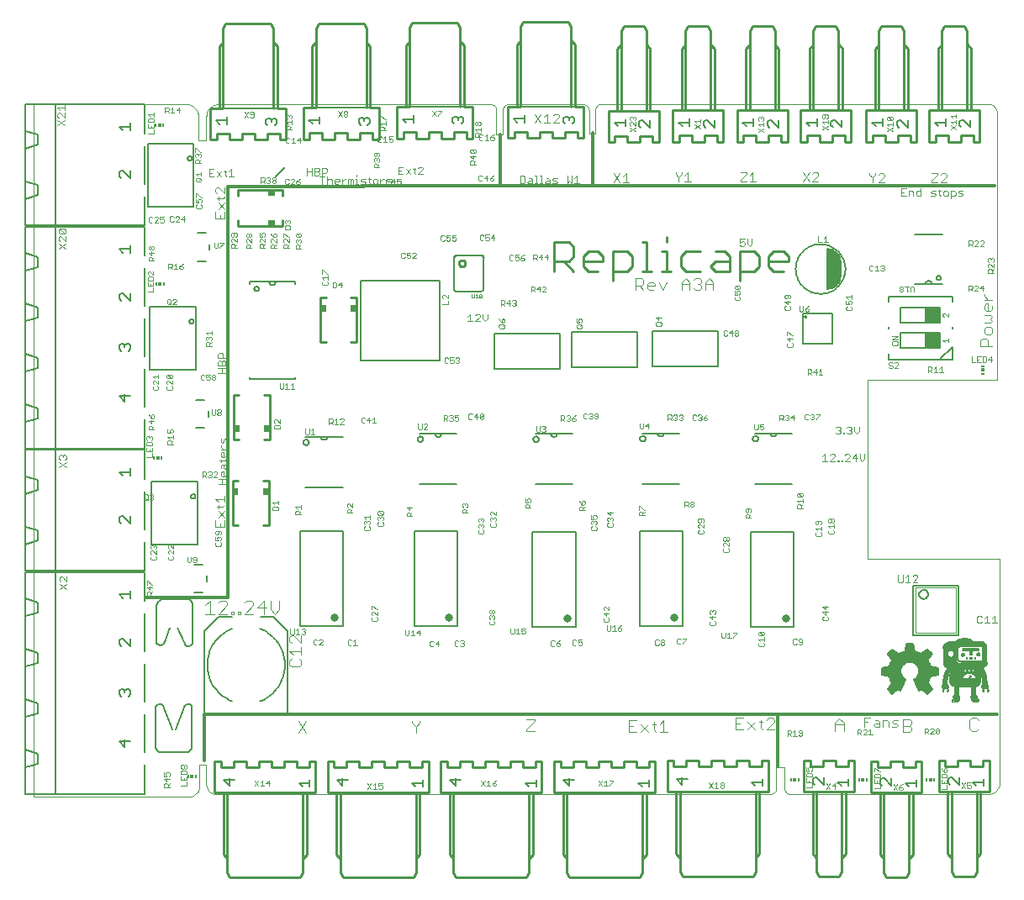
<source format=gto>
G75*
G70*
%OFA0B0*%
%FSLAX24Y24*%
%IPPOS*%
%LPD*%
%AMOC8*
5,1,8,0,0,1.08239X$1,22.5*
%
%ADD10C,0.0000*%
%ADD11C,0.0100*%
%ADD12C,0.0040*%
%ADD13C,0.0030*%
%ADD14C,0.0118*%
%ADD15C,0.0060*%
%ADD16C,0.0316*%
%ADD17C,0.0020*%
%ADD18C,0.0050*%
%ADD19R,0.0059X0.0118*%
%ADD20R,0.0118X0.0118*%
%ADD21C,0.0080*%
%ADD22C,0.0070*%
%ADD23R,0.0118X0.0059*%
%ADD24R,0.1440X0.0080*%
%ADD25R,0.0060X0.0090*%
%ADD26R,0.0591X0.0591*%
%ADD27R,0.0197X0.0295*%
%ADD28R,0.0295X0.0197*%
%ADD29C,0.0010*%
D10*
X000474Y003346D02*
X006615Y003346D01*
X006616Y003346D02*
X006657Y003350D01*
X006699Y003358D01*
X006739Y003369D01*
X006778Y003384D01*
X006815Y003403D01*
X006851Y003425D01*
X006884Y003450D01*
X006915Y003478D01*
X006944Y003509D01*
X006969Y003542D01*
X006991Y003577D01*
X007010Y003615D01*
X007025Y003654D01*
X007037Y003694D01*
X007044Y003735D01*
X007048Y003777D01*
X007049Y003819D01*
X007049Y004626D01*
X007324Y004626D01*
X007324Y003858D01*
X007323Y003821D01*
X007327Y003784D01*
X007334Y003748D01*
X007344Y003713D01*
X007358Y003679D01*
X007376Y003646D01*
X007396Y003616D01*
X007419Y003587D01*
X007445Y003561D01*
X007474Y003538D01*
X007504Y003517D01*
X007536Y003500D01*
X007570Y003485D01*
X007606Y003475D01*
X007642Y003467D01*
X007678Y003464D01*
X029686Y003464D01*
X029714Y003466D01*
X029742Y003471D01*
X029770Y003479D01*
X029796Y003491D01*
X029820Y003506D01*
X029842Y003523D01*
X029863Y003544D01*
X029880Y003566D01*
X029895Y003590D01*
X029907Y003616D01*
X029915Y003644D01*
X029920Y003672D01*
X029922Y003700D01*
X029923Y003700D02*
X029923Y004527D01*
X030237Y004527D01*
X030237Y003700D01*
X030238Y003700D02*
X030240Y003672D01*
X030245Y003644D01*
X030253Y003616D01*
X030265Y003590D01*
X030280Y003566D01*
X030297Y003544D01*
X030318Y003523D01*
X030340Y003506D01*
X030364Y003491D01*
X030390Y003479D01*
X030418Y003471D01*
X030446Y003466D01*
X030474Y003464D01*
X038249Y003464D01*
X038249Y003465D02*
X038290Y003461D01*
X038332Y003462D01*
X038373Y003465D01*
X038414Y003473D01*
X038454Y003484D01*
X038493Y003498D01*
X038531Y003516D01*
X038566Y003537D01*
X038600Y003561D01*
X038632Y003588D01*
X038661Y003618D01*
X038688Y003650D01*
X038711Y003684D01*
X038732Y003720D01*
X038749Y003758D01*
X038763Y003797D01*
X038773Y003837D01*
X038780Y003878D01*
X038781Y003878D02*
X038781Y012795D01*
X033545Y012795D01*
X033545Y019882D01*
X038663Y019882D01*
X038663Y030511D01*
X038662Y030512D02*
X038658Y030548D01*
X038649Y030584D01*
X038637Y030618D01*
X038622Y030651D01*
X038603Y030683D01*
X038581Y030712D01*
X038556Y030739D01*
X038528Y030763D01*
X038498Y030784D01*
X038466Y030802D01*
X038433Y030816D01*
X038398Y030827D01*
X038362Y030834D01*
X038325Y030837D01*
X038288Y030836D01*
X038289Y030836D02*
X022964Y030836D01*
X022963Y030836D02*
X022935Y030831D01*
X022907Y030823D01*
X022880Y030811D01*
X022854Y030797D01*
X022831Y030779D01*
X022810Y030759D01*
X022792Y030736D01*
X022776Y030712D01*
X022763Y030685D01*
X022754Y030657D01*
X022748Y030629D01*
X022746Y030600D01*
X022747Y030570D01*
X022747Y030571D02*
X022747Y029645D01*
X022491Y029645D01*
X022491Y030551D01*
X022492Y030551D02*
X022493Y030582D01*
X022490Y030613D01*
X022483Y030643D01*
X022472Y030673D01*
X022458Y030700D01*
X022441Y030726D01*
X022421Y030750D01*
X022398Y030771D01*
X022373Y030789D01*
X022345Y030804D01*
X022316Y030815D01*
X022286Y030823D01*
X022256Y030827D01*
X022255Y030826D02*
X019273Y030826D01*
X019245Y030819D01*
X019217Y030809D01*
X019192Y030796D01*
X019168Y030780D01*
X019146Y030762D01*
X019126Y030740D01*
X019109Y030717D01*
X019096Y030692D01*
X019085Y030665D01*
X019078Y030637D01*
X019074Y030608D01*
X019073Y030579D01*
X019076Y030551D01*
X019076Y029626D01*
X018820Y029626D01*
X018820Y030551D01*
X018823Y030579D01*
X018822Y030608D01*
X018818Y030637D01*
X018811Y030665D01*
X018800Y030692D01*
X018787Y030717D01*
X018770Y030740D01*
X018750Y030762D01*
X018728Y030780D01*
X018704Y030796D01*
X018679Y030809D01*
X018651Y030819D01*
X018623Y030826D01*
X007797Y030826D01*
X007756Y030824D01*
X007715Y030819D01*
X007675Y030810D01*
X007636Y030798D01*
X007598Y030782D01*
X007561Y030763D01*
X007526Y030741D01*
X007494Y030716D01*
X007463Y030688D01*
X007435Y030657D01*
X007410Y030625D01*
X007388Y030590D01*
X007369Y030553D01*
X007353Y030515D01*
X007341Y030476D01*
X007332Y030436D01*
X007327Y030395D01*
X007325Y030354D01*
X007324Y030354D02*
X007324Y029409D01*
X007009Y029409D01*
X007009Y030354D01*
X007010Y030354D02*
X007006Y030397D01*
X006999Y030439D01*
X006988Y030481D01*
X006973Y030521D01*
X006955Y030560D01*
X006934Y030597D01*
X006909Y030633D01*
X006882Y030666D01*
X006851Y030696D01*
X006819Y030724D01*
X006783Y030749D01*
X006746Y030770D01*
X006707Y030789D01*
X006667Y030804D01*
X006625Y030815D01*
X006583Y030823D01*
X006540Y030826D01*
X006497Y030827D01*
X006497Y030826D02*
X000474Y030826D01*
X000474Y003346D01*
D11*
X007647Y003511D02*
X007997Y003511D01*
X007997Y001061D01*
X008127Y000921D01*
X008147Y000361D02*
X008247Y000161D01*
X009667Y000161D01*
X009627Y000161D02*
X011047Y000161D01*
X011147Y000361D01*
X011147Y003511D01*
X011647Y003511D01*
X011647Y004761D01*
X011397Y004761D01*
X011397Y004511D01*
X010897Y004511D01*
X010897Y004761D01*
X010397Y004761D01*
X010397Y004511D01*
X009897Y004511D01*
X009897Y004761D01*
X009397Y004761D01*
X009397Y004511D01*
X008897Y004511D01*
X008897Y004761D01*
X008397Y004761D01*
X008397Y004511D01*
X007897Y004511D01*
X007897Y004761D01*
X007647Y004761D01*
X007647Y003511D01*
X007997Y003511D02*
X011147Y003511D01*
X011297Y003511D02*
X011297Y001061D01*
X011167Y000921D01*
X012485Y001061D02*
X012615Y000921D01*
X012485Y001061D02*
X012485Y003511D01*
X015635Y003511D01*
X015635Y000361D01*
X015535Y000161D01*
X014115Y000161D01*
X014155Y000161D02*
X012735Y000161D01*
X012635Y000361D01*
X012635Y003511D01*
X012485Y003511D02*
X012135Y003511D01*
X012135Y004761D01*
X012385Y004761D01*
X012385Y004511D01*
X012885Y004511D01*
X012885Y004761D01*
X013385Y004761D01*
X013385Y004511D01*
X013885Y004511D01*
X013885Y004761D01*
X014385Y004761D01*
X014385Y004511D01*
X014885Y004511D01*
X014885Y004761D01*
X015385Y004761D01*
X015385Y004511D01*
X015885Y004511D01*
X015885Y004761D01*
X016135Y004761D01*
X016135Y003511D01*
X015635Y003511D01*
X015785Y003511D02*
X015785Y001061D01*
X015655Y000921D01*
X016973Y001061D02*
X017103Y000921D01*
X016973Y001061D02*
X016973Y003511D01*
X020123Y003511D01*
X020123Y000361D01*
X020023Y000161D01*
X018603Y000161D01*
X018643Y000161D02*
X017223Y000161D01*
X017123Y000361D01*
X017123Y003511D01*
X016973Y003511D02*
X016623Y003511D01*
X016623Y004761D01*
X016873Y004761D01*
X016873Y004511D01*
X017373Y004511D01*
X017373Y004761D01*
X017873Y004761D01*
X017873Y004511D01*
X018373Y004511D01*
X018373Y004761D01*
X018873Y004761D01*
X018873Y004511D01*
X019373Y004511D01*
X019373Y004761D01*
X019873Y004761D01*
X019873Y004511D01*
X020373Y004511D01*
X020373Y004761D01*
X020623Y004761D01*
X020623Y003511D01*
X020123Y003511D01*
X020273Y003511D02*
X020273Y001061D01*
X020143Y000921D01*
X021461Y001061D02*
X021591Y000921D01*
X021461Y001061D02*
X021461Y003511D01*
X024611Y003511D01*
X024611Y000361D01*
X024511Y000161D01*
X023091Y000161D01*
X023131Y000161D02*
X021711Y000161D01*
X021611Y000361D01*
X021611Y003511D01*
X021461Y003511D02*
X021111Y003511D01*
X021111Y004761D01*
X021361Y004761D01*
X021361Y004511D01*
X021861Y004511D01*
X021861Y004761D01*
X022361Y004761D01*
X022361Y004511D01*
X022861Y004511D01*
X022861Y004761D01*
X023361Y004761D01*
X023361Y004511D01*
X023861Y004511D01*
X023861Y004761D01*
X024361Y004761D01*
X024361Y004511D01*
X024861Y004511D01*
X024861Y004761D01*
X025111Y004761D01*
X025111Y003511D01*
X024611Y003511D01*
X024761Y003511D02*
X024761Y001061D01*
X024631Y000921D01*
X025950Y001101D02*
X026080Y000961D01*
X025950Y001101D02*
X025950Y003551D01*
X029100Y003551D01*
X029100Y000401D01*
X029000Y000201D01*
X027580Y000201D01*
X027620Y000201D02*
X026200Y000201D01*
X026100Y000401D01*
X026100Y003551D01*
X025950Y003551D02*
X025600Y003551D01*
X025600Y004801D01*
X025850Y004801D01*
X025850Y004551D01*
X026350Y004551D01*
X026350Y004801D01*
X026850Y004801D01*
X026850Y004551D01*
X027350Y004551D01*
X027350Y004801D01*
X027850Y004801D01*
X027850Y004551D01*
X028350Y004551D01*
X028350Y004801D01*
X028850Y004801D01*
X028850Y004551D01*
X029350Y004551D01*
X029350Y004801D01*
X029600Y004801D01*
X029600Y003551D01*
X029100Y003551D01*
X029250Y003551D02*
X029250Y001101D01*
X029120Y000961D01*
X031359Y001101D02*
X031489Y000961D01*
X031359Y001101D02*
X031359Y003551D01*
X032509Y003551D01*
X032509Y000401D01*
X032409Y000201D01*
X031989Y000201D01*
X032029Y000201D01*
X031989Y000201D02*
X031609Y000201D01*
X031509Y000401D01*
X031509Y003551D01*
X031359Y003551D02*
X031009Y003551D01*
X031009Y004801D01*
X031259Y004801D01*
X031259Y004551D01*
X031759Y004551D01*
X031759Y004801D01*
X032259Y004801D01*
X032259Y004551D01*
X032759Y004551D01*
X032759Y004801D01*
X033009Y004801D01*
X033009Y003551D01*
X032509Y003551D01*
X032659Y003551D02*
X032659Y001101D01*
X032529Y000961D01*
X034036Y001061D02*
X034166Y000921D01*
X034036Y001061D02*
X034036Y003511D01*
X035186Y003511D01*
X035186Y000361D01*
X035086Y000161D01*
X034666Y000161D01*
X034706Y000161D01*
X034666Y000161D02*
X034286Y000161D01*
X034186Y000361D01*
X034186Y003511D01*
X034036Y003511D02*
X033686Y003511D01*
X033686Y004761D01*
X033936Y004761D01*
X033936Y004511D01*
X034436Y004511D01*
X034436Y004761D01*
X034936Y004761D01*
X034936Y004511D01*
X035436Y004511D01*
X035436Y004761D01*
X035686Y004761D01*
X035686Y003511D01*
X035186Y003511D01*
X035336Y003511D02*
X035336Y001061D01*
X035206Y000921D01*
X036713Y001101D02*
X036843Y000961D01*
X036713Y001101D02*
X036713Y003551D01*
X037863Y003551D01*
X037863Y000401D01*
X037763Y000201D01*
X037343Y000201D01*
X037383Y000201D01*
X037343Y000201D02*
X036963Y000201D01*
X036863Y000401D01*
X036863Y003551D01*
X036713Y003551D02*
X036363Y003551D01*
X036363Y004801D01*
X036613Y004801D01*
X036613Y004551D01*
X037113Y004551D01*
X037113Y004801D01*
X037613Y004801D01*
X037613Y004551D01*
X038113Y004551D01*
X038113Y004801D01*
X038363Y004801D01*
X038363Y003551D01*
X037863Y003551D01*
X038013Y003551D02*
X038013Y001101D01*
X037883Y000961D01*
X013279Y021397D02*
X013052Y021397D01*
X013279Y021397D02*
X013279Y023169D01*
X013052Y023169D01*
X012068Y023169D02*
X011842Y023169D01*
X011842Y021397D01*
X009834Y019291D02*
X009834Y017519D01*
X009608Y017519D01*
X008623Y017519D02*
X008397Y017519D01*
X008397Y019291D01*
X008623Y019291D01*
X008584Y015905D02*
X008358Y015905D01*
X008358Y014134D01*
X009568Y014134D02*
X009795Y014134D01*
X009795Y015905D01*
X009568Y015905D01*
X011842Y021397D02*
X012068Y021397D01*
X010336Y025994D02*
X008564Y025994D01*
X008564Y026220D01*
X009608Y019291D02*
X009834Y019291D01*
X010336Y025994D02*
X010336Y026220D01*
X010336Y027204D02*
X010336Y027431D01*
X008564Y027431D01*
X008728Y029411D02*
X008228Y029411D01*
X008228Y029661D01*
X007728Y029661D01*
X007728Y029411D01*
X007478Y029411D01*
X007478Y030661D01*
X007978Y030661D01*
X007978Y033811D01*
X008078Y034011D01*
X009498Y034011D01*
X009458Y034011D02*
X009878Y034011D01*
X009978Y033811D01*
X009978Y030661D01*
X010128Y030661D02*
X010128Y033111D01*
X009998Y033251D01*
X011509Y033131D02*
X011639Y033271D01*
X011509Y033131D02*
X011509Y030681D01*
X011659Y030681D02*
X011659Y033831D01*
X011759Y034031D01*
X013179Y034031D01*
X013139Y034031D02*
X013559Y034031D01*
X013659Y033831D01*
X013659Y030681D01*
X013809Y030681D02*
X013809Y033131D01*
X013679Y033271D01*
X015229Y033170D02*
X015359Y033310D01*
X015229Y033170D02*
X015229Y030720D01*
X015379Y030720D02*
X014879Y030720D01*
X014879Y029470D01*
X015129Y029470D01*
X015129Y029720D01*
X015629Y029720D01*
X015629Y029470D01*
X016129Y029470D01*
X016129Y029720D01*
X016629Y029720D01*
X016629Y029470D01*
X017129Y029470D01*
X017129Y029720D01*
X017629Y029720D01*
X017629Y029470D01*
X017879Y029470D01*
X017879Y030720D01*
X017529Y030720D01*
X017529Y033170D01*
X017399Y033310D01*
X017379Y033870D02*
X017279Y034070D01*
X016859Y034070D01*
X016899Y034070D02*
X015479Y034070D01*
X015379Y033870D01*
X015379Y030720D01*
X014159Y030681D02*
X013809Y030681D01*
X014159Y030681D02*
X014159Y029431D01*
X013909Y029431D01*
X013909Y029681D01*
X013409Y029681D01*
X013409Y029431D01*
X012909Y029431D01*
X012909Y029681D01*
X012409Y029681D01*
X012409Y029431D01*
X011909Y029431D01*
X011909Y029681D01*
X011409Y029681D01*
X011409Y029431D01*
X011159Y029431D01*
X011159Y030681D01*
X011659Y030681D01*
X010478Y030661D02*
X010128Y030661D01*
X010478Y030661D02*
X010478Y029411D01*
X010228Y029411D01*
X010228Y029661D01*
X009728Y029661D01*
X009728Y029411D01*
X009228Y029411D01*
X009228Y029661D01*
X008728Y029661D01*
X008728Y029411D01*
X007828Y030661D02*
X007828Y033111D01*
X007958Y033251D01*
X008564Y027431D02*
X008564Y027205D01*
X017334Y024515D02*
X017336Y024537D01*
X017342Y024559D01*
X017351Y024579D01*
X017364Y024597D01*
X017380Y024613D01*
X017398Y024626D01*
X017418Y024635D01*
X017440Y024641D01*
X017462Y024643D01*
X017484Y024641D01*
X017506Y024635D01*
X017526Y024626D01*
X017544Y024613D01*
X017560Y024597D01*
X017573Y024579D01*
X017582Y024559D01*
X017588Y024537D01*
X017590Y024515D01*
X017588Y024493D01*
X017582Y024471D01*
X017573Y024451D01*
X017560Y024433D01*
X017544Y024417D01*
X017526Y024404D01*
X017506Y024395D01*
X017484Y024389D01*
X017462Y024387D01*
X017440Y024389D01*
X017418Y024395D01*
X017398Y024404D01*
X017380Y024417D01*
X017364Y024433D01*
X017351Y024451D01*
X017342Y024471D01*
X017336Y024493D01*
X017334Y024515D01*
X021114Y024590D02*
X021695Y024590D01*
X021888Y024784D01*
X021888Y025171D01*
X021695Y025364D01*
X021114Y025364D01*
X021114Y024203D01*
X021501Y024590D02*
X021888Y024203D01*
X022274Y024397D02*
X022274Y024784D01*
X022468Y024977D01*
X022855Y024977D01*
X023048Y024784D01*
X023048Y024590D01*
X022274Y024590D01*
X022274Y024397D02*
X022468Y024203D01*
X022855Y024203D01*
X023434Y024203D02*
X024015Y024203D01*
X024208Y024397D01*
X024208Y024784D01*
X024015Y024977D01*
X023434Y024977D01*
X023434Y023816D01*
X024594Y024203D02*
X024981Y024203D01*
X024788Y024203D02*
X024788Y025364D01*
X024594Y025364D01*
X025368Y024977D02*
X025561Y024977D01*
X025561Y024203D01*
X025368Y024203D02*
X025755Y024203D01*
X026141Y024397D02*
X026335Y024203D01*
X026915Y024203D01*
X027301Y024397D02*
X027495Y024590D01*
X028075Y024590D01*
X028075Y024784D02*
X028075Y024203D01*
X027495Y024203D01*
X027301Y024397D01*
X027495Y024977D02*
X027881Y024977D01*
X028075Y024784D01*
X028461Y024977D02*
X029042Y024977D01*
X029235Y024784D01*
X029235Y024397D01*
X029042Y024203D01*
X028461Y024203D01*
X028461Y023816D02*
X028461Y024977D01*
X029621Y024784D02*
X029621Y024397D01*
X029815Y024203D01*
X030202Y024203D01*
X030395Y024590D02*
X029621Y024590D01*
X029621Y024784D02*
X029815Y024977D01*
X030202Y024977D01*
X030395Y024784D01*
X030395Y024590D01*
X026915Y024977D02*
X026335Y024977D01*
X026141Y024784D01*
X026141Y024397D01*
X025561Y025364D02*
X025561Y025558D01*
X025273Y029323D02*
X025023Y029323D01*
X025023Y029573D01*
X024523Y029573D01*
X024523Y029323D01*
X024023Y029323D01*
X024023Y029573D01*
X023523Y029573D01*
X023523Y029323D01*
X023273Y029323D01*
X023273Y030573D01*
X023773Y030573D01*
X023773Y033723D01*
X023873Y033923D01*
X024293Y033923D01*
X024253Y033923D01*
X024293Y033923D02*
X024673Y033923D01*
X024773Y033723D01*
X024773Y030573D01*
X024923Y030573D02*
X024923Y033023D01*
X024793Y033163D01*
X023753Y033163D02*
X023623Y033023D01*
X023623Y030573D01*
X023773Y030573D02*
X024923Y030573D01*
X025273Y030573D01*
X025273Y029323D01*
X025822Y029332D02*
X026072Y029332D01*
X026072Y029582D01*
X026572Y029582D01*
X026572Y029332D01*
X027072Y029332D01*
X027072Y029582D01*
X027572Y029582D01*
X027572Y029332D01*
X027822Y029332D01*
X027822Y030582D01*
X027472Y030582D01*
X027472Y033032D01*
X027342Y033172D01*
X027322Y033732D02*
X027222Y033932D01*
X026842Y033932D01*
X026802Y033932D01*
X026842Y033932D02*
X026422Y033932D01*
X026322Y033732D01*
X026322Y030582D01*
X025822Y030582D01*
X025822Y029332D01*
X026172Y030582D02*
X026172Y033032D01*
X026302Y033172D01*
X027322Y033732D02*
X027322Y030582D01*
X027472Y030582D02*
X026322Y030582D01*
X028361Y030582D02*
X028361Y029332D01*
X028611Y029332D01*
X028611Y029582D01*
X029111Y029582D01*
X029111Y029332D01*
X029611Y029332D01*
X029611Y029582D01*
X030111Y029582D01*
X030111Y029332D01*
X030361Y029332D01*
X030361Y030582D01*
X030011Y030582D01*
X030011Y033032D01*
X029881Y033172D01*
X029861Y033732D02*
X029761Y033932D01*
X029381Y033932D01*
X029341Y033932D01*
X029381Y033932D02*
X028961Y033932D01*
X028861Y033732D01*
X028861Y030582D01*
X028361Y030582D01*
X028711Y030582D02*
X028711Y033032D01*
X028841Y033172D01*
X029861Y033732D02*
X029861Y030582D01*
X030011Y030582D02*
X028861Y030582D01*
X030881Y030592D02*
X030881Y029342D01*
X031131Y029342D01*
X031131Y029592D01*
X031631Y029592D01*
X031631Y029342D01*
X032131Y029342D01*
X032131Y029592D01*
X032631Y029592D01*
X032631Y029342D01*
X032881Y029342D01*
X032881Y030592D01*
X032531Y030592D01*
X032531Y033042D01*
X032401Y033182D01*
X032381Y033742D02*
X032281Y033942D01*
X031901Y033942D01*
X031861Y033942D01*
X031901Y033942D02*
X031481Y033942D01*
X031381Y033742D01*
X031381Y030592D01*
X030881Y030592D01*
X031231Y030592D02*
X031231Y033042D01*
X031361Y033182D01*
X032381Y033742D02*
X032381Y030592D01*
X032531Y030592D02*
X031381Y030592D01*
X033489Y030582D02*
X033489Y029332D01*
X033739Y029332D01*
X033739Y029582D01*
X034239Y029582D01*
X034239Y029332D01*
X034739Y029332D01*
X034739Y029582D01*
X035239Y029582D01*
X035239Y029332D01*
X035489Y029332D01*
X035489Y030582D01*
X035139Y030582D01*
X035139Y033032D01*
X035009Y033172D01*
X034989Y033732D02*
X034889Y033932D01*
X034509Y033932D01*
X034469Y033932D01*
X034509Y033932D02*
X034089Y033932D01*
X033989Y033732D01*
X033989Y030582D01*
X033489Y030582D01*
X033839Y030582D02*
X033839Y033032D01*
X033969Y033172D01*
X034989Y033732D02*
X034989Y030582D01*
X035139Y030582D02*
X033989Y030582D01*
X035980Y030592D02*
X035980Y029342D01*
X036230Y029342D01*
X036230Y029592D01*
X036730Y029592D01*
X036730Y029342D01*
X037230Y029342D01*
X037230Y029592D01*
X037730Y029592D01*
X037730Y029342D01*
X037980Y029342D01*
X037980Y030592D01*
X037630Y030592D01*
X037630Y033042D01*
X037500Y033182D01*
X037480Y033742D02*
X037380Y033942D01*
X037000Y033942D01*
X036960Y033942D01*
X037000Y033942D02*
X036580Y033942D01*
X036480Y033742D01*
X036480Y030592D01*
X035980Y030592D01*
X036330Y030592D02*
X036330Y033042D01*
X036460Y033182D01*
X037480Y033742D02*
X037480Y030592D01*
X037630Y030592D02*
X036480Y030592D01*
X022279Y030730D02*
X022279Y029480D01*
X022029Y029480D01*
X022029Y029730D01*
X021529Y029730D01*
X021529Y029480D01*
X021029Y029480D01*
X021029Y029730D01*
X020529Y029730D01*
X020529Y029480D01*
X020029Y029480D01*
X020029Y029730D01*
X019529Y029730D01*
X019529Y029480D01*
X019279Y029480D01*
X019279Y030730D01*
X019779Y030730D01*
X019779Y033880D01*
X019879Y034080D01*
X021299Y034080D01*
X021259Y034080D02*
X021679Y034080D01*
X021779Y033880D01*
X021779Y030730D01*
X021929Y030730D02*
X021929Y033180D01*
X021799Y033320D01*
X019759Y033320D02*
X019629Y033180D01*
X019629Y030730D01*
X021929Y030730D02*
X022279Y030730D01*
X017379Y030720D02*
X017379Y033870D01*
X008584Y014133D02*
X008358Y014133D01*
X008147Y003511D02*
X008147Y000361D01*
D12*
X010966Y005896D02*
X011273Y006356D01*
X010966Y006356D02*
X011273Y005896D01*
X011005Y008528D02*
X010698Y008528D01*
X010621Y008604D01*
X010621Y008758D01*
X010698Y008834D01*
X010775Y008988D02*
X010621Y009141D01*
X011082Y009141D01*
X011082Y008988D02*
X011082Y009295D01*
X011082Y009448D02*
X010775Y009755D01*
X010698Y009755D01*
X010621Y009678D01*
X010621Y009525D01*
X010698Y009448D01*
X011082Y009448D02*
X011082Y009755D01*
X011005Y008834D02*
X011082Y008758D01*
X011082Y008604D01*
X011005Y008528D01*
X010037Y010610D02*
X010210Y010784D01*
X010210Y011131D01*
X009863Y011131D02*
X009863Y010784D01*
X010037Y010610D01*
X009608Y010610D02*
X009608Y011131D01*
X009348Y010870D01*
X009694Y010870D01*
X009179Y010957D02*
X009179Y011044D01*
X009092Y011131D01*
X008919Y011131D01*
X008832Y011044D01*
X009179Y010957D02*
X008832Y010610D01*
X009179Y010610D01*
X008661Y010610D02*
X008661Y010697D01*
X008574Y010697D01*
X008574Y010610D01*
X008661Y010610D01*
X008403Y010610D02*
X008403Y010697D01*
X008316Y010697D01*
X008316Y010610D01*
X008403Y010610D01*
X008148Y010610D02*
X007801Y010610D01*
X008148Y010957D01*
X008148Y011044D01*
X008061Y011131D01*
X007887Y011131D01*
X007801Y011044D01*
X007459Y011131D02*
X007459Y010610D01*
X007632Y010610D02*
X007285Y010610D01*
X007285Y010957D02*
X007459Y011131D01*
X015474Y006366D02*
X015474Y006289D01*
X015627Y006136D01*
X015627Y005906D01*
X015627Y006136D02*
X015781Y006289D01*
X015781Y006366D01*
X020021Y006425D02*
X020328Y006425D01*
X020328Y006348D01*
X020021Y006041D01*
X020021Y005965D01*
X020328Y005965D01*
X024076Y005935D02*
X024383Y005935D01*
X024537Y005935D02*
X024844Y006242D01*
X024997Y006242D02*
X025151Y006242D01*
X025074Y006319D02*
X025074Y006012D01*
X025151Y005935D01*
X025304Y005935D02*
X025611Y005935D01*
X025457Y005935D02*
X025457Y006395D01*
X025304Y006242D01*
X024844Y005935D02*
X024537Y006242D01*
X024383Y006395D02*
X024076Y006395D01*
X024076Y005935D01*
X024076Y006165D02*
X024230Y006165D01*
X028309Y006254D02*
X028462Y006254D01*
X028309Y006484D02*
X028309Y006024D01*
X028616Y006024D01*
X028769Y006024D02*
X029076Y006331D01*
X029229Y006331D02*
X029383Y006331D01*
X029306Y006407D02*
X029306Y006100D01*
X029383Y006024D01*
X029536Y006024D02*
X029843Y006331D01*
X029843Y006407D01*
X029766Y006484D01*
X029613Y006484D01*
X029536Y006407D01*
X029536Y006024D02*
X029843Y006024D01*
X029076Y006024D02*
X028769Y006331D01*
X028616Y006484D02*
X028309Y006484D01*
X032246Y006302D02*
X032246Y005955D01*
X032246Y006215D02*
X032593Y006215D01*
X032593Y006302D02*
X032593Y005955D01*
X032593Y006302D02*
X032419Y006475D01*
X032246Y006302D01*
X034933Y006176D02*
X035193Y006176D01*
X035280Y006089D01*
X035280Y006002D01*
X035193Y005915D01*
X034933Y005915D01*
X034933Y006436D01*
X035193Y006436D01*
X035280Y006349D01*
X035280Y006262D01*
X035193Y006176D01*
X037580Y006061D02*
X037667Y005974D01*
X037841Y005974D01*
X037927Y006061D01*
X037580Y006061D02*
X037580Y006408D01*
X037667Y006495D01*
X037841Y006495D01*
X037927Y006408D01*
X038015Y021230D02*
X038015Y021460D01*
X038092Y021537D01*
X038245Y021537D01*
X038322Y021460D01*
X038322Y021230D01*
X038475Y021230D02*
X038015Y021230D01*
X038245Y021691D02*
X038399Y021691D01*
X038475Y021767D01*
X038475Y021921D01*
X038399Y021998D01*
X038245Y021998D01*
X038168Y021921D01*
X038168Y021767D01*
X038245Y021691D01*
X038168Y022151D02*
X038399Y022151D01*
X038475Y022228D01*
X038399Y022304D01*
X038475Y022381D01*
X038399Y022458D01*
X038168Y022458D01*
X038245Y022611D02*
X038168Y022688D01*
X038168Y022842D01*
X038245Y022918D01*
X038322Y022918D01*
X038322Y022611D01*
X038399Y022611D02*
X038245Y022611D01*
X038399Y022611D02*
X038475Y022688D01*
X038475Y022842D01*
X038475Y023072D02*
X038168Y023072D01*
X038168Y023225D02*
X038168Y023302D01*
X038168Y023225D02*
X038322Y023072D01*
X027411Y023465D02*
X027411Y023771D01*
X027258Y023925D01*
X027104Y023771D01*
X027104Y023465D01*
X026951Y023541D02*
X026874Y023465D01*
X026721Y023465D01*
X026644Y023541D01*
X026490Y023465D02*
X026490Y023771D01*
X026337Y023925D01*
X026184Y023771D01*
X026184Y023465D01*
X026184Y023695D02*
X026490Y023695D01*
X026644Y023848D02*
X026721Y023925D01*
X026874Y023925D01*
X026951Y023848D01*
X026951Y023771D01*
X026874Y023695D01*
X026951Y023618D01*
X026951Y023541D01*
X026874Y023695D02*
X026797Y023695D01*
X027104Y023695D02*
X027411Y023695D01*
X025570Y023771D02*
X025416Y023465D01*
X025263Y023771D01*
X025109Y023695D02*
X025109Y023618D01*
X024802Y023618D01*
X024802Y023541D02*
X024802Y023695D01*
X024879Y023771D01*
X025033Y023771D01*
X025109Y023695D01*
X025033Y023465D02*
X024879Y023465D01*
X024802Y023541D01*
X024649Y023465D02*
X024496Y023618D01*
X024572Y023618D02*
X024342Y023618D01*
X024342Y023465D02*
X024342Y023925D01*
X024572Y023925D01*
X024649Y023848D01*
X024649Y023695D01*
X024572Y023618D01*
X021319Y030080D02*
X021079Y030080D01*
X021319Y030320D01*
X021319Y030380D01*
X021259Y030440D01*
X021139Y030440D01*
X021079Y030380D01*
X020830Y030440D02*
X020830Y030080D01*
X020710Y030080D02*
X020951Y030080D01*
X020710Y030320D02*
X020830Y030440D01*
X020582Y030440D02*
X020342Y030080D01*
X020582Y030080D02*
X020342Y030440D01*
D13*
X020350Y027982D02*
X020398Y027982D01*
X020398Y027692D01*
X020350Y027692D02*
X020446Y027692D01*
X020546Y027692D02*
X020643Y027692D01*
X020594Y027692D02*
X020594Y027982D01*
X020546Y027982D01*
X020791Y027885D02*
X020888Y027885D01*
X020936Y027837D01*
X020936Y027692D01*
X020791Y027692D01*
X020742Y027740D01*
X020791Y027789D01*
X020936Y027789D01*
X021037Y027837D02*
X021085Y027885D01*
X021231Y027885D01*
X021182Y027789D02*
X021231Y027740D01*
X021182Y027692D01*
X021037Y027692D01*
X021085Y027789D02*
X021037Y027837D01*
X021085Y027789D02*
X021182Y027789D01*
X021626Y027692D02*
X021723Y027789D01*
X021820Y027692D01*
X021820Y027982D01*
X021921Y027885D02*
X022018Y027982D01*
X022018Y027692D01*
X021921Y027692D02*
X022115Y027692D01*
X021626Y027692D02*
X021626Y027982D01*
X020248Y027837D02*
X020248Y027692D01*
X020103Y027692D01*
X020055Y027740D01*
X020103Y027789D01*
X020248Y027789D01*
X020248Y027837D02*
X020200Y027885D01*
X020103Y027885D01*
X019954Y027934D02*
X019905Y027982D01*
X019760Y027982D01*
X019760Y027692D01*
X019905Y027692D01*
X019954Y027740D01*
X019954Y027934D01*
X023474Y028085D02*
X023717Y027721D01*
X023837Y027721D02*
X024079Y027721D01*
X023958Y027721D02*
X023958Y028085D01*
X023837Y027964D01*
X023717Y028085D02*
X023474Y027721D01*
X025925Y028054D02*
X026046Y027933D01*
X026046Y027751D01*
X026046Y027933D02*
X026168Y028054D01*
X026168Y028115D01*
X026288Y027994D02*
X026409Y028115D01*
X026409Y027751D01*
X026288Y027751D02*
X026530Y027751D01*
X025925Y028054D02*
X025925Y028115D01*
X028504Y028115D02*
X028746Y028115D01*
X028746Y028054D01*
X028504Y027812D01*
X028504Y027751D01*
X028746Y027751D01*
X028866Y027751D02*
X029109Y027751D01*
X028988Y027751D02*
X028988Y028115D01*
X028866Y027994D01*
X030984Y028115D02*
X031227Y027751D01*
X031347Y027751D02*
X031589Y027994D01*
X031589Y028054D01*
X031529Y028115D01*
X031407Y028115D01*
X031347Y028054D01*
X031227Y028115D02*
X030984Y027751D01*
X031347Y027751D02*
X031589Y027751D01*
X033612Y028035D02*
X033733Y027913D01*
X033733Y027731D01*
X033733Y027913D02*
X033855Y028035D01*
X033855Y028095D01*
X033975Y028035D02*
X034035Y028095D01*
X034157Y028095D01*
X034217Y028035D01*
X034217Y027974D01*
X033975Y027731D01*
X034217Y027731D01*
X034869Y027480D02*
X034869Y027190D01*
X035062Y027190D01*
X035163Y027190D02*
X035163Y027383D01*
X035308Y027383D01*
X035357Y027335D01*
X035357Y027190D01*
X035458Y027238D02*
X035458Y027335D01*
X035506Y027383D01*
X035651Y027383D01*
X035651Y027480D02*
X035651Y027190D01*
X035506Y027190D01*
X035458Y027238D01*
X035062Y027480D02*
X034869Y027480D01*
X034869Y027335D02*
X034965Y027335D01*
X036047Y027335D02*
X036096Y027383D01*
X036241Y027383D01*
X036342Y027383D02*
X036439Y027383D01*
X036390Y027432D02*
X036390Y027238D01*
X036439Y027190D01*
X036538Y027238D02*
X036587Y027190D01*
X036683Y027190D01*
X036732Y027238D01*
X036732Y027335D01*
X036683Y027383D01*
X036587Y027383D01*
X036538Y027335D01*
X036538Y027238D01*
X036241Y027238D02*
X036192Y027287D01*
X036096Y027287D01*
X036047Y027335D01*
X036047Y027190D02*
X036192Y027190D01*
X036241Y027238D01*
X036315Y027721D02*
X036073Y027721D01*
X036073Y027782D01*
X036315Y028025D01*
X036315Y028085D01*
X036073Y028085D01*
X036435Y028025D02*
X036496Y028085D01*
X036617Y028085D01*
X036678Y028025D01*
X036678Y027964D01*
X036435Y027721D01*
X036678Y027721D01*
X036833Y027383D02*
X036978Y027383D01*
X037026Y027335D01*
X037026Y027238D01*
X036978Y027190D01*
X036833Y027190D01*
X036833Y027093D02*
X036833Y027383D01*
X037128Y027335D02*
X037176Y027383D01*
X037321Y027383D01*
X037273Y027287D02*
X037321Y027238D01*
X037273Y027190D01*
X037128Y027190D01*
X037176Y027287D02*
X037128Y027335D01*
X037176Y027287D02*
X037273Y027287D01*
X033612Y028035D02*
X033612Y028095D01*
X028955Y025488D02*
X028955Y025295D01*
X028858Y025198D01*
X028762Y025295D01*
X028762Y025488D01*
X028661Y025488D02*
X028467Y025488D01*
X028467Y025343D01*
X028564Y025392D01*
X028612Y025392D01*
X028661Y025343D01*
X028661Y025246D01*
X028612Y025198D01*
X028515Y025198D01*
X028467Y025246D01*
X032315Y018038D02*
X032411Y018038D01*
X032460Y017989D01*
X032460Y017941D01*
X032411Y017892D01*
X032460Y017844D01*
X032460Y017796D01*
X032411Y017747D01*
X032315Y017747D01*
X032266Y017796D01*
X032363Y017892D02*
X032411Y017892D01*
X032266Y017989D02*
X032315Y018038D01*
X032561Y017796D02*
X032609Y017796D01*
X032609Y017747D01*
X032561Y017747D01*
X032561Y017796D01*
X032708Y017796D02*
X032757Y017747D01*
X032853Y017747D01*
X032902Y017796D01*
X032902Y017844D01*
X032853Y017892D01*
X032805Y017892D01*
X032853Y017892D02*
X032902Y017941D01*
X032902Y017989D01*
X032853Y018038D01*
X032757Y018038D01*
X032708Y017989D01*
X033003Y018038D02*
X033003Y017844D01*
X033100Y017747D01*
X033196Y017844D01*
X033196Y018038D01*
X033228Y016945D02*
X033228Y016752D01*
X033324Y016655D01*
X033421Y016752D01*
X033421Y016945D01*
X033126Y016800D02*
X032933Y016800D01*
X033078Y016945D01*
X033078Y016655D01*
X032832Y016655D02*
X032638Y016655D01*
X032832Y016848D01*
X032832Y016897D01*
X032784Y016945D01*
X032687Y016945D01*
X032638Y016897D01*
X032539Y016703D02*
X032539Y016655D01*
X032491Y016655D01*
X032491Y016703D01*
X032539Y016703D01*
X032392Y016703D02*
X032392Y016655D01*
X032344Y016655D01*
X032344Y016703D01*
X032392Y016703D01*
X032243Y016655D02*
X032049Y016655D01*
X032243Y016848D01*
X032243Y016897D01*
X032194Y016945D01*
X032097Y016945D01*
X032049Y016897D01*
X031851Y016945D02*
X031851Y016655D01*
X031754Y016655D02*
X031948Y016655D01*
X031754Y016848D02*
X031851Y016945D01*
X034736Y012152D02*
X034736Y011910D01*
X034784Y011862D01*
X034881Y011862D01*
X034929Y011910D01*
X034929Y012152D01*
X035030Y012055D02*
X035127Y012152D01*
X035127Y011862D01*
X035030Y011862D02*
X035224Y011862D01*
X035325Y011862D02*
X035519Y012055D01*
X035519Y012104D01*
X035470Y012152D01*
X035373Y012152D01*
X035325Y012104D01*
X035325Y011862D02*
X035519Y011862D01*
X037876Y010487D02*
X037876Y010293D01*
X037925Y010245D01*
X038022Y010245D01*
X038070Y010293D01*
X038171Y010245D02*
X038365Y010245D01*
X038268Y010245D02*
X038268Y010535D01*
X038171Y010438D01*
X038070Y010487D02*
X038022Y010535D01*
X037925Y010535D01*
X037876Y010487D01*
X038466Y010438D02*
X038563Y010535D01*
X038563Y010245D01*
X038659Y010245D02*
X038466Y010245D01*
X034742Y006379D02*
X034560Y006379D01*
X034499Y006319D01*
X034560Y006258D01*
X034681Y006258D01*
X034742Y006197D01*
X034681Y006137D01*
X034499Y006137D01*
X034380Y006137D02*
X034380Y006319D01*
X034319Y006379D01*
X034137Y006379D01*
X034137Y006137D01*
X034017Y006137D02*
X033835Y006137D01*
X033774Y006197D01*
X033835Y006258D01*
X034017Y006258D01*
X034017Y006319D02*
X034017Y006137D01*
X034017Y006319D02*
X033956Y006379D01*
X033835Y006379D01*
X033655Y006501D02*
X033412Y006501D01*
X033412Y006137D01*
X033412Y006319D02*
X033533Y006319D01*
X018376Y022216D02*
X018472Y022313D01*
X018472Y022506D01*
X018279Y022506D02*
X018279Y022313D01*
X018376Y022216D01*
X018178Y022216D02*
X017984Y022216D01*
X018178Y022409D01*
X018178Y022458D01*
X018129Y022506D01*
X018032Y022506D01*
X017984Y022458D01*
X017786Y022506D02*
X017786Y022216D01*
X017689Y022216D02*
X017883Y022216D01*
X017689Y022409D02*
X017786Y022506D01*
X014614Y027672D02*
X014469Y027672D01*
X014518Y027769D02*
X014469Y027817D01*
X014518Y027866D01*
X014663Y027866D01*
X014614Y027769D02*
X014518Y027769D01*
X014614Y027769D02*
X014663Y027721D01*
X014614Y027672D01*
X014369Y027866D02*
X014320Y027866D01*
X014224Y027769D01*
X014224Y027672D02*
X014224Y027866D01*
X014122Y027817D02*
X014122Y027721D01*
X014074Y027672D01*
X013977Y027672D01*
X013929Y027721D01*
X013929Y027817D01*
X013977Y027866D01*
X014074Y027866D01*
X014122Y027817D01*
X013829Y027866D02*
X013733Y027866D01*
X013781Y027914D02*
X013781Y027721D01*
X013829Y027672D01*
X013631Y027721D02*
X013583Y027769D01*
X013486Y027769D01*
X013438Y027817D01*
X013486Y027866D01*
X013631Y027866D01*
X013631Y027721D02*
X013583Y027672D01*
X013438Y027672D01*
X013338Y027672D02*
X013242Y027672D01*
X013290Y027672D02*
X013290Y027866D01*
X013242Y027866D01*
X013290Y027962D02*
X013290Y028011D01*
X013140Y027817D02*
X013140Y027672D01*
X013044Y027672D02*
X013044Y027817D01*
X013092Y027866D01*
X013140Y027817D01*
X013044Y027817D02*
X012995Y027866D01*
X012947Y027866D01*
X012947Y027672D01*
X012846Y027866D02*
X012798Y027866D01*
X012701Y027769D01*
X012701Y027672D02*
X012701Y027866D01*
X012600Y027817D02*
X012600Y027769D01*
X012407Y027769D01*
X012407Y027817D02*
X012455Y027866D01*
X012552Y027866D01*
X012600Y027817D01*
X012552Y027672D02*
X012455Y027672D01*
X012407Y027721D01*
X012407Y027817D01*
X012306Y027817D02*
X012306Y027672D01*
X012306Y027817D02*
X012257Y027866D01*
X012160Y027866D01*
X012112Y027817D01*
X012112Y027962D02*
X012112Y027672D01*
X011914Y027672D02*
X011914Y027962D01*
X011907Y028002D02*
X011907Y028292D01*
X012052Y028292D01*
X012100Y028244D01*
X012100Y028147D01*
X012052Y028099D01*
X011907Y028099D01*
X011805Y028099D02*
X011805Y028050D01*
X011757Y028002D01*
X011612Y028002D01*
X011612Y028292D01*
X011757Y028292D01*
X011805Y028244D01*
X011805Y028195D01*
X011757Y028147D01*
X011612Y028147D01*
X011511Y028147D02*
X011317Y028147D01*
X011317Y028002D02*
X011317Y028292D01*
X011511Y028292D02*
X011511Y028002D01*
X011757Y028147D02*
X011805Y028099D01*
X011817Y027962D02*
X012011Y027962D01*
X014930Y028051D02*
X015123Y028051D01*
X015225Y028051D02*
X015418Y028244D01*
X015519Y028244D02*
X015616Y028244D01*
X015568Y028293D02*
X015568Y028099D01*
X015616Y028051D01*
X015716Y028051D02*
X015909Y028244D01*
X015909Y028293D01*
X015861Y028341D01*
X015764Y028341D01*
X015716Y028293D01*
X015716Y028051D02*
X015909Y028051D01*
X015418Y028051D02*
X015225Y028244D01*
X015123Y028341D02*
X014930Y028341D01*
X014930Y028051D01*
X014930Y028196D02*
X015027Y028196D01*
X008409Y027962D02*
X008216Y027962D01*
X008312Y027962D02*
X008312Y028253D01*
X008216Y028156D01*
X008116Y028156D02*
X008019Y028156D01*
X008068Y028204D02*
X008068Y028011D01*
X008116Y027962D01*
X007918Y027962D02*
X007725Y028156D01*
X007623Y028253D02*
X007430Y028253D01*
X007430Y027962D01*
X007623Y027962D01*
X007725Y027962D02*
X007918Y028156D01*
X007527Y028108D02*
X007430Y028108D01*
X007749Y027533D02*
X007687Y027471D01*
X007687Y027348D01*
X007749Y027286D01*
X007810Y027164D02*
X007810Y027041D01*
X007749Y027102D02*
X007995Y027102D01*
X008057Y027164D01*
X008057Y027286D02*
X007810Y027533D01*
X007749Y027533D01*
X008057Y027533D02*
X008057Y027286D01*
X008057Y026919D02*
X007810Y026672D01*
X007687Y026551D02*
X007687Y026304D01*
X008057Y026304D01*
X008057Y026551D01*
X008057Y026672D02*
X007810Y026919D01*
X007872Y026427D02*
X007872Y026304D01*
X007835Y020945D02*
X007932Y020945D01*
X007980Y020897D01*
X007980Y020752D01*
X008077Y020752D02*
X007787Y020752D01*
X007787Y020897D01*
X007835Y020945D01*
X007835Y020650D02*
X007883Y020650D01*
X007932Y020602D01*
X007932Y020457D01*
X007932Y020356D02*
X007932Y020162D01*
X008077Y020162D02*
X007787Y020162D01*
X007787Y020356D02*
X008077Y020356D01*
X008077Y020457D02*
X008077Y020602D01*
X008028Y020650D01*
X007980Y020650D01*
X007932Y020602D01*
X007835Y020650D02*
X007787Y020602D01*
X007787Y020457D01*
X008077Y020457D01*
X008043Y017571D02*
X007995Y017523D01*
X007995Y017426D01*
X007947Y017377D01*
X007898Y017426D01*
X007898Y017571D01*
X008043Y017571D02*
X008092Y017523D01*
X008092Y017377D01*
X007898Y017277D02*
X007898Y017229D01*
X007995Y017132D01*
X008092Y017132D02*
X007898Y017132D01*
X007947Y017031D02*
X007995Y017031D01*
X007995Y016837D01*
X008043Y016837D02*
X007947Y016837D01*
X007898Y016886D01*
X007898Y016982D01*
X007947Y017031D01*
X008092Y016982D02*
X008092Y016886D01*
X008043Y016837D01*
X008092Y016738D02*
X008043Y016689D01*
X007850Y016689D01*
X007898Y016641D02*
X007898Y016738D01*
X007947Y016540D02*
X008092Y016540D01*
X008092Y016395D01*
X008043Y016346D01*
X007995Y016395D01*
X007995Y016540D01*
X007947Y016540D02*
X007898Y016491D01*
X007898Y016395D01*
X007947Y016245D02*
X007995Y016245D01*
X007995Y016052D01*
X008043Y016052D02*
X007947Y016052D01*
X007898Y016100D01*
X007898Y016197D01*
X007947Y016245D01*
X008092Y016197D02*
X008092Y016100D01*
X008043Y016052D01*
X008092Y015950D02*
X007801Y015950D01*
X007947Y015950D02*
X007947Y015757D01*
X008092Y015757D02*
X007801Y015757D01*
X008047Y015299D02*
X008047Y015052D01*
X008047Y014930D02*
X007986Y014868D01*
X007739Y014868D01*
X007800Y014806D02*
X007800Y014930D01*
X007800Y015052D02*
X007677Y015175D01*
X008047Y015175D01*
X008047Y014685D02*
X007800Y014438D01*
X007677Y014317D02*
X007677Y014070D01*
X008047Y014070D01*
X008047Y014317D01*
X008047Y014438D02*
X007800Y014685D01*
X007862Y014193D02*
X007862Y014070D01*
X001789Y012087D02*
X001789Y011894D01*
X001596Y012087D01*
X001548Y012087D01*
X001499Y012039D01*
X001499Y011942D01*
X001548Y011894D01*
X001499Y011792D02*
X001789Y011599D01*
X001789Y011792D02*
X001499Y011599D01*
X001481Y016432D02*
X001771Y016625D01*
X001722Y016726D02*
X001771Y016775D01*
X001771Y016871D01*
X001722Y016920D01*
X001674Y016920D01*
X001626Y016871D01*
X001626Y016823D01*
X001626Y016871D02*
X001577Y016920D01*
X001529Y016920D01*
X001481Y016871D01*
X001481Y016775D01*
X001529Y016726D01*
X001481Y016625D02*
X001771Y016432D01*
X001750Y025103D02*
X001460Y025296D01*
X001508Y025398D02*
X001460Y025446D01*
X001460Y025543D01*
X001508Y025591D01*
X001557Y025591D01*
X001750Y025398D01*
X001750Y025591D01*
X001702Y025692D02*
X001508Y025886D01*
X001702Y025886D01*
X001750Y025837D01*
X001750Y025741D01*
X001702Y025692D01*
X001508Y025692D01*
X001460Y025741D01*
X001460Y025837D01*
X001508Y025886D01*
X001750Y025296D02*
X001460Y025103D01*
X001420Y029997D02*
X001711Y030190D01*
X001711Y030291D02*
X001517Y030485D01*
X001469Y030485D01*
X001420Y030436D01*
X001420Y030340D01*
X001469Y030291D01*
X001420Y030190D02*
X001711Y029997D01*
X001711Y030291D02*
X001711Y030485D01*
X001711Y030586D02*
X001711Y030779D01*
X001711Y030683D02*
X001420Y030683D01*
X001517Y030586D01*
D14*
X008171Y027559D02*
X018958Y027578D01*
X038564Y027578D01*
X022649Y027647D02*
X022649Y029685D01*
X018958Y029616D02*
X018958Y027578D01*
X008171Y027559D02*
X008190Y011260D01*
X004923Y011260D01*
X007226Y006614D02*
X029982Y006634D01*
X029982Y004576D01*
X030041Y006634D02*
X038673Y006634D01*
X007226Y006614D02*
X007226Y004783D01*
D15*
X004888Y004624D02*
X004888Y003474D01*
X001338Y003474D01*
X000138Y003474D01*
X000138Y004524D01*
X000638Y004674D01*
X000638Y005074D01*
X000138Y005224D01*
X000138Y004524D01*
X000138Y005224D02*
X000138Y006524D01*
X000638Y006674D01*
X000638Y007074D01*
X000138Y007224D01*
X000138Y006524D01*
X000138Y007224D02*
X000138Y008524D01*
X000138Y009224D01*
X000638Y009074D01*
X000638Y008674D01*
X000138Y008524D01*
X000138Y009224D02*
X000138Y010524D01*
X000138Y011224D01*
X000638Y011074D01*
X000638Y010674D01*
X000138Y010524D01*
X000138Y011224D02*
X000138Y012274D01*
X001338Y012274D01*
X001338Y003474D01*
X004888Y005124D02*
X004888Y006624D01*
X004888Y007124D02*
X004888Y008624D01*
X004888Y009124D02*
X004888Y010624D01*
X004888Y011124D02*
X004888Y012274D01*
X001338Y012274D01*
X001338Y012324D02*
X000138Y012324D01*
X000138Y013374D01*
X000138Y014074D01*
X000638Y013924D01*
X000638Y013524D01*
X000138Y013374D01*
X000138Y014074D02*
X000138Y015374D01*
X000138Y016074D01*
X000638Y015924D01*
X000638Y015524D01*
X000138Y015374D01*
X000138Y016074D02*
X000138Y017124D01*
X001338Y017124D01*
X001338Y012324D01*
X004888Y012324D01*
X004888Y013474D01*
X004888Y013974D02*
X004888Y015474D01*
X004888Y015974D02*
X004888Y017124D01*
X001338Y017124D01*
X001338Y017174D02*
X000138Y017174D01*
X000138Y018224D01*
X000638Y018374D01*
X000638Y018774D01*
X000138Y018924D01*
X000138Y018224D01*
X000138Y018924D02*
X000138Y020224D01*
X000638Y020374D01*
X000638Y020774D01*
X000138Y020924D01*
X000138Y020224D01*
X000138Y020924D02*
X000138Y022224D01*
X000138Y022924D01*
X000638Y022774D01*
X000638Y022374D01*
X000138Y022224D01*
X000138Y022924D02*
X000138Y024224D01*
X000138Y024924D01*
X000638Y024774D01*
X000638Y024374D01*
X000138Y024224D01*
X000138Y024924D02*
X000138Y025974D01*
X001338Y025974D01*
X001338Y017174D01*
X004888Y017174D01*
X004888Y018324D01*
X004888Y018824D02*
X004888Y020324D01*
X004888Y020824D02*
X004888Y022324D01*
X004888Y022824D02*
X004888Y024324D01*
X004888Y024824D02*
X004888Y025974D01*
X001338Y025974D01*
X001338Y026025D02*
X000138Y026025D01*
X000138Y027075D01*
X000138Y027775D01*
X000638Y027625D01*
X000638Y027225D01*
X000138Y027075D01*
X000138Y027775D02*
X000138Y029075D01*
X000138Y029775D01*
X000638Y029625D01*
X000638Y029225D01*
X000138Y029075D01*
X000138Y029775D02*
X000138Y030825D01*
X001338Y030825D01*
X001338Y026025D01*
X004888Y026025D01*
X004888Y027175D01*
X004888Y027675D02*
X004888Y029175D01*
X004888Y029675D02*
X004888Y030825D01*
X001338Y030825D01*
X009052Y023780D02*
X009052Y023710D01*
X009052Y023780D02*
X009822Y023780D01*
X010062Y023780D01*
X010832Y023780D01*
X010832Y023710D01*
X010062Y023780D02*
X010060Y023759D01*
X010055Y023739D01*
X010046Y023720D01*
X010034Y023703D01*
X010019Y023688D01*
X010002Y023676D01*
X009983Y023667D01*
X009963Y023662D01*
X009942Y023660D01*
X009921Y023662D01*
X009901Y023667D01*
X009882Y023676D01*
X009865Y023688D01*
X009850Y023703D01*
X009838Y023720D01*
X009829Y023739D01*
X009824Y023759D01*
X009822Y023780D01*
X009052Y019990D02*
X009052Y019920D01*
X010832Y019920D01*
X010832Y019990D01*
X011249Y017634D02*
X011869Y017634D01*
X012109Y017634D01*
X012729Y017634D01*
X012109Y017634D02*
X012107Y017613D01*
X012102Y017593D01*
X012093Y017574D01*
X012081Y017557D01*
X012066Y017542D01*
X012049Y017530D01*
X012030Y017521D01*
X012010Y017516D01*
X011989Y017514D01*
X011968Y017516D01*
X011948Y017521D01*
X011929Y017530D01*
X011912Y017542D01*
X011897Y017557D01*
X011885Y017574D01*
X011876Y017593D01*
X011871Y017613D01*
X011869Y017634D01*
X011249Y015634D02*
X012729Y015634D01*
X012750Y013893D02*
X011032Y013893D01*
X011032Y010122D01*
X012750Y010122D01*
X012750Y013893D01*
X015559Y013893D02*
X015559Y010122D01*
X017278Y010122D01*
X017278Y013893D01*
X015559Y013893D01*
X015777Y015752D02*
X017257Y015752D01*
X017257Y017752D02*
X016637Y017752D01*
X016397Y017752D01*
X015777Y017752D01*
X016397Y017752D02*
X016399Y017731D01*
X016404Y017711D01*
X016413Y017692D01*
X016425Y017675D01*
X016440Y017660D01*
X016457Y017648D01*
X016476Y017639D01*
X016496Y017634D01*
X016517Y017632D01*
X016538Y017634D01*
X016558Y017639D01*
X016577Y017648D01*
X016594Y017660D01*
X016609Y017675D01*
X016621Y017692D01*
X016630Y017711D01*
X016635Y017731D01*
X016637Y017752D01*
X020364Y017752D02*
X020984Y017752D01*
X021224Y017752D01*
X021844Y017752D01*
X021224Y017752D02*
X021222Y017731D01*
X021217Y017711D01*
X021208Y017692D01*
X021196Y017675D01*
X021181Y017660D01*
X021164Y017648D01*
X021145Y017639D01*
X021125Y017634D01*
X021104Y017632D01*
X021083Y017634D01*
X021063Y017639D01*
X021044Y017648D01*
X021027Y017660D01*
X021012Y017675D01*
X021000Y017692D01*
X020991Y017711D01*
X020986Y017731D01*
X020984Y017752D01*
X020364Y015752D02*
X021844Y015752D01*
X021963Y013854D02*
X020244Y013854D01*
X020244Y010083D01*
X021963Y010083D01*
X021963Y013854D01*
X024496Y013893D02*
X024496Y010122D01*
X026215Y010122D01*
X026215Y013893D01*
X024496Y013893D01*
X024596Y015771D02*
X026076Y015771D01*
X026076Y017771D02*
X025456Y017771D01*
X025216Y017771D01*
X024596Y017771D01*
X025216Y017771D02*
X025218Y017750D01*
X025223Y017730D01*
X025232Y017711D01*
X025244Y017694D01*
X025259Y017679D01*
X025276Y017667D01*
X025295Y017658D01*
X025315Y017653D01*
X025336Y017651D01*
X025357Y017653D01*
X025377Y017658D01*
X025396Y017667D01*
X025413Y017679D01*
X025428Y017694D01*
X025440Y017711D01*
X025449Y017730D01*
X025454Y017750D01*
X025456Y017771D01*
X029064Y017771D02*
X029684Y017771D01*
X029924Y017771D01*
X030544Y017771D01*
X029924Y017771D02*
X029922Y017750D01*
X029917Y017730D01*
X029908Y017711D01*
X029896Y017694D01*
X029881Y017679D01*
X029864Y017667D01*
X029845Y017658D01*
X029825Y017653D01*
X029804Y017651D01*
X029783Y017653D01*
X029763Y017658D01*
X029744Y017667D01*
X029727Y017679D01*
X029712Y017694D01*
X029700Y017711D01*
X029691Y017730D01*
X029686Y017750D01*
X029684Y017771D01*
X029064Y015771D02*
X030544Y015771D01*
X030624Y013854D02*
X028906Y013854D01*
X028906Y010083D01*
X030624Y010083D01*
X030624Y013854D01*
X035343Y011738D02*
X035343Y009758D01*
X037140Y009758D01*
X037140Y011738D01*
X035343Y011738D01*
X035581Y011388D02*
X035583Y011414D01*
X035589Y011440D01*
X035598Y011464D01*
X035611Y011487D01*
X035627Y011508D01*
X035646Y011526D01*
X035667Y011542D01*
X035691Y011554D01*
X035715Y011562D01*
X035741Y011567D01*
X035768Y011568D01*
X035794Y011565D01*
X035819Y011558D01*
X035843Y011548D01*
X035866Y011534D01*
X035886Y011518D01*
X035903Y011498D01*
X035918Y011476D01*
X035929Y011452D01*
X035937Y011427D01*
X035941Y011401D01*
X035941Y011375D01*
X035937Y011349D01*
X035929Y011324D01*
X035918Y011300D01*
X035903Y011278D01*
X035886Y011258D01*
X035866Y011242D01*
X035843Y011228D01*
X035819Y011218D01*
X035794Y011211D01*
X035768Y011208D01*
X035741Y011209D01*
X035715Y011214D01*
X035691Y011222D01*
X035667Y011234D01*
X035646Y011250D01*
X035627Y011268D01*
X035611Y011289D01*
X035598Y011312D01*
X035589Y011336D01*
X035583Y011362D01*
X035581Y011388D01*
X037307Y009586D02*
X037384Y009593D01*
X037474Y009593D01*
X037483Y009591D01*
X037492Y009587D01*
X037498Y009580D01*
X037503Y009572D01*
X037504Y009563D01*
X037454Y009563D01*
X037445Y009561D01*
X037436Y009557D01*
X037430Y009550D01*
X037425Y009542D01*
X037424Y009533D01*
X037624Y009533D01*
X037639Y009530D01*
X037653Y009523D01*
X037664Y009512D01*
X037672Y009498D01*
X037674Y009483D01*
X037704Y009453D01*
X038064Y009453D01*
X036744Y009453D01*
X036754Y009453D01*
X036754Y009463D01*
X037024Y009463D01*
X037045Y009460D01*
X037067Y009462D01*
X037087Y009470D01*
X037104Y009483D01*
X037165Y009530D01*
X037234Y009564D01*
X037307Y009586D01*
X037209Y009552D02*
X037431Y009552D01*
X037564Y009563D02*
X037224Y009353D01*
X037144Y009363D01*
X037124Y009353D02*
X037144Y009333D01*
X037144Y009313D01*
X037084Y009253D01*
X037084Y008883D01*
X037074Y008873D01*
X037074Y008863D01*
X037044Y008833D01*
X037044Y008773D01*
X037054Y008763D01*
X037054Y008723D01*
X037084Y008693D01*
X036844Y008693D01*
X036834Y008703D01*
X036834Y008803D01*
X036814Y008823D01*
X036884Y008823D01*
X036944Y008883D01*
X036944Y008893D01*
X037014Y008963D01*
X037014Y009083D01*
X037004Y009093D01*
X037004Y009103D01*
X036894Y009213D01*
X036824Y009213D01*
X036824Y009343D01*
X036814Y009353D01*
X037124Y009353D01*
X037144Y009318D02*
X036824Y009318D01*
X036794Y009318D02*
X036604Y009318D01*
X036604Y009333D02*
X036604Y008743D01*
X036614Y008733D01*
X036614Y008623D01*
X036704Y008533D01*
X036714Y008533D01*
X036774Y008473D01*
X036774Y008853D01*
X036784Y008863D01*
X036764Y008863D01*
X036694Y008933D01*
X036694Y009123D01*
X036794Y009223D01*
X036794Y009353D01*
X036694Y009353D01*
X036664Y009383D01*
X036664Y009393D01*
X036604Y009333D01*
X036647Y009376D02*
X036671Y009376D01*
X036604Y009259D02*
X036794Y009259D01*
X036794Y009483D02*
X036766Y009484D01*
X036738Y009481D01*
X036711Y009474D01*
X036684Y009465D01*
X036659Y009451D01*
X036636Y009435D01*
X036616Y009416D01*
X036597Y009395D01*
X036582Y009371D01*
X036570Y009345D01*
X036561Y009319D01*
X036556Y009291D01*
X036554Y009263D01*
X036564Y009253D02*
X036564Y008693D01*
X036614Y008674D02*
X036774Y008674D01*
X036714Y008483D02*
X036688Y008493D01*
X036663Y008505D01*
X036640Y008521D01*
X036620Y008540D01*
X036602Y008562D01*
X036588Y008586D01*
X036576Y008611D01*
X036569Y008638D01*
X036565Y008665D01*
X036564Y008693D01*
X036614Y008732D02*
X036774Y008732D01*
X036774Y008791D02*
X036604Y008791D01*
X036604Y008849D02*
X036774Y008849D01*
X036719Y008908D02*
X036604Y008908D01*
X036604Y008966D02*
X036694Y008966D01*
X036694Y009025D02*
X036604Y009025D01*
X036604Y009083D02*
X036694Y009083D01*
X036713Y009142D02*
X036604Y009142D01*
X036604Y009200D02*
X036772Y009200D01*
X036824Y009259D02*
X037090Y009259D01*
X037084Y009200D02*
X036906Y009200D01*
X036965Y009142D02*
X037084Y009142D01*
X037104Y009193D02*
X037104Y008863D01*
X037060Y008849D02*
X036910Y008849D01*
X036959Y008908D02*
X037084Y008908D01*
X037084Y008966D02*
X037014Y008966D01*
X037014Y009025D02*
X037084Y009025D01*
X037084Y009083D02*
X037013Y009083D01*
X037104Y009193D02*
X037114Y009193D01*
X037104Y009193D02*
X037107Y009216D01*
X037113Y009237D01*
X037122Y009258D01*
X037134Y009277D01*
X037149Y009294D01*
X037167Y009308D01*
X037186Y009320D01*
X037207Y009328D01*
X037229Y009333D01*
X037252Y009335D01*
X037274Y009333D01*
X037964Y009333D01*
X037994Y009333D01*
X038014Y009493D02*
X038043Y009491D01*
X038071Y009486D01*
X038099Y009477D01*
X038126Y009466D01*
X038150Y009451D01*
X038173Y009433D01*
X038194Y009412D01*
X038212Y009389D01*
X038227Y009365D01*
X038238Y009338D01*
X038247Y009310D01*
X038252Y009282D01*
X038254Y009253D01*
X038254Y009243D02*
X038254Y008723D01*
X038234Y008732D02*
X038144Y008732D01*
X038153Y008751D01*
X038156Y008772D01*
X038154Y008793D01*
X038164Y008793D01*
X038164Y009203D01*
X038154Y009203D01*
X038154Y009313D01*
X038104Y009313D01*
X038104Y009333D01*
X038094Y009333D01*
X038094Y009373D01*
X038144Y009373D01*
X038144Y009363D01*
X038164Y009373D01*
X038184Y009373D01*
X038184Y009303D01*
X038214Y009303D01*
X038214Y009283D01*
X038234Y009283D01*
X038234Y008663D01*
X038044Y008663D01*
X038064Y008663D01*
X038070Y008664D01*
X038075Y008667D01*
X038078Y008672D01*
X038079Y008678D01*
X038078Y008684D01*
X038075Y008688D01*
X038070Y008692D01*
X038064Y008693D01*
X038074Y008693D01*
X038095Y008695D01*
X038114Y008703D01*
X038131Y008716D01*
X038144Y008732D01*
X038154Y008791D02*
X038234Y008791D01*
X038234Y008849D02*
X038164Y008849D01*
X038124Y008863D02*
X038124Y009193D01*
X038164Y009200D02*
X038234Y009200D01*
X038234Y009142D02*
X038164Y009142D01*
X038164Y009083D02*
X038234Y009083D01*
X038234Y009025D02*
X038164Y009025D01*
X038164Y008966D02*
X038234Y008966D01*
X038234Y008908D02*
X038164Y008908D01*
X038124Y008853D02*
X038124Y008832D01*
X038120Y008812D01*
X038113Y008792D01*
X038102Y008774D01*
X038089Y008758D01*
X038073Y008745D01*
X038055Y008734D01*
X038035Y008727D01*
X038015Y008723D01*
X037994Y008723D01*
X037994Y008713D02*
X037264Y008713D01*
X037264Y008703D02*
X038004Y008703D01*
X038004Y008713D01*
X038078Y008674D02*
X038234Y008674D01*
X038214Y008643D02*
X038214Y008613D01*
X038164Y008563D01*
X038114Y008563D01*
X038034Y008483D01*
X038034Y008453D01*
X038044Y008443D01*
X036794Y008443D01*
X036774Y008463D01*
X036774Y008663D01*
X036784Y008673D01*
X036794Y008663D01*
X036794Y008673D01*
X037094Y008673D01*
X037134Y008633D01*
X037274Y008633D01*
X037284Y008643D01*
X038214Y008643D01*
X038214Y008615D02*
X036774Y008615D01*
X036622Y008615D01*
X036680Y008556D02*
X036774Y008556D01*
X038108Y008556D01*
X038049Y008498D02*
X036774Y008498D01*
X036749Y008498D01*
X036744Y008413D02*
X036744Y008393D01*
X036724Y008393D01*
X036724Y008363D01*
X036704Y008363D01*
X036704Y008333D01*
X036694Y008333D01*
X036694Y008303D01*
X036674Y008303D01*
X036674Y008233D01*
X036644Y008203D01*
X036644Y008153D01*
X036634Y008143D01*
X036634Y008093D01*
X036594Y008053D01*
X036594Y007973D01*
X036574Y007953D01*
X036574Y007823D01*
X036594Y007803D01*
X036594Y007773D01*
X036564Y007743D01*
X036564Y007723D01*
X036544Y007703D01*
X036544Y007693D01*
X036564Y007673D01*
X036684Y007673D01*
X036684Y007683D01*
X036724Y007723D01*
X036714Y007723D01*
X036674Y007763D01*
X036674Y008133D01*
X036704Y008163D01*
X036704Y008223D01*
X036774Y008293D01*
X036774Y008403D01*
X036784Y008413D01*
X036744Y008413D01*
X036724Y008381D02*
X036774Y008381D01*
X036804Y008381D02*
X037292Y008381D01*
X037284Y008343D02*
X037304Y008343D01*
X037394Y008253D01*
X037414Y008253D01*
X037284Y008123D01*
X037284Y008103D01*
X037284Y008343D01*
X037284Y008322D02*
X037324Y008322D01*
X037284Y008264D02*
X037383Y008264D01*
X037366Y008205D02*
X037284Y008205D01*
X037244Y008205D02*
X036864Y008205D01*
X036864Y008253D02*
X036864Y007873D01*
X036914Y007823D01*
X036934Y007823D01*
X036974Y007783D01*
X037034Y007783D01*
X037044Y007773D01*
X037044Y007383D01*
X037004Y007343D01*
X037004Y007333D01*
X036994Y007323D01*
X036994Y007303D01*
X036964Y007273D01*
X036964Y007243D01*
X036954Y007233D01*
X036954Y007193D01*
X036944Y007183D01*
X037084Y007183D01*
X037124Y007223D01*
X037124Y007323D01*
X037144Y007343D01*
X037114Y007373D01*
X037114Y007733D01*
X037154Y007773D01*
X037694Y007773D01*
X037704Y007763D01*
X037704Y007373D01*
X037674Y007373D01*
X037654Y007353D01*
X037647Y007343D01*
X037644Y007332D01*
X037644Y007320D01*
X037647Y007309D01*
X037654Y007300D01*
X037664Y007293D01*
X037684Y007293D01*
X037684Y007233D01*
X037744Y007233D01*
X037744Y007183D01*
X037884Y007183D01*
X037884Y007203D01*
X037844Y007203D01*
X037844Y007333D01*
X037794Y007333D01*
X037794Y007763D01*
X037824Y007763D01*
X037824Y007883D01*
X037834Y007883D01*
X037834Y007783D01*
X037904Y007783D01*
X037904Y007873D01*
X037924Y007873D01*
X037924Y007853D01*
X037954Y007853D01*
X037954Y007983D01*
X037644Y007983D01*
X037644Y008003D01*
X037514Y008003D01*
X037514Y007973D01*
X037244Y007973D01*
X037244Y008293D01*
X036794Y008293D01*
X036794Y008283D01*
X036834Y008283D01*
X036864Y008253D01*
X036853Y008264D02*
X037244Y008264D01*
X037194Y008283D02*
X036824Y008283D01*
X036804Y008303D01*
X036804Y008393D01*
X036814Y008403D01*
X036824Y008403D01*
X037414Y008433D01*
X037394Y008433D01*
X037334Y008423D01*
X037194Y008283D01*
X037234Y008322D02*
X036804Y008322D01*
X036774Y008322D02*
X036694Y008322D01*
X036674Y008264D02*
X036745Y008264D01*
X036704Y008205D02*
X036646Y008205D01*
X036654Y008253D02*
X036584Y008053D01*
X036594Y008030D02*
X036674Y008030D01*
X036674Y008088D02*
X036629Y008088D01*
X036638Y008147D02*
X036688Y008147D01*
X036814Y008243D02*
X036814Y007913D01*
X036824Y007903D01*
X036864Y007913D02*
X037954Y007913D01*
X037994Y007943D02*
X037994Y008273D01*
X038014Y008273D01*
X038014Y008303D02*
X037964Y008303D01*
X037964Y008033D01*
X037914Y008033D01*
X037904Y008043D01*
X037904Y008123D01*
X037874Y008153D01*
X037864Y008153D01*
X037734Y008283D01*
X037454Y008283D01*
X037444Y008293D01*
X037774Y008303D01*
X037774Y008323D01*
X037824Y008373D01*
X038024Y008373D01*
X038074Y008423D01*
X038074Y008393D01*
X038134Y008333D01*
X038134Y008263D01*
X038184Y008213D01*
X038184Y008123D01*
X038234Y008073D01*
X038234Y007773D01*
X038264Y007743D01*
X038264Y007733D01*
X038284Y007713D01*
X038284Y007693D01*
X038254Y007663D01*
X038164Y007663D01*
X038144Y007683D01*
X038124Y007683D01*
X038104Y007703D01*
X038104Y007753D01*
X038124Y007753D01*
X038154Y007783D01*
X038154Y008013D01*
X038124Y008043D01*
X038124Y008133D01*
X038074Y008183D01*
X038074Y008243D01*
X038014Y008303D01*
X038053Y008264D02*
X038134Y008264D01*
X038134Y008322D02*
X037774Y008322D01*
X037794Y008343D02*
X037954Y008343D01*
X038014Y008403D01*
X038014Y008413D01*
X037784Y008413D01*
X037774Y008423D01*
X037694Y008423D01*
X037734Y008463D01*
X037744Y008463D01*
X037784Y008423D01*
X037784Y008393D01*
X037794Y008383D01*
X037794Y008343D01*
X037794Y008381D02*
X037992Y008381D01*
X038032Y008381D02*
X038086Y008381D01*
X037964Y008264D02*
X037753Y008264D01*
X037812Y008205D02*
X037964Y008205D01*
X037964Y008147D02*
X037880Y008147D01*
X037904Y008088D02*
X037964Y008088D01*
X037864Y008053D02*
X037872Y008051D01*
X037878Y008047D01*
X037882Y008041D01*
X037884Y008033D01*
X037882Y008025D01*
X037878Y008019D01*
X037872Y008015D01*
X037864Y008013D01*
X037644Y008013D01*
X038234Y008123D02*
X038227Y008168D01*
X038216Y008213D01*
X038202Y008257D01*
X038184Y008299D01*
X038164Y008341D01*
X038140Y008380D01*
X038114Y008418D01*
X038084Y008453D01*
X038094Y008503D02*
X038119Y008505D01*
X038143Y008510D01*
X038166Y008519D01*
X038188Y008531D01*
X038208Y008546D01*
X038225Y008564D01*
X038240Y008584D01*
X038251Y008606D01*
X038260Y008629D01*
X038265Y008653D01*
X038266Y008678D01*
X038264Y008703D01*
X037934Y008993D02*
X037936Y009001D01*
X037941Y009008D01*
X037948Y009012D01*
X037956Y009013D01*
X037964Y009010D01*
X037970Y009005D01*
X037974Y008997D01*
X037974Y008989D01*
X037970Y008981D01*
X037964Y008976D01*
X037956Y008973D01*
X037948Y008974D01*
X037941Y008978D01*
X037936Y008985D01*
X037934Y008993D01*
X037884Y009003D02*
X037886Y009016D01*
X037891Y009029D01*
X037900Y009040D01*
X037911Y009047D01*
X037924Y009052D01*
X037937Y009053D01*
X037951Y009050D01*
X037963Y009044D01*
X037973Y009035D01*
X037980Y009023D01*
X037984Y009010D01*
X037984Y008996D01*
X037980Y008983D01*
X037973Y008971D01*
X037963Y008962D01*
X037951Y008956D01*
X037937Y008953D01*
X037924Y008954D01*
X037911Y008959D01*
X037900Y008966D01*
X037891Y008977D01*
X037886Y008990D01*
X037884Y009003D01*
X037794Y008893D02*
X037794Y008823D01*
X037684Y008823D02*
X037684Y008893D01*
X037594Y008893D02*
X037594Y008823D01*
X037484Y008823D02*
X037484Y008893D01*
X037594Y009003D02*
X037594Y009173D01*
X037634Y009173D01*
X037644Y009183D01*
X037644Y009053D01*
X037684Y009003D02*
X037594Y009003D01*
X037684Y009003D02*
X037684Y009173D01*
X037944Y009173D01*
X037944Y009213D01*
X037314Y009213D01*
X037314Y009173D02*
X037594Y009173D01*
X037694Y009503D02*
X037663Y009531D01*
X037629Y009556D01*
X037594Y009577D01*
X037556Y009595D01*
X037517Y009610D01*
X037477Y009621D01*
X037436Y009629D01*
X037395Y009633D01*
X037353Y009633D01*
X037312Y009629D01*
X037271Y009621D01*
X037231Y009610D01*
X037192Y009595D01*
X037154Y009577D01*
X037119Y009556D01*
X037085Y009531D01*
X037054Y009503D01*
X037064Y009503D02*
X037044Y009483D01*
X036804Y009483D01*
X037118Y009493D02*
X037672Y009493D01*
X037714Y009493D02*
X038004Y009493D01*
X038104Y009318D02*
X038184Y009318D01*
X038154Y009259D02*
X038234Y009259D01*
X038124Y009193D02*
X038127Y009212D01*
X038126Y009232D01*
X038123Y009251D01*
X038116Y009269D01*
X038106Y009286D01*
X038093Y009301D01*
X038078Y009313D01*
X038061Y009323D01*
X038043Y009329D01*
X038024Y009333D01*
X038004Y009333D01*
X037964Y009333D02*
X037985Y009338D01*
X038006Y009340D01*
X038027Y009338D01*
X038047Y009334D01*
X038066Y009325D01*
X038084Y009314D01*
X038100Y009300D01*
X038113Y009283D01*
X038123Y009265D01*
X038130Y009245D01*
X038134Y009224D01*
X038134Y009203D01*
X037304Y008993D02*
X037306Y008998D01*
X037310Y009002D01*
X037315Y009003D01*
X037321Y009001D01*
X037324Y008996D01*
X037324Y008990D01*
X037321Y008985D01*
X037315Y008983D01*
X037310Y008984D01*
X037306Y008988D01*
X037304Y008993D01*
X037264Y008993D02*
X037266Y009006D01*
X037271Y009019D01*
X037280Y009030D01*
X037291Y009037D01*
X037304Y009042D01*
X037317Y009043D01*
X037331Y009040D01*
X037343Y009034D01*
X037353Y009025D01*
X037360Y009013D01*
X037364Y009000D01*
X037364Y008986D01*
X037360Y008973D01*
X037353Y008961D01*
X037343Y008952D01*
X037331Y008946D01*
X037317Y008943D01*
X037304Y008944D01*
X037291Y008949D01*
X037280Y008956D01*
X037271Y008967D01*
X037266Y008980D01*
X037264Y008993D01*
X037104Y008853D02*
X037106Y008831D01*
X037111Y008810D01*
X037119Y008790D01*
X037130Y008771D01*
X037144Y008754D01*
X037161Y008740D01*
X037179Y008728D01*
X037199Y008720D01*
X037220Y008714D01*
X037242Y008712D01*
X037264Y008713D01*
X037264Y008653D02*
X037242Y008644D01*
X037219Y008638D01*
X037196Y008636D01*
X037172Y008638D01*
X037149Y008643D01*
X037127Y008651D01*
X037107Y008663D01*
X037088Y008678D01*
X037072Y008695D01*
X037059Y008715D01*
X037050Y008737D01*
X037043Y008759D01*
X037040Y008783D01*
X037041Y008806D01*
X037045Y008830D01*
X037053Y008852D01*
X037064Y008873D01*
X037044Y008791D02*
X036834Y008791D01*
X036834Y008732D02*
X037054Y008732D01*
X036844Y008873D02*
X036820Y008877D01*
X036797Y008885D01*
X036775Y008896D01*
X036755Y008911D01*
X036738Y008929D01*
X036724Y008949D01*
X036713Y008971D01*
X036706Y008995D01*
X036702Y009019D01*
X036703Y009043D01*
X036707Y009068D01*
X036715Y009091D01*
X036726Y009113D01*
X036741Y009132D01*
X036759Y009150D01*
X036779Y009164D01*
X036801Y009175D01*
X036824Y009182D01*
X036834Y009183D02*
X036858Y009180D01*
X036881Y009174D01*
X036904Y009163D01*
X036924Y009150D01*
X036941Y009133D01*
X036956Y009114D01*
X036968Y009093D01*
X036976Y009070D01*
X036980Y009046D01*
X036981Y009022D01*
X036977Y008998D01*
X036970Y008975D01*
X036959Y008953D01*
X036945Y008933D01*
X036928Y008916D01*
X036909Y008902D01*
X036887Y008891D01*
X036864Y008883D01*
X036326Y008451D02*
X036326Y008191D01*
X036026Y008141D01*
X035983Y008147D02*
X035552Y008147D01*
X035596Y008191D02*
X035596Y008441D01*
X035446Y008691D01*
X035196Y008741D01*
X034896Y008641D01*
X034946Y008641D01*
X034796Y008391D01*
X034896Y008091D01*
X034996Y007991D01*
X034846Y007591D01*
X034746Y007641D01*
X034546Y007491D01*
X034396Y007641D01*
X034546Y007891D01*
X034446Y008141D01*
X034146Y008241D01*
X034146Y008191D01*
X034146Y008441D01*
X034446Y008491D01*
X034546Y008791D01*
X035921Y008791D01*
X035916Y008761D02*
X036096Y009021D01*
X035906Y009201D01*
X035646Y009021D01*
X035646Y008991D02*
X035896Y009141D01*
X036046Y009041D01*
X035896Y008741D01*
X035996Y008491D01*
X036296Y008441D01*
X036296Y008191D01*
X035996Y008191D01*
X035896Y007841D01*
X036046Y007641D01*
X035896Y007491D01*
X035696Y007641D01*
X035596Y007591D01*
X035396Y007991D01*
X035596Y008191D01*
X035596Y008205D02*
X036296Y008205D01*
X036296Y008264D02*
X035596Y008264D01*
X035596Y008322D02*
X036296Y008322D01*
X036296Y008381D02*
X035596Y008381D01*
X035596Y008439D02*
X036296Y008439D01*
X036326Y008451D02*
X036026Y008511D01*
X035993Y008498D02*
X035561Y008498D01*
X035526Y008556D02*
X035969Y008556D01*
X035946Y008615D02*
X035491Y008615D01*
X035456Y008674D02*
X035923Y008674D01*
X035899Y008732D02*
X035238Y008732D01*
X035170Y008732D02*
X034526Y008732D01*
X034506Y008761D02*
X034326Y009021D01*
X034516Y009201D01*
X034776Y009021D01*
X034796Y008991D02*
X035096Y009141D01*
X035046Y009141D01*
X035096Y009391D01*
X035346Y009391D01*
X035346Y009091D01*
X035646Y008991D01*
X035703Y009025D02*
X036038Y009025D01*
X036009Y008966D02*
X034370Y008966D01*
X034346Y008991D02*
X034496Y009141D01*
X034796Y008991D01*
X034864Y009025D02*
X035543Y009025D01*
X035396Y009121D02*
X035346Y009441D01*
X035076Y009441D01*
X035026Y009121D01*
X035046Y009142D02*
X035346Y009142D01*
X035346Y009200D02*
X035058Y009200D01*
X035069Y009259D02*
X035346Y009259D01*
X035346Y009318D02*
X035081Y009318D01*
X035093Y009376D02*
X035346Y009376D01*
X035367Y009083D02*
X034981Y009083D01*
X034727Y009025D02*
X034380Y009025D01*
X034346Y008991D02*
X034546Y008791D01*
X034487Y008849D02*
X035950Y008849D01*
X035979Y008908D02*
X034429Y008908D01*
X034439Y009083D02*
X034610Y009083D01*
X034507Y008674D02*
X034995Y008674D01*
X034930Y008615D02*
X034487Y008615D01*
X034468Y008556D02*
X034895Y008556D01*
X034860Y008498D02*
X034448Y008498D01*
X034396Y008511D02*
X034096Y008451D01*
X034096Y008191D01*
X034396Y008141D01*
X034428Y008147D02*
X034877Y008147D01*
X034858Y008205D02*
X034252Y008205D01*
X034146Y008264D02*
X034838Y008264D01*
X034819Y008322D02*
X034146Y008322D01*
X034146Y008381D02*
X034799Y008381D01*
X034825Y008439D02*
X034146Y008439D01*
X034467Y008088D02*
X034898Y008088D01*
X034957Y008030D02*
X034490Y008030D01*
X034514Y007971D02*
X034988Y007971D01*
X034966Y007913D02*
X034537Y007913D01*
X034496Y007871D02*
X034336Y007631D01*
X034516Y007441D01*
X034756Y007611D01*
X034856Y007551D01*
X035056Y008001D01*
X034945Y007854D02*
X034524Y007854D01*
X034489Y007795D02*
X034923Y007795D01*
X034901Y007737D02*
X034454Y007737D01*
X034418Y007678D02*
X034879Y007678D01*
X034857Y007620D02*
X034787Y007620D01*
X034718Y007620D02*
X034417Y007620D01*
X034475Y007561D02*
X034640Y007561D01*
X034562Y007503D02*
X034534Y007503D01*
X035376Y008001D02*
X035566Y007551D01*
X035666Y007611D01*
X035906Y007441D01*
X036096Y007631D01*
X035926Y007871D01*
X035900Y007854D02*
X035464Y007854D01*
X035435Y007913D02*
X035916Y007913D01*
X035933Y007971D02*
X035406Y007971D01*
X035435Y008030D02*
X035950Y008030D01*
X035966Y008088D02*
X035493Y008088D01*
X035493Y007795D02*
X035930Y007795D01*
X035974Y007737D02*
X035523Y007737D01*
X035552Y007678D02*
X036017Y007678D01*
X036025Y007620D02*
X035724Y007620D01*
X035654Y007620D02*
X035581Y007620D01*
X035802Y007561D02*
X035966Y007561D01*
X035908Y007503D02*
X035880Y007503D01*
X036558Y007678D02*
X036684Y007678D01*
X036704Y007663D02*
X036717Y007670D01*
X036728Y007681D01*
X036737Y007694D01*
X036742Y007708D01*
X036744Y007723D01*
X036742Y007738D01*
X036737Y007752D01*
X036728Y007765D01*
X036717Y007776D01*
X036704Y007783D01*
X036674Y007795D02*
X036594Y007795D01*
X036554Y007783D02*
X036554Y008003D01*
X036592Y007971D02*
X036674Y007971D01*
X036674Y007913D02*
X036574Y007913D01*
X036574Y007854D02*
X036674Y007854D01*
X036700Y007737D02*
X036564Y007737D01*
X036564Y007803D02*
X036548Y007796D01*
X036533Y007787D01*
X036521Y007775D01*
X036511Y007760D01*
X036505Y007743D01*
X036503Y007726D01*
X036504Y007709D01*
X036510Y007692D01*
X036518Y007677D01*
X036530Y007664D01*
X036544Y007653D01*
X036555Y007533D02*
X036546Y007550D01*
X036541Y007568D01*
X036540Y007586D01*
X036543Y007605D01*
X036549Y007622D01*
X036558Y007638D01*
X036571Y007652D01*
X036586Y007663D01*
X036603Y007671D01*
X036621Y007675D01*
X036639Y007676D01*
X036658Y007673D01*
X036675Y007666D01*
X036691Y007656D01*
X036704Y007643D01*
X036714Y007628D01*
X036722Y007611D01*
X036726Y007592D01*
X036726Y007574D01*
X036722Y007556D01*
X036715Y007538D01*
X036704Y007523D01*
X037004Y007403D02*
X037004Y007753D01*
X036974Y007753D01*
X036961Y007795D02*
X037824Y007795D01*
X037834Y007795D02*
X037904Y007795D01*
X037904Y007854D02*
X037834Y007854D01*
X037824Y007854D02*
X036883Y007854D01*
X036834Y007922D02*
X036831Y007900D01*
X036832Y007877D01*
X036837Y007854D01*
X036845Y007833D01*
X036857Y007813D01*
X036871Y007796D01*
X036888Y007780D01*
X036908Y007768D01*
X036929Y007759D01*
X036951Y007754D01*
X036974Y007752D01*
X037044Y007737D02*
X037118Y007737D01*
X037144Y007723D02*
X037144Y007383D01*
X037154Y007383D01*
X037114Y007386D02*
X037044Y007386D01*
X037044Y007444D02*
X037114Y007444D01*
X037114Y007503D02*
X037044Y007503D01*
X037044Y007561D02*
X037114Y007561D01*
X037114Y007620D02*
X037044Y007620D01*
X037044Y007678D02*
X037114Y007678D01*
X037144Y007723D02*
X037674Y007723D01*
X037674Y007383D01*
X037704Y007386D02*
X037794Y007386D01*
X037814Y007383D02*
X037814Y007723D01*
X037824Y007723D01*
X037794Y007737D02*
X037704Y007737D01*
X037704Y007678D02*
X037794Y007678D01*
X037794Y007620D02*
X037704Y007620D01*
X037704Y007561D02*
X037794Y007561D01*
X037794Y007503D02*
X037704Y007503D01*
X037704Y007444D02*
X037794Y007444D01*
X037844Y007383D02*
X037855Y007374D01*
X037864Y007362D01*
X037870Y007349D01*
X037873Y007335D01*
X037873Y007321D01*
X037869Y007307D01*
X037863Y007294D01*
X037854Y007283D01*
X037844Y007269D02*
X037684Y007269D01*
X037644Y007327D02*
X037844Y007327D01*
X037844Y007210D02*
X037744Y007210D01*
X037685Y007223D02*
X037684Y007206D01*
X037688Y007188D01*
X037695Y007172D01*
X037705Y007158D01*
X037718Y007147D01*
X037733Y007138D01*
X037750Y007133D01*
X037767Y007131D01*
X037784Y007133D01*
X037774Y007133D02*
X037904Y007133D01*
X037924Y007153D01*
X037944Y007163D02*
X037936Y007156D01*
X037926Y007151D01*
X037915Y007149D01*
X037904Y007150D01*
X037894Y007153D01*
X037934Y007182D02*
X037929Y007198D01*
X037922Y007212D01*
X037913Y007225D01*
X037902Y007236D01*
X037888Y007245D01*
X037874Y007252D01*
X038134Y007523D02*
X038128Y007541D01*
X038124Y007560D01*
X038125Y007580D01*
X038129Y007599D01*
X038136Y007617D01*
X038147Y007633D01*
X038161Y007647D01*
X038177Y007658D01*
X038194Y007666D01*
X038213Y007670D01*
X038233Y007671D01*
X038252Y007668D01*
X038270Y007661D01*
X038287Y007652D01*
X038302Y007639D01*
X038314Y007624D01*
X038323Y007606D01*
X038328Y007588D01*
X038330Y007568D01*
X038328Y007549D01*
X038323Y007530D01*
X038314Y007513D01*
X038270Y007678D02*
X038148Y007678D01*
X038124Y007653D02*
X038109Y007658D01*
X038095Y007667D01*
X038083Y007679D01*
X038074Y007692D01*
X038068Y007708D01*
X038065Y007724D01*
X038066Y007740D01*
X038070Y007756D01*
X038077Y007771D01*
X038087Y007784D01*
X038100Y007794D01*
X038114Y007802D01*
X038154Y007795D02*
X038234Y007795D01*
X038264Y007783D02*
X038234Y008123D01*
X038219Y008088D02*
X038124Y008088D01*
X038137Y008030D02*
X038234Y008030D01*
X038234Y007971D02*
X038154Y007971D01*
X038154Y007913D02*
X038234Y007913D01*
X038234Y007854D02*
X038154Y007854D01*
X038104Y007737D02*
X038264Y007737D01*
X038284Y007783D02*
X038298Y007775D01*
X038309Y007763D01*
X038318Y007749D01*
X038323Y007734D01*
X038324Y007718D01*
X038322Y007702D01*
X038316Y007687D01*
X038306Y007673D01*
X038294Y007663D01*
X037954Y007854D02*
X037924Y007854D01*
X037954Y007971D02*
X036864Y007971D01*
X036864Y008030D02*
X037244Y008030D01*
X037294Y008043D02*
X037287Y008042D01*
X037282Y008037D01*
X037279Y008031D01*
X037279Y008025D01*
X037282Y008019D01*
X037287Y008014D01*
X037294Y008013D01*
X037514Y008013D01*
X037534Y008023D02*
X037540Y008035D01*
X037549Y008044D01*
X037560Y008051D01*
X037572Y008055D01*
X037586Y008055D01*
X037598Y008051D01*
X037609Y008044D01*
X037618Y008035D01*
X037624Y008023D01*
X037594Y008063D02*
X037634Y008153D01*
X037584Y008073D01*
X037864Y008063D02*
X037852Y008094D01*
X037837Y008124D01*
X037819Y008152D01*
X037798Y008178D01*
X037774Y008201D01*
X037748Y008222D01*
X037719Y008239D01*
X037689Y008253D01*
X037657Y008264D01*
X037625Y008271D01*
X037591Y008274D01*
X037558Y008273D01*
X037525Y008269D01*
X037493Y008261D01*
X037461Y008249D01*
X037432Y008234D01*
X037404Y008216D01*
X037378Y008194D01*
X037355Y008170D01*
X037335Y008144D01*
X037318Y008115D01*
X037304Y008085D01*
X037294Y008053D01*
X037244Y008088D02*
X036864Y008088D01*
X036864Y008147D02*
X037244Y008147D01*
X037284Y008147D02*
X037308Y008147D01*
X036724Y008453D02*
X036691Y008410D01*
X036661Y008364D01*
X036635Y008316D01*
X036612Y008267D01*
X036593Y008216D01*
X036578Y008164D01*
X036566Y008111D01*
X036558Y008057D01*
X036554Y008003D01*
X038024Y008262D02*
X038048Y008208D01*
X038068Y008152D01*
X038086Y008096D01*
X038100Y008038D01*
X038111Y007980D01*
X038119Y007921D01*
X038123Y007862D01*
X038124Y007802D01*
X037994Y007923D02*
X037992Y007897D01*
X037986Y007871D01*
X037976Y007847D01*
X037963Y007824D01*
X037947Y007803D01*
X037929Y007785D01*
X037907Y007769D01*
X037884Y007757D01*
X037860Y007748D01*
X037834Y007743D01*
X038254Y007823D02*
X038257Y007867D01*
X038258Y007911D01*
X038256Y007955D01*
X038251Y007999D01*
X038244Y008042D01*
X038184Y008147D02*
X038110Y008147D01*
X038074Y008205D02*
X038184Y008205D01*
X037671Y008363D02*
X037673Y008378D01*
X037678Y008392D01*
X037687Y008405D01*
X037698Y008415D01*
X037712Y008422D01*
X037726Y008426D01*
X037742Y008426D01*
X037756Y008422D01*
X037770Y008415D01*
X037781Y008405D01*
X037790Y008392D01*
X037795Y008378D01*
X037797Y008363D01*
X037795Y008348D01*
X037790Y008334D01*
X037781Y008321D01*
X037770Y008311D01*
X037756Y008304D01*
X037742Y008300D01*
X037726Y008300D01*
X037712Y008304D01*
X037698Y008311D01*
X037687Y008321D01*
X037678Y008334D01*
X037673Y008348D01*
X037671Y008363D01*
X037624Y008423D02*
X037634Y008433D01*
X037624Y008423D02*
X037524Y008423D01*
X037507Y008363D02*
X037509Y008379D01*
X037515Y008394D01*
X037524Y008407D01*
X037536Y008418D01*
X037550Y008426D01*
X037566Y008430D01*
X037582Y008430D01*
X037598Y008426D01*
X037612Y008418D01*
X037624Y008407D01*
X037633Y008394D01*
X037639Y008379D01*
X037641Y008363D01*
X037639Y008347D01*
X037633Y008332D01*
X037624Y008319D01*
X037612Y008308D01*
X037598Y008300D01*
X037582Y008296D01*
X037566Y008296D01*
X037550Y008300D01*
X037536Y008308D01*
X037524Y008319D01*
X037515Y008332D01*
X037509Y008347D01*
X037507Y008363D01*
X037347Y008363D02*
X037349Y008379D01*
X037355Y008394D01*
X037364Y008407D01*
X037376Y008418D01*
X037390Y008426D01*
X037406Y008430D01*
X037422Y008430D01*
X037438Y008426D01*
X037452Y008418D01*
X037464Y008407D01*
X037473Y008394D01*
X037479Y008379D01*
X037481Y008363D01*
X037479Y008347D01*
X037473Y008332D01*
X037464Y008319D01*
X037452Y008308D01*
X037438Y008300D01*
X037422Y008296D01*
X037406Y008296D01*
X037390Y008300D01*
X037376Y008308D01*
X037364Y008319D01*
X037355Y008332D01*
X037349Y008347D01*
X037347Y008363D01*
X037711Y008439D02*
X037767Y008439D01*
X036774Y008273D02*
X036751Y008224D01*
X036731Y008174D01*
X036715Y008123D01*
X036702Y008071D01*
X036693Y008018D01*
X036688Y007964D01*
X036686Y007910D01*
X036688Y007856D01*
X036694Y007803D01*
X036984Y007382D02*
X036970Y007378D01*
X036958Y007371D01*
X036948Y007360D01*
X036940Y007348D01*
X036936Y007334D01*
X036935Y007320D01*
X036938Y007306D01*
X036944Y007292D01*
X036964Y007269D02*
X037124Y007269D01*
X037164Y007263D02*
X037168Y007248D01*
X037169Y007233D01*
X037166Y007218D01*
X037161Y007203D01*
X037153Y007190D01*
X037142Y007179D01*
X037129Y007171D01*
X037115Y007165D01*
X037099Y007162D01*
X037084Y007163D01*
X037094Y007143D02*
X037104Y007153D01*
X037094Y007143D02*
X036964Y007143D01*
X036944Y007133D02*
X036931Y007135D01*
X036920Y007140D01*
X036910Y007148D01*
X036903Y007158D01*
X036898Y007170D01*
X036897Y007182D01*
X036899Y007195D01*
X036905Y007206D01*
X036913Y007216D01*
X036924Y007223D01*
X036954Y007210D02*
X037111Y007210D01*
X037128Y007327D02*
X036998Y007327D01*
X037164Y007293D02*
X037174Y007301D01*
X037182Y007311D01*
X037187Y007323D01*
X037189Y007336D01*
X037187Y007349D01*
X037182Y007362D01*
X037174Y007372D01*
X035982Y009083D02*
X035800Y009083D01*
X035376Y008011D02*
X035409Y008029D01*
X035439Y008050D01*
X035468Y008074D01*
X035494Y008101D01*
X035516Y008130D01*
X035536Y008162D01*
X035553Y008195D01*
X035566Y008230D01*
X035575Y008266D01*
X035581Y008303D01*
X035583Y008340D01*
X035581Y008377D01*
X035576Y008414D01*
X035566Y008450D01*
X035554Y008485D01*
X035537Y008519D01*
X035518Y008550D01*
X035495Y008580D01*
X035469Y008607D01*
X035441Y008631D01*
X035410Y008652D01*
X035378Y008670D01*
X035344Y008685D01*
X035308Y008696D01*
X035272Y008704D01*
X035235Y008708D01*
X035197Y008708D01*
X035160Y008704D01*
X035124Y008696D01*
X035088Y008685D01*
X035054Y008670D01*
X035022Y008652D01*
X034991Y008631D01*
X034963Y008607D01*
X034937Y008580D01*
X034914Y008550D01*
X034895Y008519D01*
X034878Y008485D01*
X034866Y008450D01*
X034856Y008414D01*
X034851Y008377D01*
X034849Y008340D01*
X034851Y008303D01*
X034857Y008266D01*
X034866Y008230D01*
X034879Y008195D01*
X034896Y008162D01*
X034916Y008130D01*
X034938Y008101D01*
X034964Y008074D01*
X034993Y008050D01*
X035023Y008029D01*
X035056Y008011D01*
X035926Y007871D02*
X035949Y007912D01*
X035970Y007955D01*
X035988Y008000D01*
X036003Y008045D01*
X036016Y008091D01*
X036026Y008138D01*
X036025Y008511D02*
X036010Y008563D01*
X035991Y008614D01*
X035969Y008664D01*
X035944Y008712D01*
X035915Y008759D01*
X035650Y009022D02*
X035603Y009049D01*
X035554Y009072D01*
X035504Y009092D01*
X035453Y009109D01*
X035401Y009123D01*
X035018Y009121D02*
X034968Y009108D01*
X034919Y009091D01*
X034871Y009072D01*
X034824Y009049D01*
X034779Y009024D01*
X034507Y008756D02*
X034480Y008710D01*
X034456Y008662D01*
X034435Y008613D01*
X034417Y008562D01*
X034403Y008511D01*
X034396Y008140D02*
X034409Y008084D01*
X034426Y008029D01*
X034447Y007976D01*
X034471Y007924D01*
X034499Y007874D01*
X037254Y009333D02*
X037274Y009333D01*
X036516Y023705D02*
X036076Y023705D01*
X035836Y023705D01*
X035396Y023705D01*
X035836Y023705D02*
X035838Y023726D01*
X035843Y023746D01*
X035852Y023765D01*
X035864Y023782D01*
X035879Y023797D01*
X035896Y023809D01*
X035915Y023818D01*
X035935Y023823D01*
X035956Y023825D01*
X035977Y023823D01*
X035997Y023818D01*
X036016Y023809D01*
X036033Y023797D01*
X036048Y023782D01*
X036060Y023765D01*
X036069Y023746D01*
X036074Y023726D01*
X036076Y023705D01*
X036074Y023726D01*
X036069Y023746D01*
X036060Y023765D01*
X036048Y023782D01*
X036033Y023797D01*
X036016Y023809D01*
X035997Y023818D01*
X035977Y023823D01*
X035956Y023825D01*
X035935Y023823D01*
X035915Y023818D01*
X035896Y023809D01*
X035879Y023797D01*
X035864Y023782D01*
X035852Y023765D01*
X035843Y023746D01*
X035838Y023726D01*
X035836Y023705D01*
X035396Y025665D02*
X036516Y025665D01*
X018300Y024740D02*
X018304Y023539D01*
X018304Y023535D02*
X018305Y023514D01*
X018302Y023494D01*
X018296Y023475D01*
X018286Y023457D01*
X018273Y023441D01*
X018258Y023427D01*
X018241Y023417D01*
X018222Y023409D01*
X018202Y023405D01*
X017230Y023405D01*
X017229Y023405D02*
X017212Y023409D01*
X017195Y023415D01*
X017180Y023424D01*
X017167Y023435D01*
X017156Y023449D01*
X017147Y023464D01*
X017141Y023481D01*
X017138Y023498D01*
X017138Y023516D01*
X017135Y023523D02*
X017131Y024740D01*
X017234Y024842D02*
X018202Y024842D01*
X010395Y028287D02*
X010080Y027972D01*
X010395Y028287D02*
X010395Y028326D01*
D16*
X012420Y010462D03*
X016948Y010462D03*
X021633Y010423D03*
X025885Y010462D03*
X030294Y010423D03*
D17*
X030615Y009614D02*
X030578Y009577D01*
X030578Y009430D01*
X030615Y009394D01*
X030688Y009394D01*
X030725Y009430D01*
X030799Y009430D02*
X030836Y009394D01*
X030909Y009394D01*
X030946Y009430D01*
X030946Y009577D01*
X030909Y009614D01*
X030836Y009614D01*
X030799Y009577D01*
X030799Y009540D01*
X030836Y009504D01*
X030946Y009504D01*
X030725Y009577D02*
X030688Y009614D01*
X030615Y009614D01*
X031757Y010391D02*
X031794Y010355D01*
X031941Y010355D01*
X031977Y010391D01*
X031977Y010465D01*
X031941Y010501D01*
X031867Y010576D02*
X031867Y010722D01*
X031867Y010797D02*
X031867Y010943D01*
X031757Y010907D02*
X031867Y010797D01*
X031977Y010907D02*
X031757Y010907D01*
X031757Y010686D02*
X031867Y010576D01*
X031794Y010501D02*
X031757Y010465D01*
X031757Y010391D01*
X031757Y010686D02*
X031977Y010686D01*
X029428Y009863D02*
X029428Y009790D01*
X029391Y009753D01*
X029245Y009900D01*
X029391Y009900D01*
X029428Y009863D01*
X029391Y009753D02*
X029245Y009753D01*
X029208Y009790D01*
X029208Y009863D01*
X029245Y009900D01*
X029428Y009679D02*
X029428Y009532D01*
X029428Y009606D02*
X029208Y009606D01*
X029281Y009532D01*
X029245Y009458D02*
X029208Y009421D01*
X029208Y009348D01*
X029245Y009311D01*
X029391Y009311D01*
X029428Y009348D01*
X029428Y009421D01*
X029391Y009458D01*
X028346Y009837D02*
X028199Y009690D01*
X028199Y009653D01*
X028125Y009653D02*
X027978Y009653D01*
X028051Y009653D02*
X028051Y009873D01*
X027978Y009800D01*
X027904Y009873D02*
X027904Y009690D01*
X027867Y009653D01*
X027794Y009653D01*
X027757Y009690D01*
X027757Y009873D01*
X027462Y010168D02*
X027499Y010204D01*
X027499Y010278D01*
X027462Y010314D01*
X027389Y010389D02*
X027389Y010535D01*
X027462Y010610D02*
X027499Y010646D01*
X027499Y010720D01*
X027462Y010756D01*
X027426Y010756D01*
X027389Y010720D01*
X027389Y010683D01*
X027389Y010720D02*
X027352Y010756D01*
X027316Y010756D01*
X027279Y010720D01*
X027279Y010646D01*
X027316Y010610D01*
X027279Y010499D02*
X027389Y010389D01*
X027316Y010314D02*
X027279Y010278D01*
X027279Y010204D01*
X027316Y010168D01*
X027462Y010168D01*
X027499Y010499D02*
X027279Y010499D01*
X028199Y009873D02*
X028346Y009873D01*
X028346Y009837D01*
X026349Y009633D02*
X026349Y009597D01*
X026203Y009450D01*
X026203Y009413D01*
X026129Y009450D02*
X026092Y009413D01*
X026018Y009413D01*
X025982Y009450D01*
X025982Y009597D01*
X026018Y009633D01*
X026092Y009633D01*
X026129Y009597D01*
X026203Y009633D02*
X026349Y009633D01*
X025483Y009557D02*
X025483Y009521D01*
X025447Y009484D01*
X025373Y009484D01*
X025337Y009521D01*
X025337Y009557D01*
X025373Y009594D01*
X025447Y009594D01*
X025483Y009557D01*
X025447Y009484D02*
X025483Y009447D01*
X025483Y009411D01*
X025447Y009374D01*
X025373Y009374D01*
X025337Y009411D01*
X025337Y009447D01*
X025373Y009484D01*
X025262Y009557D02*
X025226Y009594D01*
X025152Y009594D01*
X025116Y009557D01*
X025116Y009411D01*
X025152Y009374D01*
X025226Y009374D01*
X025262Y009411D01*
X023789Y009975D02*
X023789Y010012D01*
X023752Y010049D01*
X023642Y010049D01*
X023642Y009975D01*
X023678Y009939D01*
X023752Y009939D01*
X023789Y009975D01*
X023715Y010122D02*
X023642Y010049D01*
X023715Y010122D02*
X023789Y010159D01*
X023494Y010159D02*
X023494Y009939D01*
X023421Y009939D02*
X023568Y009939D01*
X023421Y010086D02*
X023494Y010159D01*
X023347Y010159D02*
X023347Y009975D01*
X023310Y009939D01*
X023236Y009939D01*
X023200Y009975D01*
X023200Y010159D01*
X023250Y010305D02*
X023103Y010305D01*
X023066Y010342D01*
X023066Y010415D01*
X023103Y010452D01*
X023176Y010526D02*
X023066Y010636D01*
X023286Y010636D01*
X023286Y010747D02*
X023140Y010894D01*
X023103Y010894D01*
X023066Y010857D01*
X023066Y010784D01*
X023103Y010747D01*
X023176Y010673D02*
X023176Y010526D01*
X023250Y010452D02*
X023286Y010415D01*
X023286Y010342D01*
X023250Y010305D01*
X023286Y010747D02*
X023286Y010894D01*
X022206Y009584D02*
X022059Y009584D01*
X022059Y009474D01*
X022132Y009511D01*
X022169Y009511D01*
X022206Y009474D01*
X022206Y009401D01*
X022169Y009364D01*
X022096Y009364D01*
X022059Y009401D01*
X021985Y009401D02*
X021948Y009364D01*
X021875Y009364D01*
X021838Y009401D01*
X021838Y009547D01*
X021875Y009584D01*
X021948Y009584D01*
X021985Y009547D01*
X021349Y009555D02*
X021276Y009518D01*
X021203Y009445D01*
X021313Y009445D01*
X021349Y009408D01*
X021349Y009371D01*
X021313Y009334D01*
X021239Y009334D01*
X021203Y009371D01*
X021203Y009445D01*
X021129Y009518D02*
X021092Y009555D01*
X021018Y009555D01*
X020982Y009518D01*
X020982Y009371D01*
X021018Y009334D01*
X021092Y009334D01*
X021129Y009371D01*
X019970Y009857D02*
X019933Y009821D01*
X019860Y009821D01*
X019823Y009857D01*
X019823Y009931D02*
X019896Y009967D01*
X019933Y009967D01*
X019970Y009931D01*
X019970Y009857D01*
X019823Y009931D02*
X019823Y010041D01*
X019970Y010041D01*
X019675Y010041D02*
X019675Y009821D01*
X019602Y009821D02*
X019749Y009821D01*
X019602Y009967D02*
X019675Y010041D01*
X019528Y010041D02*
X019528Y009857D01*
X019491Y009821D01*
X019418Y009821D01*
X019381Y009857D01*
X019381Y010041D01*
X018749Y010224D02*
X018749Y010297D01*
X018712Y010334D01*
X018712Y010408D02*
X018749Y010445D01*
X018749Y010518D01*
X018712Y010555D01*
X018676Y010555D01*
X018639Y010518D01*
X018639Y010482D01*
X018639Y010518D02*
X018602Y010555D01*
X018566Y010555D01*
X018529Y010518D01*
X018529Y010445D01*
X018566Y010408D01*
X018566Y010334D02*
X018529Y010297D01*
X018529Y010224D01*
X018566Y010187D01*
X018712Y010187D01*
X018749Y010224D01*
X018712Y010629D02*
X018676Y010629D01*
X018639Y010666D01*
X018639Y010739D01*
X018676Y010776D01*
X018712Y010776D01*
X018749Y010739D01*
X018749Y010666D01*
X018712Y010629D01*
X018639Y010666D02*
X018602Y010629D01*
X018566Y010629D01*
X018529Y010666D01*
X018529Y010739D01*
X018566Y010776D01*
X018602Y010776D01*
X018639Y010739D01*
X017494Y009555D02*
X017531Y009518D01*
X017531Y009481D01*
X017494Y009445D01*
X017531Y009408D01*
X017531Y009371D01*
X017494Y009334D01*
X017421Y009334D01*
X017384Y009371D01*
X017310Y009371D02*
X017273Y009334D01*
X017200Y009334D01*
X017163Y009371D01*
X017163Y009518D01*
X017200Y009555D01*
X017273Y009555D01*
X017310Y009518D01*
X017384Y009518D02*
X017421Y009555D01*
X017494Y009555D01*
X017494Y009445D02*
X017457Y009445D01*
X016556Y009425D02*
X016409Y009425D01*
X016519Y009535D01*
X016519Y009315D01*
X016335Y009351D02*
X016299Y009315D01*
X016225Y009315D01*
X016188Y009351D01*
X016188Y009498D01*
X016225Y009535D01*
X016299Y009535D01*
X016335Y009498D01*
X015760Y009752D02*
X015760Y009972D01*
X015650Y009862D01*
X015796Y009862D01*
X015575Y009752D02*
X015429Y009752D01*
X015502Y009752D02*
X015502Y009972D01*
X015429Y009899D01*
X015354Y009972D02*
X015354Y009788D01*
X015318Y009752D01*
X015244Y009752D01*
X015208Y009788D01*
X015208Y009972D01*
X014103Y010372D02*
X014103Y010445D01*
X014067Y010482D01*
X014103Y010556D02*
X013957Y010703D01*
X013920Y010703D01*
X013883Y010666D01*
X013883Y010593D01*
X013920Y010556D01*
X013920Y010482D02*
X013883Y010445D01*
X013883Y010372D01*
X013920Y010335D01*
X014067Y010335D01*
X014103Y010372D01*
X014103Y010556D02*
X014103Y010703D01*
X014103Y010777D02*
X014067Y010777D01*
X013920Y010924D01*
X013883Y010924D01*
X013883Y010777D01*
X013224Y009592D02*
X013224Y009372D01*
X013151Y009372D02*
X013297Y009372D01*
X013151Y009519D02*
X013224Y009592D01*
X013076Y009556D02*
X013040Y009592D01*
X012966Y009592D01*
X012930Y009556D01*
X012930Y009409D01*
X012966Y009372D01*
X013040Y009372D01*
X013076Y009409D01*
X011929Y009382D02*
X011782Y009382D01*
X011929Y009529D01*
X011929Y009565D01*
X011892Y009602D01*
X011819Y009602D01*
X011782Y009565D01*
X011708Y009565D02*
X011671Y009602D01*
X011598Y009602D01*
X011561Y009565D01*
X011561Y009419D01*
X011598Y009382D01*
X011671Y009382D01*
X011708Y009419D01*
X011239Y009838D02*
X011203Y009801D01*
X011129Y009801D01*
X011093Y009838D01*
X011018Y009801D02*
X010872Y009801D01*
X010945Y009801D02*
X010945Y010021D01*
X010872Y009948D01*
X010797Y010021D02*
X010797Y009838D01*
X010761Y009801D01*
X010687Y009801D01*
X010651Y009838D01*
X010651Y010021D01*
X011093Y009984D02*
X011129Y010021D01*
X011203Y010021D01*
X011239Y009984D01*
X011239Y009948D01*
X011203Y009911D01*
X011239Y009874D01*
X011239Y009838D01*
X011203Y009911D02*
X011166Y009911D01*
X007866Y013307D02*
X007719Y013307D01*
X007682Y013344D01*
X007682Y013417D01*
X007719Y013454D01*
X007682Y013528D02*
X007792Y013528D01*
X007756Y013602D01*
X007756Y013638D01*
X007792Y013675D01*
X007866Y013675D01*
X007903Y013638D01*
X007903Y013565D01*
X007866Y013528D01*
X007866Y013454D02*
X007903Y013417D01*
X007903Y013344D01*
X007866Y013307D01*
X007682Y013528D02*
X007682Y013675D01*
X007719Y013749D02*
X007756Y013749D01*
X007792Y013786D01*
X007792Y013896D01*
X007719Y013896D02*
X007682Y013859D01*
X007682Y013786D01*
X007719Y013749D01*
X007866Y013749D02*
X007903Y013786D01*
X007903Y013859D01*
X007866Y013896D01*
X007719Y013896D01*
X006892Y012871D02*
X006819Y012871D01*
X006782Y012834D01*
X006782Y012798D01*
X006819Y012761D01*
X006929Y012761D01*
X006929Y012688D02*
X006929Y012834D01*
X006892Y012871D01*
X006708Y012871D02*
X006708Y012688D01*
X006671Y012651D01*
X006598Y012651D01*
X006561Y012688D01*
X006561Y012871D01*
X006782Y012688D02*
X006819Y012651D01*
X006892Y012651D01*
X006929Y012688D01*
X006011Y012798D02*
X006011Y012872D01*
X005974Y012908D01*
X006011Y012983D02*
X005864Y013129D01*
X005827Y013129D01*
X005791Y013093D01*
X005791Y013019D01*
X005827Y012983D01*
X005827Y012908D02*
X005791Y012872D01*
X005791Y012798D01*
X005827Y012762D01*
X005974Y012762D01*
X006011Y012798D01*
X006011Y012983D02*
X006011Y013129D01*
X006011Y013204D02*
X005864Y013350D01*
X005827Y013350D01*
X005791Y013314D01*
X005791Y013240D01*
X005827Y013204D01*
X006011Y013204D02*
X006011Y013350D01*
X005338Y013298D02*
X005338Y013225D01*
X005301Y013188D01*
X005338Y013114D02*
X005338Y012967D01*
X005191Y013114D01*
X005154Y013114D01*
X005118Y013077D01*
X005118Y013004D01*
X005154Y012967D01*
X005154Y012893D02*
X005118Y012856D01*
X005118Y012783D01*
X005154Y012746D01*
X005301Y012746D01*
X005338Y012783D01*
X005338Y012856D01*
X005301Y012893D01*
X005154Y013188D02*
X005118Y013225D01*
X005118Y013298D01*
X005154Y013335D01*
X005191Y013335D01*
X005228Y013298D01*
X005264Y013335D01*
X005301Y013335D01*
X005338Y013298D01*
X005228Y013298D02*
X005228Y013261D01*
X005001Y011923D02*
X005147Y011776D01*
X005184Y011776D01*
X005184Y011666D02*
X004964Y011666D01*
X005074Y011555D01*
X005074Y011702D01*
X004964Y011776D02*
X004964Y011923D01*
X005001Y011923D01*
X005001Y011481D02*
X005074Y011481D01*
X005111Y011445D01*
X005111Y011334D01*
X005184Y011334D02*
X004964Y011334D01*
X004964Y011445D01*
X005001Y011481D01*
X005111Y011408D02*
X005184Y011481D01*
X005175Y015128D02*
X005102Y015128D01*
X005065Y015164D01*
X004991Y015164D02*
X004954Y015128D01*
X004881Y015128D01*
X004844Y015164D01*
X004844Y015311D01*
X004881Y015348D01*
X004954Y015348D01*
X004991Y015311D01*
X004991Y015164D01*
X004991Y015128D02*
X004917Y015201D01*
X005065Y015311D02*
X005102Y015348D01*
X005175Y015348D01*
X005212Y015311D01*
X005212Y015275D01*
X005175Y015238D01*
X005212Y015201D01*
X005212Y015164D01*
X005175Y015128D01*
X005175Y015238D02*
X005138Y015238D01*
X005170Y016842D02*
X004950Y016842D01*
X005170Y016842D02*
X005170Y016989D01*
X005170Y017063D02*
X005170Y017210D01*
X005170Y017284D02*
X005170Y017394D01*
X005134Y017431D01*
X004987Y017431D01*
X004950Y017394D01*
X004950Y017284D01*
X005170Y017284D01*
X005060Y017137D02*
X005060Y017063D01*
X004950Y017063D02*
X005170Y017063D01*
X004950Y017063D02*
X004950Y017210D01*
X004987Y017505D02*
X004950Y017542D01*
X004950Y017615D01*
X004987Y017652D01*
X005024Y017652D01*
X005060Y017615D01*
X005097Y017652D01*
X005134Y017652D01*
X005170Y017615D01*
X005170Y017542D01*
X005134Y017505D01*
X005060Y017579D02*
X005060Y017615D01*
X005033Y017929D02*
X005033Y018039D01*
X005070Y018076D01*
X005143Y018076D01*
X005180Y018039D01*
X005180Y017929D01*
X005253Y017929D02*
X005033Y017929D01*
X005180Y018002D02*
X005253Y018076D01*
X005143Y018150D02*
X005033Y018260D01*
X005253Y018260D01*
X005143Y018297D02*
X005143Y018150D01*
X005143Y018371D02*
X005143Y018481D01*
X005180Y018518D01*
X005216Y018518D01*
X005253Y018481D01*
X005253Y018408D01*
X005216Y018371D01*
X005143Y018371D01*
X005070Y018444D01*
X005033Y018518D01*
X005787Y017927D02*
X005787Y017780D01*
X005897Y017780D01*
X005860Y017854D01*
X005860Y017890D01*
X005897Y017927D01*
X005970Y017927D01*
X006007Y017890D01*
X006007Y017817D01*
X005970Y017780D01*
X006007Y017706D02*
X006007Y017559D01*
X006007Y017633D02*
X005787Y017633D01*
X005860Y017559D01*
X005824Y017485D02*
X005897Y017485D01*
X005934Y017449D01*
X005934Y017338D01*
X006007Y017338D02*
X005787Y017338D01*
X005787Y017449D01*
X005824Y017485D01*
X005934Y017412D02*
X006007Y017485D01*
X007163Y016248D02*
X007273Y016248D01*
X007310Y016211D01*
X007310Y016137D01*
X007273Y016101D01*
X007163Y016101D01*
X007236Y016101D02*
X007310Y016027D01*
X007384Y016064D02*
X007421Y016027D01*
X007494Y016027D01*
X007531Y016064D01*
X007531Y016101D01*
X007494Y016137D01*
X007457Y016137D01*
X007494Y016137D02*
X007531Y016174D01*
X007531Y016211D01*
X007494Y016248D01*
X007421Y016248D01*
X007384Y016211D01*
X007605Y016211D02*
X007641Y016248D01*
X007715Y016248D01*
X007752Y016211D01*
X007752Y016174D01*
X007605Y016027D01*
X007752Y016027D01*
X007163Y016027D02*
X007163Y016248D01*
X007572Y018497D02*
X007645Y018497D01*
X007682Y018534D01*
X007682Y018718D01*
X007756Y018681D02*
X007756Y018644D01*
X007793Y018608D01*
X007866Y018608D01*
X007903Y018571D01*
X007903Y018534D01*
X007866Y018497D01*
X007793Y018497D01*
X007756Y018534D01*
X007756Y018571D01*
X007793Y018608D01*
X007866Y018608D02*
X007903Y018644D01*
X007903Y018681D01*
X007866Y018718D01*
X007793Y018718D01*
X007756Y018681D01*
X007535Y018718D02*
X007535Y018534D01*
X007572Y018497D01*
X007577Y019884D02*
X007540Y019921D01*
X007540Y019957D01*
X007577Y019994D01*
X007650Y019994D01*
X007687Y019957D01*
X007687Y019921D01*
X007650Y019884D01*
X007577Y019884D01*
X007577Y019994D02*
X007540Y020031D01*
X007540Y020067D01*
X007577Y020104D01*
X007650Y020104D01*
X007687Y020067D01*
X007687Y020031D01*
X007650Y019994D01*
X007466Y019994D02*
X007466Y019921D01*
X007429Y019884D01*
X007356Y019884D01*
X007319Y019921D01*
X007319Y019994D02*
X007393Y020031D01*
X007429Y020031D01*
X007466Y019994D01*
X007466Y020104D02*
X007319Y020104D01*
X007319Y019994D01*
X007245Y020067D02*
X007208Y020104D01*
X007135Y020104D01*
X007098Y020067D01*
X007098Y019921D01*
X007135Y019884D01*
X007208Y019884D01*
X007245Y019921D01*
X005964Y019872D02*
X005964Y019725D01*
X005817Y019872D01*
X005780Y019872D01*
X005744Y019835D01*
X005744Y019761D01*
X005780Y019725D01*
X005780Y019651D02*
X005744Y019614D01*
X005744Y019540D01*
X005780Y019504D01*
X005927Y019504D01*
X005964Y019540D01*
X005964Y019614D01*
X005927Y019651D01*
X005927Y019946D02*
X005780Y020093D01*
X005927Y020093D01*
X005964Y020056D01*
X005964Y019982D01*
X005927Y019946D01*
X005780Y019946D01*
X005744Y019982D01*
X005744Y020056D01*
X005780Y020093D01*
X005420Y020093D02*
X005420Y019946D01*
X005420Y020019D02*
X005200Y020019D01*
X005274Y019946D01*
X005274Y019872D02*
X005237Y019872D01*
X005200Y019835D01*
X005200Y019761D01*
X005237Y019725D01*
X005237Y019651D02*
X005200Y019614D01*
X005200Y019540D01*
X005237Y019504D01*
X005384Y019504D01*
X005420Y019540D01*
X005420Y019614D01*
X005384Y019651D01*
X005420Y019725D02*
X005274Y019872D01*
X005420Y019872D02*
X005420Y019725D01*
X007308Y021240D02*
X007308Y021351D01*
X007345Y021387D01*
X007418Y021387D01*
X007455Y021351D01*
X007455Y021240D01*
X007529Y021240D02*
X007308Y021240D01*
X007455Y021314D02*
X007529Y021387D01*
X007492Y021461D02*
X007529Y021498D01*
X007529Y021571D01*
X007492Y021608D01*
X007455Y021608D01*
X007418Y021571D01*
X007418Y021535D01*
X007418Y021571D02*
X007382Y021608D01*
X007345Y021608D01*
X007308Y021571D01*
X007308Y021498D01*
X007345Y021461D01*
X007382Y021682D02*
X007308Y021756D01*
X007529Y021756D01*
X007529Y021829D02*
X007529Y021682D01*
X006137Y022884D02*
X005990Y022884D01*
X006137Y023030D01*
X006137Y023067D01*
X006100Y023104D01*
X006027Y023104D01*
X005990Y023067D01*
X005916Y023067D02*
X005916Y022920D01*
X005879Y022884D01*
X005806Y022884D01*
X005769Y022920D01*
X005769Y023067D01*
X005806Y023104D01*
X005879Y023104D01*
X005916Y023067D01*
X005843Y022957D02*
X005916Y022884D01*
X005220Y023397D02*
X005220Y023544D01*
X005220Y023618D02*
X005220Y023765D01*
X005220Y023839D02*
X005220Y023950D01*
X005183Y023986D01*
X005036Y023986D01*
X004999Y023950D01*
X004999Y023839D01*
X005220Y023839D01*
X005110Y023692D02*
X005110Y023618D01*
X005220Y023618D02*
X004999Y023618D01*
X004999Y023765D01*
X005036Y024060D02*
X004999Y024097D01*
X004999Y024171D01*
X005036Y024207D01*
X005073Y024207D01*
X005220Y024060D01*
X005220Y024207D01*
X005253Y024612D02*
X005033Y024612D01*
X005033Y024722D01*
X005070Y024759D01*
X005143Y024759D01*
X005180Y024722D01*
X005180Y024612D01*
X005180Y024685D02*
X005253Y024759D01*
X005143Y024833D02*
X005143Y024980D01*
X005106Y025054D02*
X005070Y025054D01*
X005033Y025091D01*
X005033Y025164D01*
X005070Y025201D01*
X005106Y025201D01*
X005143Y025164D01*
X005143Y025091D01*
X005106Y025054D01*
X005143Y025091D02*
X005180Y025054D01*
X005216Y025054D01*
X005253Y025091D01*
X005253Y025164D01*
X005216Y025201D01*
X005180Y025201D01*
X005143Y025164D01*
X005033Y024943D02*
X005143Y024833D01*
X005253Y024943D02*
X005033Y024943D01*
X005814Y024509D02*
X005814Y024289D01*
X005814Y024363D02*
X005924Y024363D01*
X005961Y024399D01*
X005961Y024473D01*
X005924Y024509D01*
X005814Y024509D01*
X005888Y024363D02*
X005961Y024289D01*
X006035Y024289D02*
X006182Y024289D01*
X006109Y024289D02*
X006109Y024509D01*
X006035Y024436D01*
X006256Y024399D02*
X006366Y024399D01*
X006403Y024363D01*
X006403Y024326D01*
X006366Y024289D01*
X006293Y024289D01*
X006256Y024326D01*
X006256Y024399D01*
X006330Y024473D01*
X006403Y024509D01*
X007634Y025148D02*
X007670Y025112D01*
X007744Y025112D01*
X007780Y025148D01*
X007780Y025332D01*
X007855Y025332D02*
X008001Y025332D01*
X008001Y025295D01*
X007855Y025148D01*
X007855Y025112D01*
X007634Y025148D02*
X007634Y025332D01*
X008305Y025387D02*
X008341Y025351D01*
X008305Y025387D02*
X008305Y025461D01*
X008341Y025498D01*
X008378Y025498D01*
X008525Y025351D01*
X008525Y025498D01*
X008488Y025572D02*
X008525Y025608D01*
X008525Y025682D01*
X008488Y025719D01*
X008341Y025719D01*
X008305Y025682D01*
X008305Y025608D01*
X008341Y025572D01*
X008378Y025572D01*
X008415Y025608D01*
X008415Y025719D01*
X008895Y025666D02*
X008932Y025703D01*
X008969Y025703D01*
X009005Y025666D01*
X009005Y025593D01*
X008969Y025556D01*
X008932Y025556D01*
X008895Y025593D01*
X008895Y025666D01*
X009005Y025666D02*
X009042Y025703D01*
X009079Y025703D01*
X009115Y025666D01*
X009115Y025593D01*
X009079Y025556D01*
X009042Y025556D01*
X009005Y025593D01*
X008969Y025482D02*
X008932Y025482D01*
X008895Y025445D01*
X008895Y025372D01*
X008932Y025335D01*
X008932Y025261D02*
X009005Y025261D01*
X009042Y025224D01*
X009042Y025114D01*
X009115Y025114D02*
X008895Y025114D01*
X008895Y025224D01*
X008932Y025261D01*
X009042Y025187D02*
X009115Y025261D01*
X009115Y025335D02*
X008969Y025482D01*
X009115Y025482D02*
X009115Y025335D01*
X009427Y025387D02*
X009463Y025351D01*
X009427Y025387D02*
X009427Y025461D01*
X009463Y025498D01*
X009500Y025498D01*
X009647Y025351D01*
X009647Y025498D01*
X009610Y025572D02*
X009647Y025608D01*
X009647Y025682D01*
X009610Y025719D01*
X009537Y025719D01*
X009500Y025682D01*
X009500Y025645D01*
X009537Y025572D01*
X009427Y025572D01*
X009427Y025719D01*
X009875Y025703D02*
X009912Y025629D01*
X009986Y025556D01*
X009986Y025666D01*
X010022Y025703D01*
X010059Y025703D01*
X010096Y025666D01*
X010096Y025593D01*
X010059Y025556D01*
X009986Y025556D01*
X009949Y025482D02*
X009912Y025482D01*
X009875Y025445D01*
X009875Y025372D01*
X009912Y025335D01*
X009912Y025261D02*
X009986Y025261D01*
X010022Y025224D01*
X010022Y025114D01*
X010022Y025187D02*
X010096Y025261D01*
X010096Y025335D02*
X009949Y025482D01*
X010096Y025482D02*
X010096Y025335D01*
X009912Y025261D02*
X009875Y025224D01*
X009875Y025114D01*
X010096Y025114D01*
X010387Y025114D02*
X010387Y025224D01*
X010424Y025261D01*
X010497Y025261D01*
X010534Y025224D01*
X010534Y025114D01*
X010534Y025187D02*
X010607Y025261D01*
X010607Y025335D02*
X010461Y025482D01*
X010424Y025482D01*
X010387Y025445D01*
X010387Y025372D01*
X010424Y025335D01*
X010607Y025335D02*
X010607Y025482D01*
X010607Y025556D02*
X010571Y025556D01*
X010424Y025703D01*
X010387Y025703D01*
X010387Y025556D01*
X010431Y025866D02*
X010431Y025976D01*
X010467Y026013D01*
X010614Y026013D01*
X010651Y025976D01*
X010651Y025866D01*
X010431Y025866D01*
X010467Y026087D02*
X010431Y026124D01*
X010431Y026197D01*
X010467Y026234D01*
X010504Y026234D01*
X010541Y026197D01*
X010577Y026234D01*
X010614Y026234D01*
X010651Y026197D01*
X010651Y026124D01*
X010614Y026087D01*
X010541Y026160D02*
X010541Y026197D01*
X010902Y025695D02*
X011049Y025548D01*
X011086Y025585D01*
X011086Y025658D01*
X011049Y025695D01*
X010902Y025695D01*
X010866Y025658D01*
X010866Y025585D01*
X010902Y025548D01*
X011049Y025548D01*
X011049Y025474D02*
X011086Y025437D01*
X011086Y025364D01*
X011049Y025327D01*
X011086Y025253D02*
X011012Y025180D01*
X011012Y025216D02*
X011012Y025106D01*
X011086Y025106D02*
X010866Y025106D01*
X010866Y025216D01*
X010902Y025253D01*
X010976Y025253D01*
X011012Y025216D01*
X010902Y025327D02*
X010866Y025364D01*
X010866Y025437D01*
X010902Y025474D01*
X010939Y025474D01*
X010976Y025437D01*
X011012Y025474D01*
X011049Y025474D01*
X010976Y025437D02*
X010976Y025401D01*
X010607Y025114D02*
X010387Y025114D01*
X009647Y025130D02*
X009427Y025130D01*
X009427Y025240D01*
X009463Y025277D01*
X009537Y025277D01*
X009573Y025240D01*
X009573Y025130D01*
X009573Y025203D02*
X009647Y025277D01*
X008525Y025277D02*
X008451Y025203D01*
X008451Y025240D02*
X008451Y025130D01*
X008525Y025130D02*
X008305Y025130D01*
X008305Y025240D01*
X008341Y025277D01*
X008415Y025277D01*
X008451Y025240D01*
X007096Y026699D02*
X006950Y026699D01*
X006913Y026735D01*
X006913Y026809D01*
X006950Y026845D01*
X006913Y026920D02*
X007023Y026920D01*
X006986Y026993D01*
X006986Y027030D01*
X007023Y027066D01*
X007096Y027066D01*
X007133Y027030D01*
X007133Y026956D01*
X007096Y026920D01*
X007096Y026845D02*
X007133Y026809D01*
X007133Y026735D01*
X007096Y026699D01*
X006913Y026920D02*
X006913Y027066D01*
X006913Y027141D02*
X006913Y027287D01*
X006950Y027287D01*
X007096Y027141D01*
X007133Y027141D01*
X007081Y027756D02*
X006934Y027756D01*
X006897Y027792D01*
X006897Y027866D01*
X006934Y027903D01*
X007081Y027903D01*
X007117Y027866D01*
X007117Y027792D01*
X007081Y027756D01*
X007044Y027829D02*
X007117Y027903D01*
X007117Y027977D02*
X007117Y028124D01*
X007117Y028050D02*
X006897Y028050D01*
X006970Y027977D01*
X007030Y028490D02*
X007030Y028600D01*
X006993Y028637D01*
X006920Y028637D01*
X006883Y028600D01*
X006883Y028490D01*
X007103Y028490D01*
X007030Y028563D02*
X007103Y028637D01*
X007067Y028711D02*
X007103Y028748D01*
X007103Y028821D01*
X007067Y028858D01*
X007030Y028858D01*
X006993Y028821D01*
X006993Y028784D01*
X006993Y028821D02*
X006957Y028858D01*
X006920Y028858D01*
X006883Y028821D01*
X006883Y028748D01*
X006920Y028711D01*
X006883Y028932D02*
X006883Y029079D01*
X006920Y029079D01*
X007067Y028932D01*
X007103Y028932D01*
X008826Y030306D02*
X008973Y030526D01*
X009047Y030489D02*
X009047Y030453D01*
X009084Y030416D01*
X009194Y030416D01*
X009194Y030489D02*
X009194Y030342D01*
X009157Y030306D01*
X009084Y030306D01*
X009047Y030342D01*
X008973Y030306D02*
X008826Y030526D01*
X009047Y030489D02*
X009084Y030526D01*
X009157Y030526D01*
X009194Y030489D01*
X010501Y030371D02*
X010538Y030407D01*
X010575Y030407D01*
X010611Y030371D01*
X010648Y030407D01*
X010685Y030407D01*
X010722Y030371D01*
X010722Y030297D01*
X010685Y030261D01*
X010722Y030186D02*
X010722Y030040D01*
X010722Y030113D02*
X010501Y030113D01*
X010575Y030040D01*
X010538Y029966D02*
X010611Y029966D01*
X010648Y029929D01*
X010648Y029819D01*
X010648Y029892D02*
X010722Y029966D01*
X010722Y029819D02*
X010501Y029819D01*
X010501Y029929D01*
X010538Y029966D01*
X010538Y030261D02*
X010501Y030297D01*
X010501Y030371D01*
X010611Y030371D02*
X010611Y030334D01*
X010584Y029504D02*
X010511Y029504D01*
X010474Y029467D01*
X010474Y029320D01*
X010511Y029283D01*
X010584Y029283D01*
X010621Y029320D01*
X010695Y029283D02*
X010842Y029283D01*
X010769Y029283D02*
X010769Y029504D01*
X010695Y029430D01*
X010621Y029467D02*
X010584Y029504D01*
X010916Y029394D02*
X011063Y029394D01*
X011026Y029504D02*
X011026Y029283D01*
X010916Y029394D02*
X011026Y029504D01*
X012547Y030325D02*
X012693Y030546D01*
X012768Y030509D02*
X012768Y030472D01*
X012804Y030436D01*
X012878Y030436D01*
X012914Y030399D01*
X012914Y030362D01*
X012878Y030325D01*
X012804Y030325D01*
X012768Y030362D01*
X012768Y030399D01*
X012804Y030436D01*
X012878Y030436D02*
X012914Y030472D01*
X012914Y030509D01*
X012878Y030546D01*
X012804Y030546D01*
X012768Y030509D01*
X012693Y030325D02*
X012547Y030546D01*
X014121Y029508D02*
X014121Y029361D01*
X014158Y029325D01*
X014232Y029325D01*
X014268Y029361D01*
X014342Y029325D02*
X014489Y029325D01*
X014416Y029325D02*
X014416Y029545D01*
X014342Y029471D01*
X014268Y029508D02*
X014232Y029545D01*
X014158Y029545D01*
X014121Y029508D01*
X014212Y029779D02*
X014212Y029889D01*
X014249Y029926D01*
X014322Y029926D01*
X014359Y029889D01*
X014359Y029779D01*
X014432Y029779D02*
X014212Y029779D01*
X014359Y029853D02*
X014432Y029926D01*
X014432Y030000D02*
X014432Y030147D01*
X014432Y030074D02*
X014212Y030074D01*
X014285Y030000D01*
X014212Y030221D02*
X014212Y030368D01*
X014249Y030368D01*
X014396Y030221D01*
X014432Y030221D01*
X014563Y029545D02*
X014563Y029435D01*
X014637Y029471D01*
X014674Y029471D01*
X014710Y029435D01*
X014710Y029361D01*
X014674Y029325D01*
X014600Y029325D01*
X014563Y029361D01*
X014563Y029545D02*
X014710Y029545D01*
X014144Y028902D02*
X013997Y028902D01*
X013960Y028865D01*
X013960Y028791D01*
X013997Y028755D01*
X014033Y028755D01*
X014070Y028791D01*
X014070Y028902D01*
X014144Y028902D02*
X014180Y028865D01*
X014180Y028791D01*
X014144Y028755D01*
X014144Y028681D02*
X014180Y028644D01*
X014180Y028571D01*
X014144Y028534D01*
X014180Y028460D02*
X014107Y028386D01*
X014107Y028423D02*
X014107Y028313D01*
X014180Y028313D02*
X013960Y028313D01*
X013960Y028423D01*
X013997Y028460D01*
X014070Y028460D01*
X014107Y028423D01*
X013997Y028534D02*
X013960Y028571D01*
X013960Y028644D01*
X013997Y028681D01*
X014033Y028681D01*
X014070Y028644D01*
X014107Y028681D01*
X014144Y028681D01*
X014070Y028644D02*
X014070Y028607D01*
X014473Y027872D02*
X014436Y027835D01*
X014436Y027688D01*
X014473Y027651D01*
X014547Y027651D01*
X014583Y027688D01*
X014657Y027761D02*
X014804Y027761D01*
X014878Y027761D02*
X014952Y027798D01*
X014989Y027798D01*
X015025Y027761D01*
X015025Y027688D01*
X014989Y027651D01*
X014915Y027651D01*
X014878Y027688D01*
X014878Y027761D02*
X014878Y027872D01*
X015025Y027872D01*
X014768Y027872D02*
X014768Y027651D01*
X014657Y027761D02*
X014768Y027872D01*
X014583Y027835D02*
X014547Y027872D01*
X014473Y027872D01*
X016287Y030345D02*
X016434Y030565D01*
X016508Y030565D02*
X016655Y030565D01*
X016655Y030529D01*
X016508Y030382D01*
X016508Y030345D01*
X016434Y030345D02*
X016287Y030565D01*
X017972Y030090D02*
X018008Y030126D01*
X018045Y030126D01*
X018082Y030090D01*
X018082Y030016D01*
X018045Y029980D01*
X018008Y029980D01*
X017972Y030016D01*
X017972Y030090D01*
X018082Y030090D02*
X018119Y030126D01*
X018155Y030126D01*
X018192Y030090D01*
X018192Y030016D01*
X018155Y029980D01*
X018119Y029980D01*
X018082Y030016D01*
X018192Y029905D02*
X018192Y029759D01*
X018192Y029832D02*
X017972Y029832D01*
X018045Y029759D01*
X018008Y029684D02*
X018082Y029684D01*
X018119Y029648D01*
X018119Y029538D01*
X018142Y029585D02*
X018142Y029438D01*
X018178Y029402D01*
X018252Y029402D01*
X018288Y029438D01*
X018363Y029402D02*
X018509Y029402D01*
X018436Y029402D02*
X018436Y029622D01*
X018363Y029548D01*
X018288Y029585D02*
X018252Y029622D01*
X018178Y029622D01*
X018142Y029585D01*
X018119Y029611D02*
X018192Y029684D01*
X018192Y029538D02*
X017972Y029538D01*
X017972Y029648D01*
X018008Y029684D01*
X018584Y029512D02*
X018584Y029438D01*
X018620Y029402D01*
X018694Y029402D01*
X018730Y029438D01*
X018730Y029475D01*
X018694Y029512D01*
X018584Y029512D01*
X018657Y029585D01*
X018730Y029622D01*
X018009Y028993D02*
X018009Y028919D01*
X017972Y028883D01*
X017826Y029030D01*
X017972Y029030D01*
X018009Y028993D01*
X017972Y028883D02*
X017826Y028883D01*
X017789Y028919D01*
X017789Y028993D01*
X017826Y029030D01*
X017899Y028809D02*
X017899Y028662D01*
X017789Y028772D01*
X018009Y028772D01*
X018009Y028588D02*
X017936Y028514D01*
X017936Y028551D02*
X017936Y028441D01*
X018009Y028441D02*
X017789Y028441D01*
X017789Y028551D01*
X017826Y028588D01*
X017899Y028588D01*
X017936Y028551D01*
X018154Y028009D02*
X018118Y027973D01*
X018118Y027826D01*
X018154Y027789D01*
X018228Y027789D01*
X018264Y027826D01*
X018339Y027899D02*
X018485Y027899D01*
X018560Y027899D02*
X018670Y027899D01*
X018706Y027863D01*
X018706Y027826D01*
X018670Y027789D01*
X018596Y027789D01*
X018560Y027826D01*
X018560Y027899D01*
X018633Y027973D01*
X018706Y028009D01*
X018449Y028009D02*
X018339Y027899D01*
X018264Y027973D02*
X018228Y028009D01*
X018154Y028009D01*
X018449Y028009D02*
X018449Y027789D01*
X018388Y025647D02*
X018388Y025537D01*
X018461Y025574D01*
X018498Y025574D01*
X018535Y025537D01*
X018535Y025464D01*
X018498Y025427D01*
X018424Y025427D01*
X018388Y025464D01*
X018314Y025464D02*
X018277Y025427D01*
X018203Y025427D01*
X018167Y025464D01*
X018167Y025610D01*
X018203Y025647D01*
X018277Y025647D01*
X018314Y025610D01*
X018388Y025647D02*
X018535Y025647D01*
X018609Y025537D02*
X018756Y025537D01*
X018719Y025427D02*
X018719Y025647D01*
X018609Y025537D01*
X019338Y024813D02*
X019338Y024666D01*
X019375Y024630D01*
X019448Y024630D01*
X019485Y024666D01*
X019559Y024666D02*
X019596Y024630D01*
X019669Y024630D01*
X019706Y024666D01*
X019706Y024740D01*
X019669Y024777D01*
X019632Y024777D01*
X019559Y024740D01*
X019559Y024850D01*
X019706Y024850D01*
X019780Y024740D02*
X019890Y024740D01*
X019927Y024703D01*
X019927Y024666D01*
X019890Y024630D01*
X019817Y024630D01*
X019780Y024666D01*
X019780Y024740D01*
X019853Y024813D01*
X019927Y024850D01*
X020283Y024870D02*
X020283Y024649D01*
X020283Y024723D02*
X020393Y024723D01*
X020430Y024760D01*
X020430Y024833D01*
X020393Y024870D01*
X020283Y024870D01*
X020356Y024723D02*
X020430Y024649D01*
X020504Y024760D02*
X020651Y024760D01*
X020725Y024760D02*
X020872Y024760D01*
X020835Y024870D02*
X020725Y024760D01*
X020835Y024870D02*
X020835Y024649D01*
X020614Y024649D02*
X020614Y024870D01*
X020504Y024760D01*
X019485Y024813D02*
X019448Y024850D01*
X019375Y024850D01*
X019338Y024813D01*
X020194Y023610D02*
X020304Y023610D01*
X020341Y023573D01*
X020341Y023500D01*
X020304Y023463D01*
X020194Y023463D01*
X020194Y023390D02*
X020194Y023610D01*
X020268Y023463D02*
X020341Y023390D01*
X020415Y023500D02*
X020562Y023500D01*
X020636Y023573D02*
X020673Y023610D01*
X020746Y023610D01*
X020783Y023573D01*
X020783Y023536D01*
X020636Y023390D01*
X020783Y023390D01*
X020525Y023390D02*
X020525Y023610D01*
X020415Y023500D01*
X019592Y023012D02*
X019592Y022975D01*
X019555Y022939D01*
X019592Y022902D01*
X019592Y022865D01*
X019555Y022829D01*
X019482Y022829D01*
X019445Y022865D01*
X019519Y022939D02*
X019555Y022939D01*
X019592Y023012D02*
X019555Y023049D01*
X019482Y023049D01*
X019445Y023012D01*
X019371Y022939D02*
X019224Y022939D01*
X019334Y023049D01*
X019334Y022829D01*
X019150Y022829D02*
X019077Y022902D01*
X019113Y022902D02*
X019003Y022902D01*
X019003Y022829D02*
X019003Y023049D01*
X019113Y023049D01*
X019150Y023012D01*
X019150Y022939D01*
X019113Y022902D01*
X019108Y022311D02*
X019071Y022311D01*
X019034Y022274D01*
X019034Y022164D01*
X019108Y022164D01*
X019144Y022200D01*
X019144Y022274D01*
X019108Y022311D01*
X018961Y022237D02*
X018924Y022311D01*
X018961Y022237D02*
X019034Y022164D01*
X018961Y022090D02*
X019108Y022090D01*
X019144Y022053D01*
X019144Y021979D01*
X019108Y021943D01*
X018961Y021943D01*
X018924Y021979D01*
X018924Y022053D01*
X018961Y022090D01*
X019071Y022016D02*
X019144Y022090D01*
X017354Y020742D02*
X017354Y020706D01*
X017317Y020669D01*
X017354Y020632D01*
X017354Y020596D01*
X017317Y020559D01*
X017244Y020559D01*
X017207Y020596D01*
X017133Y020596D02*
X017096Y020559D01*
X017023Y020559D01*
X016986Y020596D01*
X016986Y020669D02*
X017060Y020706D01*
X017096Y020706D01*
X017133Y020669D01*
X017133Y020596D01*
X016986Y020669D02*
X016986Y020779D01*
X017133Y020779D01*
X017207Y020742D02*
X017244Y020779D01*
X017317Y020779D01*
X017354Y020742D01*
X017317Y020669D02*
X017281Y020669D01*
X016912Y020596D02*
X016875Y020559D01*
X016802Y020559D01*
X016765Y020596D01*
X016765Y020742D01*
X016802Y020779D01*
X016875Y020779D01*
X016912Y020742D01*
X016904Y022894D02*
X016684Y022894D01*
X016904Y022894D02*
X016904Y023041D01*
X016904Y023115D02*
X016758Y023262D01*
X016721Y023262D01*
X016684Y023226D01*
X016684Y023152D01*
X016721Y023115D01*
X016904Y023115D02*
X016904Y023262D01*
X015634Y024713D02*
X015487Y024713D01*
X015634Y024859D01*
X015634Y024896D01*
X015597Y024933D01*
X015524Y024933D01*
X015487Y024896D01*
X015413Y024933D02*
X015266Y024933D01*
X015266Y024823D01*
X015340Y024859D01*
X015376Y024859D01*
X015413Y024823D01*
X015413Y024749D01*
X015376Y024713D01*
X015303Y024713D01*
X015266Y024749D01*
X015192Y024749D02*
X015155Y024713D01*
X015082Y024713D01*
X015045Y024749D01*
X015045Y024896D01*
X015082Y024933D01*
X015155Y024933D01*
X015192Y024896D01*
X016621Y025444D02*
X016658Y025407D01*
X016732Y025407D01*
X016768Y025444D01*
X016842Y025444D02*
X016879Y025407D01*
X016953Y025407D01*
X016989Y025444D01*
X016989Y025517D01*
X016953Y025554D01*
X016916Y025554D01*
X016842Y025517D01*
X016842Y025627D01*
X016989Y025627D01*
X017063Y025627D02*
X017063Y025517D01*
X017137Y025554D01*
X017174Y025554D01*
X017210Y025517D01*
X017210Y025444D01*
X017174Y025407D01*
X017100Y025407D01*
X017063Y025444D01*
X017063Y025627D02*
X017210Y025627D01*
X016768Y025591D02*
X016732Y025627D01*
X016658Y025627D01*
X016621Y025591D01*
X016621Y025444D01*
X012665Y023773D02*
X012665Y023553D01*
X012702Y023663D02*
X012555Y023663D01*
X012665Y023773D01*
X012481Y023736D02*
X012481Y023590D01*
X012444Y023553D01*
X012334Y023553D01*
X012334Y023773D01*
X012444Y023773D01*
X012481Y023736D01*
X012131Y023765D02*
X012094Y023802D01*
X012131Y023765D02*
X012131Y023692D01*
X012094Y023655D01*
X011948Y023655D01*
X011911Y023692D01*
X011911Y023765D01*
X011948Y023802D01*
X011984Y023876D02*
X011911Y023950D01*
X012131Y023950D01*
X012131Y024023D02*
X012131Y023876D01*
X012131Y024097D02*
X012094Y024097D01*
X011948Y024244D01*
X011911Y024244D01*
X011911Y024097D01*
X010997Y027650D02*
X010923Y027650D01*
X010887Y027686D01*
X010887Y027760D01*
X010997Y027760D01*
X011034Y027723D01*
X011034Y027686D01*
X010997Y027650D01*
X010887Y027760D02*
X010960Y027833D01*
X011034Y027870D01*
X010813Y027833D02*
X010776Y027870D01*
X010702Y027870D01*
X010666Y027833D01*
X010592Y027833D02*
X010555Y027870D01*
X010481Y027870D01*
X010445Y027833D01*
X010445Y027686D01*
X010481Y027650D01*
X010555Y027650D01*
X010592Y027686D01*
X010666Y027650D02*
X010813Y027796D01*
X010813Y027833D01*
X010813Y027650D02*
X010666Y027650D01*
X010074Y027737D02*
X010038Y027701D01*
X009964Y027701D01*
X009928Y027737D01*
X009928Y027774D01*
X009964Y027811D01*
X010038Y027811D01*
X010074Y027774D01*
X010074Y027737D01*
X010038Y027811D02*
X010074Y027847D01*
X010074Y027884D01*
X010038Y027921D01*
X009964Y027921D01*
X009928Y027884D01*
X009928Y027847D01*
X009964Y027811D01*
X009853Y027847D02*
X009817Y027811D01*
X009853Y027774D01*
X009853Y027737D01*
X009817Y027701D01*
X009743Y027701D01*
X009707Y027737D01*
X009632Y027701D02*
X009559Y027774D01*
X009596Y027774D02*
X009486Y027774D01*
X009486Y027701D02*
X009486Y027921D01*
X009596Y027921D01*
X009632Y027884D01*
X009632Y027811D01*
X009596Y027774D01*
X009707Y027884D02*
X009743Y027921D01*
X009817Y027921D01*
X009853Y027884D01*
X009853Y027847D01*
X009817Y027811D02*
X009780Y027811D01*
X006431Y026377D02*
X006321Y026267D01*
X006468Y026267D01*
X006431Y026157D02*
X006431Y026377D01*
X006247Y026341D02*
X006210Y026377D01*
X006137Y026377D01*
X006100Y026341D01*
X006026Y026341D02*
X005989Y026377D01*
X005916Y026377D01*
X005879Y026341D01*
X005879Y026194D01*
X005916Y026157D01*
X005989Y026157D01*
X006026Y026194D01*
X006100Y026157D02*
X006247Y026304D01*
X006247Y026341D01*
X006247Y026157D02*
X006100Y026157D01*
X005631Y026172D02*
X005595Y026136D01*
X005521Y026136D01*
X005485Y026172D01*
X005485Y026246D02*
X005558Y026282D01*
X005595Y026282D01*
X005631Y026246D01*
X005631Y026172D01*
X005485Y026246D02*
X005485Y026356D01*
X005631Y026356D01*
X005411Y026319D02*
X005374Y026356D01*
X005300Y026356D01*
X005264Y026319D01*
X005190Y026319D02*
X005153Y026356D01*
X005079Y026356D01*
X005043Y026319D01*
X005043Y026172D01*
X005079Y026136D01*
X005153Y026136D01*
X005190Y026172D01*
X005264Y026136D02*
X005411Y026282D01*
X005411Y026319D01*
X005411Y026136D02*
X005264Y026136D01*
X005220Y023397D02*
X004999Y023397D01*
X010226Y019763D02*
X010226Y019580D01*
X010263Y019543D01*
X010336Y019543D01*
X010373Y019580D01*
X010373Y019763D01*
X010447Y019690D02*
X010520Y019763D01*
X010520Y019543D01*
X010447Y019543D02*
X010594Y019543D01*
X010668Y019543D02*
X010815Y019543D01*
X010741Y019543D02*
X010741Y019763D01*
X010668Y019690D01*
X010237Y018320D02*
X010237Y018174D01*
X010091Y018320D01*
X010054Y018320D01*
X010017Y018284D01*
X010017Y018210D01*
X010054Y018174D01*
X010054Y018099D02*
X010017Y018063D01*
X010017Y017953D01*
X010237Y017953D01*
X010237Y018063D01*
X010201Y018099D01*
X010054Y018099D01*
X011250Y017956D02*
X011250Y017773D01*
X011286Y017736D01*
X011360Y017736D01*
X011396Y017773D01*
X011396Y017956D01*
X011471Y017883D02*
X011544Y017956D01*
X011544Y017736D01*
X011471Y017736D02*
X011617Y017736D01*
X012183Y018134D02*
X012183Y018354D01*
X012293Y018354D01*
X012329Y018317D01*
X012329Y018244D01*
X012293Y018207D01*
X012183Y018207D01*
X012256Y018207D02*
X012329Y018134D01*
X012404Y018134D02*
X012550Y018134D01*
X012477Y018134D02*
X012477Y018354D01*
X012404Y018280D01*
X012624Y018317D02*
X012661Y018354D01*
X012735Y018354D01*
X012771Y018317D01*
X012771Y018280D01*
X012624Y018134D01*
X012771Y018134D01*
X013458Y018222D02*
X013495Y018185D01*
X013568Y018185D01*
X013605Y018222D01*
X013679Y018295D02*
X013826Y018295D01*
X013900Y018332D02*
X013973Y018405D01*
X013973Y018185D01*
X013900Y018185D02*
X014047Y018185D01*
X013789Y018185D02*
X013789Y018405D01*
X013679Y018295D01*
X013605Y018368D02*
X013568Y018405D01*
X013495Y018405D01*
X013458Y018368D01*
X013458Y018222D01*
X015718Y018153D02*
X015718Y017970D01*
X015755Y017933D01*
X015828Y017933D01*
X015865Y017970D01*
X015865Y018153D01*
X015939Y018116D02*
X015976Y018153D01*
X016049Y018153D01*
X016086Y018116D01*
X016086Y018080D01*
X015939Y017933D01*
X016086Y017933D01*
X016730Y018271D02*
X016730Y018492D01*
X016840Y018492D01*
X016877Y018455D01*
X016877Y018382D01*
X016840Y018345D01*
X016730Y018345D01*
X016803Y018345D02*
X016877Y018271D01*
X016951Y018308D02*
X016987Y018271D01*
X017061Y018271D01*
X017098Y018308D01*
X017098Y018345D01*
X017061Y018382D01*
X017024Y018382D01*
X017061Y018382D02*
X017098Y018418D01*
X017098Y018455D01*
X017061Y018492D01*
X016987Y018492D01*
X016951Y018455D01*
X017172Y018492D02*
X017172Y018382D01*
X017245Y018418D01*
X017282Y018418D01*
X017319Y018382D01*
X017319Y018308D01*
X017282Y018271D01*
X017208Y018271D01*
X017172Y018308D01*
X017172Y018492D02*
X017319Y018492D01*
X017724Y018514D02*
X017724Y018367D01*
X017761Y018331D01*
X017834Y018331D01*
X017871Y018367D01*
X017945Y018441D02*
X018092Y018441D01*
X018166Y018514D02*
X018166Y018367D01*
X018313Y018514D01*
X018313Y018367D01*
X018276Y018331D01*
X018203Y018331D01*
X018166Y018367D01*
X018055Y018331D02*
X018055Y018551D01*
X017945Y018441D01*
X017871Y018514D02*
X017834Y018551D01*
X017761Y018551D01*
X017724Y018514D01*
X018166Y018514D02*
X018203Y018551D01*
X018276Y018551D01*
X018313Y018514D01*
X020393Y018055D02*
X020393Y017871D01*
X020430Y017834D01*
X020503Y017834D01*
X020540Y017871D01*
X020540Y018055D01*
X020614Y018018D02*
X020651Y018055D01*
X020724Y018055D01*
X020761Y018018D01*
X020761Y017981D01*
X020724Y017945D01*
X020761Y017908D01*
X020761Y017871D01*
X020724Y017834D01*
X020651Y017834D01*
X020614Y017871D01*
X020688Y017945D02*
X020724Y017945D01*
X021375Y018262D02*
X021375Y018482D01*
X021486Y018482D01*
X021522Y018445D01*
X021522Y018372D01*
X021486Y018335D01*
X021375Y018335D01*
X021449Y018335D02*
X021522Y018262D01*
X021596Y018298D02*
X021633Y018262D01*
X021706Y018262D01*
X021743Y018298D01*
X021743Y018335D01*
X021706Y018372D01*
X021670Y018372D01*
X021706Y018372D02*
X021743Y018408D01*
X021743Y018445D01*
X021706Y018482D01*
X021633Y018482D01*
X021596Y018445D01*
X021817Y018372D02*
X021927Y018372D01*
X021964Y018335D01*
X021964Y018298D01*
X021927Y018262D01*
X021854Y018262D01*
X021817Y018298D01*
X021817Y018372D01*
X021891Y018445D01*
X021964Y018482D01*
X022261Y018534D02*
X022261Y018387D01*
X022298Y018350D01*
X022371Y018350D01*
X022408Y018387D01*
X022482Y018387D02*
X022519Y018350D01*
X022592Y018350D01*
X022629Y018387D01*
X022629Y018424D01*
X022592Y018460D01*
X022556Y018460D01*
X022592Y018460D02*
X022629Y018497D01*
X022629Y018534D01*
X022592Y018570D01*
X022519Y018570D01*
X022482Y018534D01*
X022408Y018534D02*
X022371Y018570D01*
X022298Y018570D01*
X022261Y018534D01*
X022703Y018534D02*
X022703Y018497D01*
X022740Y018460D01*
X022850Y018460D01*
X022850Y018387D02*
X022850Y018534D01*
X022813Y018570D01*
X022740Y018570D01*
X022703Y018534D01*
X022703Y018387D02*
X022740Y018350D01*
X022813Y018350D01*
X022850Y018387D01*
X024498Y018173D02*
X024498Y017989D01*
X024534Y017953D01*
X024608Y017953D01*
X024644Y017989D01*
X024644Y018173D01*
X024719Y018063D02*
X024865Y018063D01*
X024829Y017953D02*
X024829Y018173D01*
X024719Y018063D01*
X025618Y018291D02*
X025618Y018511D01*
X025728Y018511D01*
X025764Y018475D01*
X025764Y018401D01*
X025728Y018365D01*
X025618Y018365D01*
X025691Y018365D02*
X025764Y018291D01*
X025839Y018328D02*
X025875Y018291D01*
X025949Y018291D01*
X025985Y018328D01*
X025985Y018365D01*
X025949Y018401D01*
X025912Y018401D01*
X025949Y018401D02*
X025985Y018438D01*
X025985Y018475D01*
X025949Y018511D01*
X025875Y018511D01*
X025839Y018475D01*
X026060Y018475D02*
X026096Y018511D01*
X026170Y018511D01*
X026206Y018475D01*
X026206Y018438D01*
X026170Y018401D01*
X026206Y018365D01*
X026206Y018328D01*
X026170Y018291D01*
X026096Y018291D01*
X026060Y018328D01*
X026133Y018401D02*
X026170Y018401D01*
X026592Y018328D02*
X026629Y018291D01*
X026702Y018291D01*
X026739Y018328D01*
X026813Y018328D02*
X026850Y018291D01*
X026923Y018291D01*
X026960Y018328D01*
X026960Y018365D01*
X026923Y018401D01*
X026886Y018401D01*
X026923Y018401D02*
X026960Y018438D01*
X026960Y018475D01*
X026923Y018511D01*
X026850Y018511D01*
X026813Y018475D01*
X026739Y018475D02*
X026702Y018511D01*
X026629Y018511D01*
X026592Y018475D01*
X026592Y018328D01*
X027034Y018328D02*
X027071Y018291D01*
X027144Y018291D01*
X027181Y018328D01*
X027181Y018365D01*
X027144Y018401D01*
X027034Y018401D01*
X027034Y018328D01*
X027034Y018401D02*
X027107Y018475D01*
X027181Y018511D01*
X029045Y018133D02*
X029045Y017950D01*
X029082Y017913D01*
X029155Y017913D01*
X029192Y017950D01*
X029192Y018133D01*
X029266Y018133D02*
X029266Y018023D01*
X029339Y018060D01*
X029376Y018060D01*
X029413Y018023D01*
X029413Y017950D01*
X029376Y017913D01*
X029303Y017913D01*
X029266Y017950D01*
X029266Y018133D02*
X029413Y018133D01*
X030047Y018281D02*
X030047Y018501D01*
X030157Y018501D01*
X030193Y018465D01*
X030193Y018391D01*
X030157Y018355D01*
X030047Y018355D01*
X030120Y018355D02*
X030193Y018281D01*
X030268Y018318D02*
X030304Y018281D01*
X030378Y018281D01*
X030414Y018318D01*
X030414Y018355D01*
X030378Y018391D01*
X030341Y018391D01*
X030378Y018391D02*
X030414Y018428D01*
X030414Y018465D01*
X030378Y018501D01*
X030304Y018501D01*
X030268Y018465D01*
X030489Y018391D02*
X030635Y018391D01*
X030599Y018281D02*
X030599Y018501D01*
X030489Y018391D01*
X031051Y018348D02*
X031087Y018311D01*
X031161Y018311D01*
X031197Y018348D01*
X031272Y018348D02*
X031308Y018311D01*
X031382Y018311D01*
X031418Y018348D01*
X031418Y018384D01*
X031382Y018421D01*
X031345Y018421D01*
X031382Y018421D02*
X031418Y018458D01*
X031418Y018494D01*
X031382Y018531D01*
X031308Y018531D01*
X031272Y018494D01*
X031197Y018494D02*
X031161Y018531D01*
X031087Y018531D01*
X031051Y018494D01*
X031051Y018348D01*
X031493Y018348D02*
X031639Y018494D01*
X031639Y018531D01*
X031493Y018531D01*
X031493Y018348D02*
X031493Y018311D01*
X031494Y020091D02*
X031494Y020311D01*
X031384Y020201D01*
X031531Y020201D01*
X031605Y020237D02*
X031679Y020311D01*
X031679Y020091D01*
X031752Y020091D02*
X031605Y020091D01*
X031310Y020091D02*
X031237Y020164D01*
X031273Y020164D02*
X031163Y020164D01*
X031163Y020091D02*
X031163Y020311D01*
X031273Y020311D01*
X031310Y020274D01*
X031310Y020201D01*
X031273Y020164D01*
X030527Y021203D02*
X030564Y021239D01*
X030564Y021313D01*
X030527Y021349D01*
X030454Y021424D02*
X030454Y021570D01*
X030527Y021645D02*
X030564Y021645D01*
X030527Y021645D02*
X030381Y021791D01*
X030344Y021791D01*
X030344Y021645D01*
X030344Y021534D02*
X030454Y021424D01*
X030381Y021349D02*
X030344Y021313D01*
X030344Y021239D01*
X030381Y021203D01*
X030527Y021203D01*
X030564Y021534D02*
X030344Y021534D01*
X030292Y022672D02*
X030439Y022672D01*
X030475Y022708D01*
X030475Y022782D01*
X030439Y022818D01*
X030365Y022893D02*
X030365Y023039D01*
X030329Y023114D02*
X030365Y023150D01*
X030365Y023260D01*
X030292Y023260D02*
X030255Y023224D01*
X030255Y023150D01*
X030292Y023114D01*
X030329Y023114D01*
X030439Y023114D02*
X030475Y023150D01*
X030475Y023224D01*
X030439Y023260D01*
X030292Y023260D01*
X030255Y023003D02*
X030365Y022893D01*
X030292Y022818D02*
X030255Y022782D01*
X030255Y022708D01*
X030292Y022672D01*
X030255Y023003D02*
X030475Y023003D01*
X030838Y022828D02*
X030838Y022645D01*
X030875Y022608D01*
X030948Y022608D01*
X030985Y022645D01*
X030985Y022828D01*
X031059Y022718D02*
X031169Y022718D01*
X031206Y022681D01*
X031206Y022645D01*
X031169Y022608D01*
X031096Y022608D01*
X031059Y022645D01*
X031059Y022718D01*
X031132Y022792D01*
X031206Y022828D01*
X032690Y022773D02*
X032690Y022700D01*
X032727Y022663D01*
X032874Y022663D01*
X032911Y022700D01*
X032911Y022773D01*
X032874Y022810D01*
X032874Y022884D02*
X032911Y022921D01*
X032911Y022994D01*
X032874Y023031D01*
X032800Y023031D01*
X032764Y022994D01*
X032764Y022958D01*
X032800Y022884D01*
X032690Y022884D01*
X032690Y023031D01*
X032764Y023105D02*
X032690Y023179D01*
X032911Y023179D01*
X032911Y023252D02*
X032911Y023105D01*
X032727Y022810D02*
X032690Y022773D01*
X033645Y024215D02*
X033718Y024215D01*
X033755Y024251D01*
X033829Y024215D02*
X033976Y024215D01*
X033903Y024215D02*
X033903Y024435D01*
X033829Y024361D01*
X033755Y024398D02*
X033718Y024435D01*
X033645Y024435D01*
X033608Y024398D01*
X033608Y024251D01*
X033645Y024215D01*
X034050Y024251D02*
X034087Y024215D01*
X034160Y024215D01*
X034197Y024251D01*
X034197Y024288D01*
X034160Y024325D01*
X034124Y024325D01*
X034160Y024325D02*
X034197Y024361D01*
X034197Y024398D01*
X034160Y024435D01*
X034087Y024435D01*
X034050Y024398D01*
X034835Y023604D02*
X034908Y023604D01*
X034945Y023567D01*
X034945Y023530D01*
X034908Y023494D01*
X034835Y023494D01*
X034798Y023530D01*
X034798Y023567D01*
X034835Y023604D01*
X034835Y023494D02*
X034798Y023457D01*
X034798Y023420D01*
X034835Y023384D01*
X034908Y023384D01*
X034945Y023420D01*
X034945Y023457D01*
X034908Y023494D01*
X035019Y023604D02*
X035166Y023604D01*
X035092Y023604D02*
X035092Y023384D01*
X035166Y023457D01*
X035240Y023384D02*
X035240Y023567D01*
X035277Y023604D01*
X035350Y023604D01*
X035387Y023567D01*
X035387Y023384D01*
X036523Y022500D02*
X036523Y022426D01*
X036560Y022390D01*
X036523Y022500D02*
X036560Y022536D01*
X036596Y022536D01*
X036743Y022390D01*
X036743Y022536D01*
X036743Y021536D02*
X036743Y021390D01*
X036743Y021463D02*
X036523Y021463D01*
X036596Y021390D01*
X037661Y020818D02*
X037661Y020598D01*
X037808Y020598D01*
X037882Y020598D02*
X038029Y020598D01*
X038103Y020598D02*
X038213Y020598D01*
X038250Y020635D01*
X038250Y020782D01*
X038213Y020818D01*
X038103Y020818D01*
X038103Y020598D01*
X037955Y020708D02*
X037882Y020708D01*
X037882Y020818D02*
X037882Y020598D01*
X037882Y020818D02*
X038029Y020818D01*
X038324Y020708D02*
X038471Y020708D01*
X038434Y020598D02*
X038434Y020818D01*
X038324Y020708D01*
X036531Y020191D02*
X036384Y020191D01*
X036458Y020191D02*
X036458Y020411D01*
X036384Y020338D01*
X036237Y020411D02*
X036237Y020191D01*
X036310Y020191D02*
X036163Y020191D01*
X036089Y020191D02*
X036016Y020264D01*
X036052Y020264D02*
X035942Y020264D01*
X035942Y020191D02*
X035942Y020411D01*
X036052Y020411D01*
X036089Y020374D01*
X036089Y020301D01*
X036052Y020264D01*
X036163Y020338D02*
X036237Y020411D01*
X034749Y020360D02*
X034602Y020360D01*
X034749Y020507D01*
X034749Y020544D01*
X034712Y020580D01*
X034639Y020580D01*
X034602Y020544D01*
X034528Y020544D02*
X034491Y020580D01*
X034418Y020580D01*
X034381Y020544D01*
X034381Y020507D01*
X034418Y020470D01*
X034491Y020470D01*
X034528Y020433D01*
X034528Y020397D01*
X034491Y020360D01*
X034418Y020360D01*
X034381Y020397D01*
X034542Y021271D02*
X034505Y021308D01*
X034505Y021382D01*
X034542Y021418D01*
X034689Y021418D01*
X034726Y021382D01*
X034726Y021308D01*
X034689Y021271D01*
X034542Y021271D01*
X034505Y021492D02*
X034726Y021492D01*
X034726Y021639D02*
X034505Y021639D01*
X034505Y021492D02*
X034726Y021639D01*
X037547Y023423D02*
X037547Y023643D01*
X037657Y023643D01*
X037693Y023607D01*
X037693Y023533D01*
X037657Y023496D01*
X037547Y023496D01*
X037620Y023496D02*
X037693Y023423D01*
X037768Y023423D02*
X037914Y023570D01*
X037914Y023607D01*
X037878Y023643D01*
X037804Y023643D01*
X037768Y023607D01*
X037768Y023423D02*
X037914Y023423D01*
X037989Y023533D02*
X038135Y023533D01*
X038099Y023423D02*
X038099Y023643D01*
X037989Y023533D01*
X038316Y024130D02*
X038316Y024240D01*
X038353Y024277D01*
X038426Y024277D01*
X038463Y024240D01*
X038463Y024130D01*
X038463Y024203D02*
X038537Y024277D01*
X038537Y024351D02*
X038390Y024498D01*
X038353Y024498D01*
X038316Y024461D01*
X038316Y024387D01*
X038353Y024351D01*
X038537Y024351D02*
X038537Y024498D01*
X038500Y024572D02*
X038537Y024608D01*
X038537Y024682D01*
X038500Y024719D01*
X038463Y024719D01*
X038426Y024682D01*
X038426Y024645D01*
X038426Y024682D02*
X038390Y024719D01*
X038353Y024719D01*
X038316Y024682D01*
X038316Y024608D01*
X038353Y024572D01*
X038316Y024130D02*
X038537Y024130D01*
X038145Y025195D02*
X037999Y025195D01*
X038145Y025341D01*
X038145Y025378D01*
X038109Y025415D01*
X038035Y025415D01*
X037999Y025378D01*
X037924Y025378D02*
X037888Y025415D01*
X037814Y025415D01*
X037778Y025378D01*
X037703Y025378D02*
X037703Y025305D01*
X037667Y025268D01*
X037557Y025268D01*
X037630Y025268D02*
X037703Y025195D01*
X037778Y025195D02*
X037924Y025341D01*
X037924Y025378D01*
X037924Y025195D02*
X037778Y025195D01*
X037703Y025378D02*
X037667Y025415D01*
X037557Y025415D01*
X037557Y025195D01*
X034528Y029748D02*
X034308Y029895D01*
X034381Y029969D02*
X034308Y030042D01*
X034528Y030042D01*
X034528Y029969D02*
X034528Y030116D01*
X034491Y030190D02*
X034344Y030337D01*
X034491Y030337D01*
X034528Y030300D01*
X034528Y030226D01*
X034491Y030190D01*
X034344Y030190D01*
X034308Y030226D01*
X034308Y030300D01*
X034344Y030337D01*
X034528Y029895D02*
X034308Y029748D01*
X031959Y029827D02*
X031739Y029973D01*
X031812Y030048D02*
X031739Y030121D01*
X031959Y030121D01*
X031959Y030048D02*
X031959Y030194D01*
X031922Y030269D02*
X031959Y030305D01*
X031959Y030379D01*
X031922Y030415D01*
X031775Y030415D01*
X031739Y030379D01*
X031739Y030305D01*
X031775Y030269D01*
X031812Y030269D01*
X031849Y030305D01*
X031849Y030415D01*
X031959Y029973D02*
X031739Y029827D01*
X029420Y029875D02*
X029199Y029728D01*
X029199Y029875D02*
X029420Y029728D01*
X029420Y029949D02*
X029420Y030096D01*
X029420Y030023D02*
X029199Y030023D01*
X029273Y029949D01*
X029236Y030170D02*
X029199Y030207D01*
X029199Y030280D01*
X029236Y030317D01*
X029273Y030317D01*
X029309Y030280D01*
X029346Y030317D01*
X029383Y030317D01*
X029420Y030280D01*
X029420Y030207D01*
X029383Y030170D01*
X029309Y030244D02*
X029309Y030280D01*
X026900Y030234D02*
X026900Y030087D01*
X026900Y030160D02*
X026680Y030160D01*
X026753Y030087D01*
X026680Y030013D02*
X026900Y029866D01*
X026900Y030013D02*
X026680Y029866D01*
X024341Y029895D02*
X024121Y029748D01*
X024121Y029895D02*
X024341Y029748D01*
X024341Y029969D02*
X024194Y030116D01*
X024157Y030116D01*
X024121Y030079D01*
X024121Y030006D01*
X024157Y029969D01*
X024341Y029969D02*
X024341Y030116D01*
X024304Y030190D02*
X024341Y030226D01*
X024341Y030300D01*
X024304Y030337D01*
X024267Y030337D01*
X024231Y030300D01*
X024231Y030263D01*
X024231Y030300D02*
X024194Y030337D01*
X024157Y030337D01*
X024121Y030300D01*
X024121Y030226D01*
X024157Y030190D01*
X028304Y023642D02*
X028451Y023495D01*
X028487Y023532D01*
X028487Y023605D01*
X028451Y023642D01*
X028304Y023642D01*
X028267Y023605D01*
X028267Y023532D01*
X028304Y023495D01*
X028451Y023495D01*
X028451Y023421D02*
X028487Y023384D01*
X028487Y023311D01*
X028451Y023274D01*
X028377Y023274D02*
X028341Y023347D01*
X028341Y023384D01*
X028377Y023421D01*
X028451Y023421D01*
X028377Y023274D02*
X028267Y023274D01*
X028267Y023421D01*
X028304Y023200D02*
X028267Y023163D01*
X028267Y023090D01*
X028304Y023053D01*
X028451Y023053D01*
X028487Y023090D01*
X028487Y023163D01*
X028451Y023200D01*
X028383Y021862D02*
X028419Y021825D01*
X028419Y021789D01*
X028383Y021752D01*
X028309Y021752D01*
X028273Y021789D01*
X028273Y021825D01*
X028309Y021862D01*
X028383Y021862D01*
X028383Y021752D02*
X028419Y021715D01*
X028419Y021678D01*
X028383Y021642D01*
X028309Y021642D01*
X028273Y021678D01*
X028273Y021715D01*
X028309Y021752D01*
X028198Y021752D02*
X028052Y021752D01*
X028162Y021862D01*
X028162Y021642D01*
X027977Y021678D02*
X027941Y021642D01*
X027867Y021642D01*
X027831Y021678D01*
X027831Y021825D01*
X027867Y021862D01*
X027941Y021862D01*
X027977Y021825D01*
X025365Y022078D02*
X025328Y022041D01*
X025181Y022041D01*
X025145Y022078D01*
X025145Y022151D01*
X025181Y022188D01*
X025328Y022188D01*
X025365Y022151D01*
X025365Y022078D01*
X025292Y022115D02*
X025365Y022188D01*
X025255Y022262D02*
X025255Y022409D01*
X025365Y022372D02*
X025145Y022372D01*
X025255Y022262D01*
X022215Y022274D02*
X022215Y022200D01*
X022179Y022164D01*
X022105Y022164D02*
X022069Y022237D01*
X022069Y022274D01*
X022105Y022311D01*
X022179Y022311D01*
X022215Y022274D01*
X022105Y022164D02*
X021995Y022164D01*
X021995Y022311D01*
X022032Y022090D02*
X022179Y022090D01*
X022215Y022053D01*
X022215Y021979D01*
X022179Y021943D01*
X022032Y021943D01*
X021995Y021979D01*
X021995Y022053D01*
X022032Y022090D01*
X022142Y022016D02*
X022215Y022090D01*
X022252Y015087D02*
X022216Y015050D01*
X022216Y014940D01*
X022289Y014940D01*
X022326Y014977D01*
X022326Y015050D01*
X022289Y015087D01*
X022252Y015087D01*
X022142Y015014D02*
X022106Y015087D01*
X022142Y015014D02*
X022216Y014940D01*
X022216Y014866D02*
X022252Y014829D01*
X022252Y014719D01*
X022252Y014793D02*
X022326Y014866D01*
X022216Y014866D02*
X022142Y014866D01*
X022106Y014829D01*
X022106Y014719D01*
X022326Y014719D01*
X022572Y014522D02*
X022572Y014375D01*
X022682Y014375D01*
X022646Y014448D01*
X022646Y014485D01*
X022682Y014522D01*
X022756Y014522D01*
X022792Y014485D01*
X022792Y014412D01*
X022756Y014375D01*
X022756Y014301D02*
X022792Y014264D01*
X022792Y014191D01*
X022756Y014154D01*
X022756Y014080D02*
X022792Y014043D01*
X022792Y013970D01*
X022756Y013933D01*
X022609Y013933D01*
X022572Y013970D01*
X022572Y014043D01*
X022609Y014080D01*
X022609Y014154D02*
X022572Y014191D01*
X022572Y014264D01*
X022609Y014301D01*
X022646Y014301D01*
X022682Y014264D01*
X022719Y014301D01*
X022756Y014301D01*
X022682Y014264D02*
X022682Y014227D01*
X023222Y014181D02*
X023222Y014107D01*
X023259Y014071D01*
X023405Y014071D01*
X023442Y014107D01*
X023442Y014181D01*
X023405Y014217D01*
X023405Y014292D02*
X023442Y014328D01*
X023442Y014402D01*
X023405Y014438D01*
X023369Y014438D01*
X023332Y014402D01*
X023332Y014365D01*
X023332Y014402D02*
X023295Y014438D01*
X023259Y014438D01*
X023222Y014402D01*
X023222Y014328D01*
X023259Y014292D01*
X023259Y014217D02*
X023222Y014181D01*
X023332Y014513D02*
X023332Y014659D01*
X023442Y014623D02*
X023222Y014623D01*
X023332Y014513D01*
X024478Y014513D02*
X024478Y014623D01*
X024514Y014659D01*
X024588Y014659D01*
X024624Y014623D01*
X024624Y014513D01*
X024624Y014586D02*
X024698Y014659D01*
X024698Y014734D02*
X024661Y014734D01*
X024514Y014880D01*
X024478Y014880D01*
X024478Y014734D01*
X024478Y014513D02*
X024698Y014513D01*
X026287Y014850D02*
X026287Y015070D01*
X026397Y015070D01*
X026434Y015034D01*
X026434Y014960D01*
X026397Y014924D01*
X026287Y014924D01*
X026360Y014924D02*
X026434Y014850D01*
X026508Y014887D02*
X026508Y014924D01*
X026545Y014960D01*
X026618Y014960D01*
X026655Y014924D01*
X026655Y014887D01*
X026618Y014850D01*
X026545Y014850D01*
X026508Y014887D01*
X026545Y014960D02*
X026508Y014997D01*
X026508Y015034D01*
X026545Y015070D01*
X026618Y015070D01*
X026655Y015034D01*
X026655Y014997D01*
X026618Y014960D01*
X026861Y014384D02*
X026824Y014347D01*
X026824Y014274D01*
X026861Y014237D01*
X026898Y014237D01*
X026934Y014274D01*
X026934Y014384D01*
X026861Y014384D02*
X027008Y014384D01*
X027044Y014347D01*
X027044Y014274D01*
X027008Y014237D01*
X027044Y014163D02*
X027044Y014016D01*
X026898Y014163D01*
X026861Y014163D01*
X026824Y014126D01*
X026824Y014053D01*
X026861Y014016D01*
X026861Y013942D02*
X026824Y013905D01*
X026824Y013832D01*
X026861Y013795D01*
X027008Y013795D01*
X027044Y013832D01*
X027044Y013905D01*
X027008Y013942D01*
X027818Y013619D02*
X027855Y013656D01*
X027892Y013656D01*
X027928Y013619D01*
X027928Y013545D01*
X027892Y013509D01*
X027855Y013509D01*
X027818Y013545D01*
X027818Y013619D01*
X027928Y013619D02*
X027965Y013656D01*
X028002Y013656D01*
X028039Y013619D01*
X028039Y013545D01*
X028002Y013509D01*
X027965Y013509D01*
X027928Y013545D01*
X027892Y013435D02*
X027855Y013435D01*
X027818Y013398D01*
X027818Y013324D01*
X027855Y013288D01*
X027855Y013214D02*
X027818Y013177D01*
X027818Y013103D01*
X027855Y013067D01*
X028002Y013067D01*
X028039Y013103D01*
X028039Y013177D01*
X028002Y013214D01*
X028039Y013288D02*
X027892Y013435D01*
X028039Y013435D02*
X028039Y013288D01*
X028700Y014414D02*
X028700Y014524D01*
X028737Y014561D01*
X028810Y014561D01*
X028847Y014524D01*
X028847Y014414D01*
X028920Y014414D02*
X028700Y014414D01*
X028847Y014488D02*
X028920Y014561D01*
X028884Y014635D02*
X028920Y014672D01*
X028920Y014745D01*
X028884Y014782D01*
X028737Y014782D01*
X028700Y014745D01*
X028700Y014672D01*
X028737Y014635D01*
X028773Y014635D01*
X028810Y014672D01*
X028810Y014782D01*
X030747Y014803D02*
X030747Y014914D01*
X030784Y014950D01*
X030857Y014950D01*
X030894Y014914D01*
X030894Y014803D01*
X030967Y014803D02*
X030747Y014803D01*
X030894Y014877D02*
X030967Y014950D01*
X030967Y015024D02*
X030967Y015171D01*
X030967Y015098D02*
X030747Y015098D01*
X030821Y015024D01*
X030784Y015245D02*
X030747Y015282D01*
X030747Y015355D01*
X030784Y015392D01*
X030931Y015245D01*
X030967Y015282D01*
X030967Y015355D01*
X030931Y015392D01*
X030784Y015392D01*
X030784Y015245D02*
X030931Y015245D01*
X031516Y014295D02*
X031480Y014259D01*
X031480Y014185D01*
X031516Y014149D01*
X031553Y014149D01*
X031590Y014185D01*
X031590Y014295D01*
X031663Y014295D02*
X031516Y014295D01*
X031663Y014295D02*
X031700Y014259D01*
X031700Y014185D01*
X031663Y014149D01*
X031700Y014074D02*
X031700Y013928D01*
X031700Y014001D02*
X031480Y014001D01*
X031553Y013928D01*
X031516Y013853D02*
X031480Y013817D01*
X031480Y013743D01*
X031516Y013707D01*
X031663Y013707D01*
X031700Y013743D01*
X031700Y013817D01*
X031663Y013853D01*
X031982Y013832D02*
X032018Y013795D01*
X032165Y013795D01*
X032202Y013832D01*
X032202Y013905D01*
X032165Y013942D01*
X032202Y014016D02*
X032202Y014163D01*
X032202Y014089D02*
X031982Y014089D01*
X032055Y014016D01*
X032018Y013942D02*
X031982Y013905D01*
X031982Y013832D01*
X032018Y014237D02*
X032055Y014237D01*
X032092Y014274D01*
X032092Y014347D01*
X032129Y014384D01*
X032165Y014384D01*
X032202Y014347D01*
X032202Y014274D01*
X032165Y014237D01*
X032129Y014237D01*
X032092Y014274D01*
X032092Y014347D02*
X032055Y014384D01*
X032018Y014384D01*
X031982Y014347D01*
X031982Y014274D01*
X032018Y014237D01*
X035433Y011648D02*
X037050Y011648D01*
X037050Y009848D01*
X035433Y009848D01*
X035433Y011648D01*
X035795Y006074D02*
X035905Y006074D01*
X035941Y006038D01*
X035941Y005964D01*
X035905Y005928D01*
X035795Y005928D01*
X035868Y005928D02*
X035941Y005854D01*
X036016Y005854D02*
X036162Y006001D01*
X036162Y006038D01*
X036126Y006074D01*
X036052Y006074D01*
X036016Y006038D01*
X036016Y005854D02*
X036162Y005854D01*
X036237Y005891D02*
X036383Y006038D01*
X036383Y005891D01*
X036347Y005854D01*
X036273Y005854D01*
X036237Y005891D01*
X036237Y006038D01*
X036273Y006074D01*
X036347Y006074D01*
X036383Y006038D01*
X035795Y006074D02*
X035795Y005854D01*
X036466Y004483D02*
X036503Y004409D01*
X036576Y004336D01*
X036576Y004446D01*
X036613Y004483D01*
X036649Y004483D01*
X036686Y004446D01*
X036686Y004373D01*
X036649Y004336D01*
X036576Y004336D01*
X036503Y004262D02*
X036466Y004225D01*
X036466Y004115D01*
X036686Y004115D01*
X036686Y004225D01*
X036649Y004262D01*
X036503Y004262D01*
X036466Y004041D02*
X036466Y003894D01*
X036686Y003894D01*
X036686Y004041D01*
X036576Y003967D02*
X036576Y003894D01*
X036686Y003820D02*
X036686Y003673D01*
X036466Y003673D01*
X037269Y003692D02*
X037416Y003912D01*
X037490Y003912D02*
X037490Y003802D01*
X037563Y003838D01*
X037600Y003838D01*
X037637Y003802D01*
X037637Y003728D01*
X037600Y003692D01*
X037527Y003692D01*
X037490Y003728D01*
X037416Y003692D02*
X037269Y003912D01*
X037490Y003912D02*
X037637Y003912D01*
X034930Y003853D02*
X034857Y003816D01*
X034783Y003743D01*
X034893Y003743D01*
X034930Y003706D01*
X034930Y003669D01*
X034893Y003633D01*
X034820Y003633D01*
X034783Y003669D01*
X034783Y003743D01*
X034709Y003853D02*
X034562Y003633D01*
X034709Y003633D02*
X034562Y003853D01*
X034029Y003830D02*
X034029Y003683D01*
X033809Y003683D01*
X033809Y003904D02*
X034029Y003904D01*
X034029Y004051D01*
X034029Y004125D02*
X034029Y004235D01*
X033992Y004272D01*
X033845Y004272D01*
X033809Y004235D01*
X033809Y004125D01*
X034029Y004125D01*
X033919Y003977D02*
X033919Y003904D01*
X033809Y003904D02*
X033809Y004051D01*
X033809Y004346D02*
X033809Y004493D01*
X033845Y004493D01*
X033992Y004346D01*
X034029Y004346D01*
X033726Y005815D02*
X033579Y005815D01*
X033653Y005815D02*
X033653Y006035D01*
X033579Y005962D01*
X033505Y005962D02*
X033505Y005998D01*
X033468Y006035D01*
X033395Y006035D01*
X033358Y005998D01*
X033284Y005998D02*
X033284Y005925D01*
X033247Y005888D01*
X033137Y005888D01*
X033137Y005815D02*
X033137Y006035D01*
X033247Y006035D01*
X033284Y005998D01*
X033211Y005888D02*
X033284Y005815D01*
X033358Y005815D02*
X033505Y005962D01*
X033505Y005815D02*
X033358Y005815D01*
X032236Y003892D02*
X032126Y003782D01*
X032273Y003782D01*
X032236Y003672D02*
X032236Y003892D01*
X032052Y003892D02*
X031905Y003672D01*
X032052Y003672D02*
X031905Y003892D01*
X031332Y003859D02*
X031332Y003712D01*
X031112Y003712D01*
X031112Y003933D02*
X031332Y003933D01*
X031332Y004080D01*
X031332Y004154D02*
X031332Y004264D01*
X031295Y004301D01*
X031148Y004301D01*
X031112Y004264D01*
X031112Y004154D01*
X031332Y004154D01*
X031222Y004007D02*
X031222Y003933D01*
X031112Y003933D02*
X031112Y004080D01*
X031112Y004375D02*
X031222Y004375D01*
X031185Y004449D01*
X031185Y004485D01*
X031222Y004522D01*
X031295Y004522D01*
X031332Y004485D01*
X031332Y004412D01*
X031295Y004375D01*
X031112Y004375D02*
X031112Y004522D01*
X030914Y005775D02*
X030950Y005812D01*
X030950Y005959D01*
X030914Y005996D01*
X030840Y005996D01*
X030804Y005959D01*
X030804Y005922D01*
X030840Y005886D01*
X030950Y005886D01*
X030914Y005775D02*
X030840Y005775D01*
X030804Y005812D01*
X030729Y005775D02*
X030583Y005775D01*
X030656Y005775D02*
X030656Y005996D01*
X030583Y005922D01*
X030508Y005886D02*
X030472Y005849D01*
X030362Y005849D01*
X030435Y005849D02*
X030508Y005775D01*
X030508Y005886D02*
X030508Y005959D01*
X030472Y005996D01*
X030362Y005996D01*
X030362Y005775D01*
X027843Y003889D02*
X027843Y003853D01*
X027806Y003816D01*
X027733Y003816D01*
X027696Y003853D01*
X027696Y003889D01*
X027733Y003926D01*
X027806Y003926D01*
X027843Y003889D01*
X027806Y003816D02*
X027843Y003779D01*
X027843Y003743D01*
X027806Y003706D01*
X027733Y003706D01*
X027696Y003743D01*
X027696Y003779D01*
X027733Y003816D01*
X027622Y003706D02*
X027475Y003706D01*
X027548Y003706D02*
X027548Y003926D01*
X027475Y003853D01*
X027401Y003926D02*
X027254Y003706D01*
X027401Y003706D02*
X027254Y003926D01*
X023453Y003968D02*
X023306Y003821D01*
X023306Y003785D01*
X023232Y003785D02*
X023085Y003785D01*
X023158Y003785D02*
X023158Y004005D01*
X023085Y003931D01*
X023011Y004005D02*
X022864Y003785D01*
X023011Y003785D02*
X022864Y004005D01*
X023306Y004005D02*
X023453Y004005D01*
X023453Y003968D01*
X018807Y004005D02*
X018734Y003968D01*
X018660Y003895D01*
X018770Y003895D01*
X018807Y003858D01*
X018807Y003821D01*
X018770Y003785D01*
X018697Y003785D01*
X018660Y003821D01*
X018660Y003895D01*
X018586Y003785D02*
X018439Y003785D01*
X018513Y003785D02*
X018513Y004005D01*
X018439Y003931D01*
X018365Y004005D02*
X018218Y003785D01*
X018365Y003785D02*
X018218Y004005D01*
X014299Y003887D02*
X014153Y003887D01*
X014153Y003777D01*
X014226Y003813D01*
X014263Y003813D01*
X014299Y003777D01*
X014299Y003703D01*
X014263Y003666D01*
X014189Y003666D01*
X014153Y003703D01*
X014078Y003666D02*
X013932Y003666D01*
X014005Y003666D02*
X014005Y003887D01*
X013932Y003813D01*
X013857Y003887D02*
X013711Y003666D01*
X013857Y003666D02*
X013711Y003887D01*
X009831Y003895D02*
X009684Y003895D01*
X009794Y004005D01*
X009794Y003785D01*
X009610Y003785D02*
X009463Y003785D01*
X009536Y003785D02*
X009536Y004005D01*
X009463Y003931D01*
X009389Y004005D02*
X009242Y003785D01*
X009389Y003785D02*
X009242Y004005D01*
X006542Y004026D02*
X006542Y004173D01*
X006542Y004247D02*
X006542Y004357D01*
X006506Y004394D01*
X006359Y004394D01*
X006322Y004357D01*
X006322Y004247D01*
X006542Y004247D01*
X006432Y004099D02*
X006432Y004026D01*
X006322Y004026D02*
X006542Y004026D01*
X006542Y003952D02*
X006542Y003805D01*
X006322Y003805D01*
X006322Y004026D02*
X006322Y004173D01*
X006359Y004468D02*
X006396Y004468D01*
X006432Y004505D01*
X006432Y004578D01*
X006469Y004615D01*
X006506Y004615D01*
X006542Y004578D01*
X006542Y004505D01*
X006506Y004468D01*
X006469Y004468D01*
X006432Y004505D01*
X006432Y004578D02*
X006396Y004615D01*
X006359Y004615D01*
X006322Y004578D01*
X006322Y004505D01*
X006359Y004468D01*
X005865Y004283D02*
X005865Y004209D01*
X005828Y004173D01*
X005755Y004173D02*
X005718Y004246D01*
X005718Y004283D01*
X005755Y004319D01*
X005828Y004319D01*
X005865Y004283D01*
X005755Y004173D02*
X005645Y004173D01*
X005645Y004319D01*
X005755Y004098D02*
X005755Y003952D01*
X005645Y004062D01*
X005865Y004062D01*
X005865Y003877D02*
X005792Y003804D01*
X005792Y003841D02*
X005792Y003731D01*
X005865Y003731D02*
X005645Y003731D01*
X005645Y003841D01*
X005682Y003877D01*
X005755Y003877D01*
X005792Y003841D01*
X013613Y013933D02*
X013760Y013933D01*
X013796Y013970D01*
X013796Y014043D01*
X013760Y014080D01*
X013760Y014154D02*
X013796Y014191D01*
X013796Y014264D01*
X013760Y014301D01*
X013723Y014301D01*
X013686Y014264D01*
X013686Y014227D01*
X013686Y014264D02*
X013650Y014301D01*
X013613Y014301D01*
X013576Y014264D01*
X013576Y014191D01*
X013613Y014154D01*
X013613Y014080D02*
X013576Y014043D01*
X013576Y013970D01*
X013613Y013933D01*
X013650Y014375D02*
X013576Y014448D01*
X013796Y014448D01*
X013796Y014375D02*
X013796Y014522D01*
X014108Y014579D02*
X014108Y014652D01*
X014144Y014689D01*
X014291Y014542D01*
X014328Y014579D01*
X014328Y014652D01*
X014291Y014689D01*
X014144Y014689D01*
X014108Y014579D02*
X014144Y014542D01*
X014291Y014542D01*
X014291Y014468D02*
X014328Y014431D01*
X014328Y014358D01*
X014291Y014321D01*
X014291Y014247D02*
X014328Y014210D01*
X014328Y014137D01*
X014291Y014100D01*
X014144Y014100D01*
X014108Y014137D01*
X014108Y014210D01*
X014144Y014247D01*
X014144Y014321D02*
X014108Y014358D01*
X014108Y014431D01*
X014144Y014468D01*
X014181Y014468D01*
X014218Y014431D01*
X014254Y014468D01*
X014291Y014468D01*
X014218Y014431D02*
X014218Y014395D01*
X015265Y014494D02*
X015265Y014604D01*
X015302Y014641D01*
X015375Y014641D01*
X015412Y014604D01*
X015412Y014494D01*
X015412Y014567D02*
X015485Y014641D01*
X015375Y014715D02*
X015375Y014862D01*
X015485Y014825D02*
X015265Y014825D01*
X015375Y014715D01*
X015485Y014494D02*
X015265Y014494D01*
X013123Y014612D02*
X012903Y014612D01*
X012903Y014722D01*
X012940Y014759D01*
X013013Y014759D01*
X013050Y014722D01*
X013050Y014612D01*
X013050Y014685D02*
X013123Y014759D01*
X013123Y014833D02*
X012976Y014980D01*
X012940Y014980D01*
X012903Y014943D01*
X012903Y014870D01*
X012940Y014833D01*
X013123Y014833D02*
X013123Y014980D01*
X011076Y014921D02*
X011076Y014774D01*
X011076Y014847D02*
X010856Y014847D01*
X010929Y014774D01*
X010892Y014700D02*
X010966Y014700D01*
X011003Y014663D01*
X011003Y014553D01*
X011076Y014553D02*
X010856Y014553D01*
X010856Y014663D01*
X010892Y014700D01*
X011003Y014626D02*
X011076Y014700D01*
X010159Y014724D02*
X010159Y014834D01*
X010122Y014871D01*
X009975Y014871D01*
X009938Y014834D01*
X009938Y014724D01*
X010159Y014724D01*
X010159Y014945D02*
X010159Y015092D01*
X010159Y015019D02*
X009938Y015019D01*
X010012Y014945D01*
X017460Y014953D02*
X017497Y014990D01*
X017533Y014990D01*
X017570Y014953D01*
X017607Y014990D01*
X017644Y014990D01*
X017680Y014953D01*
X017680Y014880D01*
X017644Y014843D01*
X017680Y014769D02*
X017607Y014695D01*
X017607Y014732D02*
X017607Y014622D01*
X017680Y014622D02*
X017460Y014622D01*
X017460Y014732D01*
X017497Y014769D01*
X017570Y014769D01*
X017607Y014732D01*
X017497Y014843D02*
X017460Y014880D01*
X017460Y014953D01*
X017570Y014953D02*
X017570Y014916D01*
X018094Y014357D02*
X018131Y014394D01*
X018167Y014394D01*
X018204Y014357D01*
X018241Y014394D01*
X018277Y014394D01*
X018314Y014357D01*
X018314Y014284D01*
X018277Y014247D01*
X018277Y014173D02*
X018314Y014136D01*
X018314Y014063D01*
X018277Y014026D01*
X018277Y013952D02*
X018314Y013915D01*
X018314Y013842D01*
X018277Y013805D01*
X018131Y013805D01*
X018094Y013842D01*
X018094Y013915D01*
X018131Y013952D01*
X018131Y014026D02*
X018094Y014063D01*
X018094Y014136D01*
X018131Y014173D01*
X018167Y014173D01*
X018204Y014136D01*
X018241Y014173D01*
X018277Y014173D01*
X018204Y014136D02*
X018204Y014099D01*
X018131Y014247D02*
X018094Y014284D01*
X018094Y014357D01*
X018204Y014357D02*
X018204Y014320D01*
X018576Y014328D02*
X018576Y014402D01*
X018613Y014438D01*
X018650Y014438D01*
X018686Y014402D01*
X018723Y014438D01*
X018760Y014438D01*
X018796Y014402D01*
X018796Y014328D01*
X018760Y014292D01*
X018760Y014217D02*
X018796Y014181D01*
X018796Y014107D01*
X018760Y014071D01*
X018613Y014071D01*
X018576Y014107D01*
X018576Y014181D01*
X018613Y014217D01*
X018613Y014292D02*
X018576Y014328D01*
X018686Y014365D02*
X018686Y014402D01*
X018613Y014513D02*
X018576Y014549D01*
X018576Y014623D01*
X018613Y014659D01*
X018650Y014659D01*
X018796Y014513D01*
X018796Y014659D01*
X019960Y014819D02*
X019960Y014929D01*
X019997Y014966D01*
X020070Y014966D01*
X020107Y014929D01*
X020107Y014819D01*
X020107Y014892D02*
X020180Y014966D01*
X020144Y015040D02*
X020180Y015076D01*
X020180Y015150D01*
X020144Y015186D01*
X020070Y015186D01*
X020033Y015150D01*
X020033Y015113D01*
X020070Y015040D01*
X019960Y015040D01*
X019960Y015186D01*
X019960Y014819D02*
X020180Y014819D01*
X031590Y025360D02*
X031737Y025360D01*
X031811Y025360D02*
X031958Y025360D01*
X031884Y025360D02*
X031884Y025580D01*
X031811Y025507D01*
X031590Y025580D02*
X031590Y025360D01*
X036837Y029836D02*
X037057Y029983D01*
X037057Y030057D02*
X037057Y030204D01*
X037057Y030131D02*
X036837Y030131D01*
X036911Y030057D01*
X036837Y029983D02*
X037057Y029836D01*
X037057Y030278D02*
X037057Y030425D01*
X037057Y030352D02*
X036837Y030352D01*
X036911Y030278D01*
X006275Y030590D02*
X006128Y030590D01*
X006239Y030700D01*
X006239Y030480D01*
X006054Y030480D02*
X005907Y030480D01*
X005833Y030480D02*
X005760Y030554D01*
X005797Y030554D02*
X005686Y030554D01*
X005686Y030480D02*
X005686Y030700D01*
X005797Y030700D01*
X005833Y030664D01*
X005833Y030590D01*
X005797Y030554D01*
X005907Y030627D02*
X005981Y030700D01*
X005981Y030480D01*
X005239Y030485D02*
X005239Y030338D01*
X005239Y030411D02*
X005019Y030411D01*
X005092Y030338D01*
X005056Y030264D02*
X005019Y030227D01*
X005019Y030117D01*
X005239Y030117D01*
X005239Y030227D01*
X005202Y030264D01*
X005056Y030264D01*
X005019Y030043D02*
X005019Y029896D01*
X005239Y029896D01*
X005239Y030043D01*
X005129Y029969D02*
X005129Y029896D01*
X005239Y029822D02*
X005239Y029675D01*
X005019Y029675D01*
D18*
X005011Y029271D02*
X006822Y029271D01*
X006822Y026752D01*
X005011Y026752D01*
X005011Y029271D01*
X004313Y029790D02*
X004313Y030090D01*
X004313Y029940D02*
X003863Y029940D01*
X004013Y029790D01*
X004013Y028190D02*
X003938Y028190D01*
X003863Y028115D01*
X003863Y027965D01*
X003938Y027890D01*
X004013Y028190D02*
X004313Y027890D01*
X004313Y028190D01*
X006577Y028681D02*
X006579Y028699D01*
X006585Y028717D01*
X006594Y028733D01*
X006606Y028746D01*
X006621Y028757D01*
X006638Y028765D01*
X006656Y028769D01*
X006674Y028769D01*
X006692Y028765D01*
X006709Y028757D01*
X006724Y028746D01*
X006736Y028733D01*
X006745Y028717D01*
X006751Y028699D01*
X006753Y028681D01*
X006751Y028663D01*
X006745Y028645D01*
X006736Y028629D01*
X006724Y028616D01*
X006709Y028605D01*
X006692Y028597D01*
X006674Y028593D01*
X006656Y028593D01*
X006638Y028597D01*
X006621Y028605D01*
X006606Y028616D01*
X006594Y028629D01*
X006585Y028645D01*
X006579Y028663D01*
X006577Y028681D01*
X007978Y030661D02*
X010128Y030661D01*
X011659Y030681D02*
X013809Y030681D01*
X015379Y030720D02*
X017529Y030720D01*
X019779Y030730D02*
X021929Y030730D01*
X016576Y023819D02*
X013426Y023819D01*
X013426Y020669D01*
X016576Y020669D01*
X016576Y023819D01*
X015697Y017539D02*
X015699Y017559D01*
X015704Y017579D01*
X015714Y017597D01*
X015726Y017614D01*
X015741Y017628D01*
X015759Y017638D01*
X015778Y017646D01*
X015798Y017650D01*
X015818Y017650D01*
X015838Y017646D01*
X015857Y017638D01*
X015875Y017628D01*
X015890Y017614D01*
X015902Y017597D01*
X015912Y017579D01*
X015917Y017559D01*
X015919Y017539D01*
X015917Y017519D01*
X015912Y017499D01*
X015902Y017481D01*
X015890Y017464D01*
X015875Y017450D01*
X015857Y017440D01*
X015838Y017432D01*
X015818Y017428D01*
X015798Y017428D01*
X015778Y017432D01*
X015759Y017440D01*
X015741Y017450D01*
X015726Y017464D01*
X015714Y017481D01*
X015704Y017499D01*
X015699Y017519D01*
X015697Y017539D01*
X011170Y017421D02*
X011172Y017441D01*
X011177Y017461D01*
X011187Y017479D01*
X011199Y017496D01*
X011214Y017510D01*
X011232Y017520D01*
X011251Y017528D01*
X011271Y017532D01*
X011291Y017532D01*
X011311Y017528D01*
X011330Y017520D01*
X011348Y017510D01*
X011363Y017496D01*
X011375Y017479D01*
X011385Y017461D01*
X011390Y017441D01*
X011392Y017421D01*
X011390Y017401D01*
X011385Y017381D01*
X011375Y017363D01*
X011363Y017346D01*
X011348Y017332D01*
X011330Y017322D01*
X011311Y017314D01*
X011291Y017310D01*
X011271Y017310D01*
X011251Y017314D01*
X011232Y017322D01*
X011214Y017332D01*
X011199Y017346D01*
X011187Y017363D01*
X011177Y017381D01*
X011172Y017401D01*
X011170Y017421D01*
X006960Y015866D02*
X005149Y015866D01*
X005149Y013346D01*
X006960Y013346D01*
X006960Y015866D01*
X006714Y015275D02*
X006716Y015293D01*
X006722Y015311D01*
X006731Y015327D01*
X006743Y015340D01*
X006758Y015351D01*
X006775Y015359D01*
X006793Y015363D01*
X006811Y015363D01*
X006829Y015359D01*
X006846Y015351D01*
X006861Y015340D01*
X006873Y015327D01*
X006882Y015311D01*
X006888Y015293D01*
X006890Y015275D01*
X006888Y015257D01*
X006882Y015239D01*
X006873Y015223D01*
X006861Y015210D01*
X006846Y015199D01*
X006829Y015191D01*
X006811Y015187D01*
X006793Y015187D01*
X006775Y015191D01*
X006758Y015199D01*
X006743Y015210D01*
X006731Y015223D01*
X006722Y015239D01*
X006716Y015257D01*
X006714Y015275D01*
X004313Y014489D02*
X004313Y014189D01*
X004013Y014489D01*
X003938Y014489D01*
X003863Y014414D01*
X003863Y014264D01*
X003938Y014189D01*
X004013Y016089D02*
X003863Y016239D01*
X004313Y016239D01*
X004313Y016089D02*
X004313Y016389D01*
X004088Y019039D02*
X004088Y019339D01*
X004313Y019264D02*
X003863Y019264D01*
X004088Y019039D01*
X005080Y020285D02*
X006891Y020285D01*
X006891Y022805D01*
X005080Y022805D01*
X005080Y020285D01*
X004313Y021114D02*
X004238Y021039D01*
X004313Y021114D02*
X004313Y021264D01*
X004238Y021339D01*
X004163Y021339D01*
X004088Y021264D01*
X004088Y021189D01*
X004088Y021264D02*
X004013Y021339D01*
X003938Y021339D01*
X003863Y021264D01*
X003863Y021114D01*
X003938Y021039D01*
X003938Y023039D02*
X003863Y023114D01*
X003863Y023264D01*
X003938Y023339D01*
X004013Y023339D01*
X004313Y023039D01*
X004313Y023339D01*
X004313Y024939D02*
X004313Y025239D01*
X004313Y025089D02*
X003863Y025089D01*
X004013Y024939D01*
X006646Y022214D02*
X006648Y022232D01*
X006654Y022250D01*
X006663Y022266D01*
X006675Y022279D01*
X006690Y022290D01*
X006707Y022298D01*
X006725Y022302D01*
X006743Y022302D01*
X006761Y022298D01*
X006778Y022290D01*
X006793Y022279D01*
X006805Y022266D01*
X006814Y022250D01*
X006820Y022232D01*
X006822Y022214D01*
X006820Y022196D01*
X006814Y022178D01*
X006805Y022162D01*
X006793Y022149D01*
X006778Y022138D01*
X006761Y022130D01*
X006743Y022126D01*
X006725Y022126D01*
X006707Y022130D01*
X006690Y022138D01*
X006675Y022149D01*
X006663Y022162D01*
X006654Y022178D01*
X006648Y022196D01*
X006646Y022214D01*
X009224Y023504D02*
X009226Y023522D01*
X009232Y023540D01*
X009241Y023556D01*
X009253Y023569D01*
X009268Y023580D01*
X009285Y023588D01*
X009303Y023592D01*
X009321Y023592D01*
X009339Y023588D01*
X009356Y023580D01*
X009371Y023569D01*
X009383Y023556D01*
X009392Y023540D01*
X009398Y023522D01*
X009400Y023504D01*
X009398Y023486D01*
X009392Y023468D01*
X009383Y023452D01*
X009371Y023439D01*
X009356Y023428D01*
X009339Y023420D01*
X009321Y023416D01*
X009303Y023416D01*
X009285Y023420D01*
X009268Y023428D01*
X009253Y023439D01*
X009241Y023452D01*
X009232Y023468D01*
X009226Y023486D01*
X009224Y023504D01*
X020284Y017539D02*
X020286Y017559D01*
X020291Y017579D01*
X020301Y017597D01*
X020313Y017614D01*
X020328Y017628D01*
X020346Y017638D01*
X020365Y017646D01*
X020385Y017650D01*
X020405Y017650D01*
X020425Y017646D01*
X020444Y017638D01*
X020462Y017628D01*
X020477Y017614D01*
X020489Y017597D01*
X020499Y017579D01*
X020504Y017559D01*
X020506Y017539D01*
X020504Y017519D01*
X020499Y017499D01*
X020489Y017481D01*
X020477Y017464D01*
X020462Y017450D01*
X020444Y017440D01*
X020425Y017432D01*
X020405Y017428D01*
X020385Y017428D01*
X020365Y017432D01*
X020346Y017440D01*
X020328Y017450D01*
X020313Y017464D01*
X020301Y017481D01*
X020291Y017499D01*
X020286Y017519D01*
X020284Y017539D01*
X024516Y017559D02*
X024518Y017579D01*
X024523Y017599D01*
X024533Y017617D01*
X024545Y017634D01*
X024560Y017648D01*
X024578Y017658D01*
X024597Y017666D01*
X024617Y017670D01*
X024637Y017670D01*
X024657Y017666D01*
X024676Y017658D01*
X024694Y017648D01*
X024709Y017634D01*
X024721Y017617D01*
X024731Y017599D01*
X024736Y017579D01*
X024738Y017559D01*
X024736Y017539D01*
X024731Y017519D01*
X024721Y017501D01*
X024709Y017484D01*
X024694Y017470D01*
X024676Y017460D01*
X024657Y017452D01*
X024637Y017448D01*
X024617Y017448D01*
X024597Y017452D01*
X024578Y017460D01*
X024560Y017470D01*
X024545Y017484D01*
X024533Y017501D01*
X024523Y017519D01*
X024518Y017539D01*
X024516Y017559D01*
X028985Y017559D02*
X028987Y017579D01*
X028992Y017599D01*
X029002Y017617D01*
X029014Y017634D01*
X029029Y017648D01*
X029047Y017658D01*
X029066Y017666D01*
X029086Y017670D01*
X029106Y017670D01*
X029126Y017666D01*
X029145Y017658D01*
X029163Y017648D01*
X029178Y017634D01*
X029190Y017617D01*
X029200Y017599D01*
X029205Y017579D01*
X029207Y017559D01*
X029205Y017539D01*
X029200Y017519D01*
X029190Y017501D01*
X029178Y017484D01*
X029163Y017470D01*
X029145Y017460D01*
X029126Y017452D01*
X029106Y017448D01*
X029086Y017448D01*
X029066Y017452D01*
X029047Y017460D01*
X029029Y017470D01*
X029014Y017484D01*
X029002Y017501D01*
X028992Y017519D01*
X028987Y017539D01*
X028985Y017559D01*
X030966Y021338D02*
X030966Y022519D01*
X032147Y022519D01*
X032147Y021338D01*
X030966Y021338D01*
X031045Y022401D02*
X031047Y022413D01*
X031052Y022424D01*
X031061Y022433D01*
X031072Y022438D01*
X031084Y022440D01*
X031096Y022438D01*
X031107Y022433D01*
X031116Y022424D01*
X031121Y022413D01*
X031123Y022401D01*
X031121Y022389D01*
X031116Y022378D01*
X031107Y022369D01*
X031096Y022364D01*
X031084Y022362D01*
X031072Y022364D01*
X031061Y022369D01*
X031052Y022378D01*
X031047Y022389D01*
X031045Y022401D01*
X031950Y023504D02*
X032039Y023511D01*
X032125Y023534D01*
X032206Y023572D01*
X032279Y023623D01*
X032342Y023686D01*
X032393Y023760D01*
X032431Y023840D01*
X032454Y023927D01*
X032462Y024015D01*
X032462Y024212D01*
X032462Y024488D01*
X032462Y024567D01*
X032454Y024655D01*
X032431Y024742D01*
X032393Y024823D01*
X032342Y024896D01*
X032279Y024959D01*
X032206Y025010D01*
X032125Y025048D01*
X032039Y025071D01*
X031950Y025078D01*
X031950Y023504D01*
X031950Y023540D02*
X032137Y023540D01*
X032230Y023589D02*
X031950Y023589D01*
X031950Y023637D02*
X032293Y023637D01*
X032341Y023686D02*
X031950Y023686D01*
X031950Y023734D02*
X032376Y023734D01*
X032404Y023783D02*
X031950Y023783D01*
X031950Y023831D02*
X032427Y023831D01*
X032442Y023880D02*
X031950Y023880D01*
X031950Y023929D02*
X032454Y023929D01*
X032459Y023977D02*
X031950Y023977D01*
X031950Y024026D02*
X032462Y024026D01*
X032462Y024074D02*
X031950Y024074D01*
X031950Y024123D02*
X032462Y024123D01*
X032462Y024171D02*
X031950Y024171D01*
X031950Y024220D02*
X032462Y024220D01*
X032462Y024268D02*
X031950Y024268D01*
X031950Y024317D02*
X032462Y024317D01*
X032462Y024365D02*
X031950Y024365D01*
X031950Y024414D02*
X032462Y024414D01*
X032462Y024462D02*
X031950Y024462D01*
X031950Y024511D02*
X032462Y024511D01*
X032462Y024560D02*
X031950Y024560D01*
X031950Y024608D02*
X032458Y024608D01*
X032454Y024657D02*
X031950Y024657D01*
X031950Y024705D02*
X032441Y024705D01*
X032425Y024754D02*
X031950Y024754D01*
X031950Y024802D02*
X032403Y024802D01*
X032373Y024851D02*
X031950Y024851D01*
X031950Y024899D02*
X032338Y024899D01*
X032290Y024948D02*
X031950Y024948D01*
X031950Y024996D02*
X032225Y024996D01*
X032131Y025045D02*
X031950Y025045D01*
X030690Y024291D02*
X030692Y024353D01*
X030698Y024416D01*
X030708Y024477D01*
X030722Y024538D01*
X030739Y024598D01*
X030760Y024657D01*
X030786Y024714D01*
X030814Y024769D01*
X030846Y024823D01*
X030882Y024874D01*
X030920Y024924D01*
X030962Y024970D01*
X031006Y025014D01*
X031054Y025055D01*
X031103Y025093D01*
X031155Y025127D01*
X031209Y025158D01*
X031265Y025186D01*
X031323Y025210D01*
X031382Y025231D01*
X031442Y025247D01*
X031503Y025260D01*
X031565Y025269D01*
X031627Y025274D01*
X031690Y025275D01*
X031752Y025272D01*
X031814Y025265D01*
X031876Y025254D01*
X031936Y025239D01*
X031996Y025221D01*
X032054Y025199D01*
X032111Y025173D01*
X032166Y025143D01*
X032219Y025110D01*
X032270Y025074D01*
X032318Y025035D01*
X032364Y024992D01*
X032407Y024947D01*
X032447Y024899D01*
X032484Y024849D01*
X032518Y024796D01*
X032549Y024742D01*
X032575Y024686D01*
X032599Y024628D01*
X032618Y024568D01*
X032634Y024508D01*
X032646Y024446D01*
X032654Y024385D01*
X032658Y024322D01*
X032658Y024260D01*
X032654Y024197D01*
X032646Y024136D01*
X032634Y024074D01*
X032618Y024014D01*
X032599Y023954D01*
X032575Y023896D01*
X032549Y023840D01*
X032518Y023786D01*
X032484Y023733D01*
X032447Y023683D01*
X032407Y023635D01*
X032364Y023590D01*
X032318Y023547D01*
X032270Y023508D01*
X032219Y023472D01*
X032166Y023439D01*
X032111Y023409D01*
X032054Y023383D01*
X031996Y023361D01*
X031936Y023343D01*
X031876Y023328D01*
X031814Y023317D01*
X031752Y023310D01*
X031690Y023307D01*
X031627Y023308D01*
X031565Y023313D01*
X031503Y023322D01*
X031442Y023335D01*
X031382Y023351D01*
X031323Y023372D01*
X031265Y023396D01*
X031209Y023424D01*
X031155Y023455D01*
X031103Y023489D01*
X031054Y023527D01*
X031006Y023568D01*
X030962Y023612D01*
X030920Y023658D01*
X030882Y023708D01*
X030846Y023759D01*
X030814Y023813D01*
X030786Y023868D01*
X030760Y023925D01*
X030739Y023984D01*
X030722Y024044D01*
X030708Y024105D01*
X030698Y024166D01*
X030692Y024229D01*
X030690Y024291D01*
X036262Y023937D02*
X036264Y023955D01*
X036270Y023973D01*
X036279Y023989D01*
X036291Y024002D01*
X036306Y024013D01*
X036323Y024021D01*
X036341Y024025D01*
X036359Y024025D01*
X036377Y024021D01*
X036394Y024013D01*
X036409Y024002D01*
X036421Y023989D01*
X036430Y023973D01*
X036436Y023955D01*
X036438Y023937D01*
X036436Y023919D01*
X036430Y023901D01*
X036421Y023885D01*
X036409Y023872D01*
X036394Y023861D01*
X036377Y023853D01*
X036359Y023849D01*
X036341Y023849D01*
X036323Y023853D01*
X036306Y023861D01*
X036291Y023872D01*
X036279Y023885D01*
X036270Y023901D01*
X036264Y023919D01*
X036262Y023937D01*
X006769Y010984D02*
X006773Y009456D01*
X006764Y009433D01*
X006752Y009411D01*
X006737Y009391D01*
X006719Y009374D01*
X006699Y009359D01*
X006677Y009348D01*
X006653Y009339D01*
X006629Y009334D01*
X006604Y009333D01*
X006579Y009335D01*
X006554Y009341D01*
X006531Y009350D01*
X006509Y009363D01*
X006490Y009378D01*
X006473Y009396D01*
X006458Y009417D01*
X006178Y010074D01*
X005887Y010051D02*
X005659Y009500D01*
X005651Y009475D01*
X005640Y009452D01*
X005625Y009431D01*
X005608Y009412D01*
X005587Y009396D01*
X005565Y009383D01*
X005540Y009374D01*
X005515Y009369D01*
X005489Y009368D01*
X005463Y009371D01*
X005438Y009377D01*
X005415Y009388D01*
X005393Y009402D01*
X005373Y009419D01*
X005357Y009438D01*
X005343Y009460D01*
X005344Y009460D02*
X005352Y010968D01*
X005351Y010968D02*
X005361Y011001D01*
X005375Y011033D01*
X005392Y011062D01*
X005412Y011090D01*
X005435Y011116D01*
X005461Y011139D01*
X005489Y011159D01*
X005518Y011175D01*
X005550Y011189D01*
X005583Y011199D01*
X005616Y011206D01*
X005651Y011209D01*
X005651Y011208D02*
X006549Y011204D01*
X006578Y011202D01*
X006606Y011197D01*
X006633Y011187D01*
X006659Y011175D01*
X006683Y011159D01*
X006705Y011140D01*
X006724Y011118D01*
X006740Y011094D01*
X006752Y011068D01*
X006762Y011041D01*
X006767Y011013D01*
X006769Y010984D01*
X004313Y011238D02*
X004313Y011539D01*
X004313Y011388D02*
X003863Y011388D01*
X004013Y011238D01*
X004013Y009639D02*
X003938Y009639D01*
X003863Y009564D01*
X003863Y009413D01*
X003938Y009338D01*
X004013Y009639D02*
X004313Y009338D01*
X004313Y009639D01*
X004238Y007639D02*
X004313Y007564D01*
X004313Y007413D01*
X004238Y007338D01*
X004088Y007488D02*
X004088Y007564D01*
X004163Y007639D01*
X004238Y007639D01*
X004088Y007564D02*
X004013Y007639D01*
X003938Y007639D01*
X003863Y007564D01*
X003863Y007413D01*
X003938Y007338D01*
X005297Y006905D02*
X005293Y005374D01*
X005292Y005373D02*
X005297Y005342D01*
X005305Y005310D01*
X005317Y005280D01*
X005332Y005252D01*
X005350Y005225D01*
X005370Y005201D01*
X005394Y005179D01*
X005420Y005160D01*
X005448Y005143D01*
X005477Y005130D01*
X005508Y005121D01*
X005539Y005115D01*
X005571Y005112D01*
X005604Y005113D01*
X005604Y005114D02*
X006509Y005114D01*
X006541Y005119D01*
X006572Y005127D01*
X006601Y005139D01*
X006629Y005155D01*
X006655Y005173D01*
X006679Y005195D01*
X006700Y005219D01*
X006718Y005245D01*
X006733Y005274D01*
X006745Y005303D01*
X006753Y005335D01*
X006753Y005334D02*
X006753Y006945D01*
X006754Y006945D02*
X006740Y006967D01*
X006724Y006986D01*
X006704Y007003D01*
X006682Y007017D01*
X006659Y007028D01*
X006634Y007034D01*
X006608Y007037D01*
X006582Y007036D01*
X006557Y007031D01*
X006532Y007022D01*
X006510Y007009D01*
X006489Y006993D01*
X006472Y006974D01*
X006457Y006953D01*
X006446Y006930D01*
X006438Y006905D01*
X006123Y006039D01*
X005966Y006039D02*
X005611Y006945D01*
X005612Y006945D02*
X005597Y006966D01*
X005580Y006984D01*
X005561Y006999D01*
X005539Y007012D01*
X005516Y007021D01*
X005491Y007027D01*
X005466Y007029D01*
X005441Y007028D01*
X005417Y007023D01*
X005393Y007014D01*
X005371Y007003D01*
X005351Y006988D01*
X005333Y006971D01*
X005318Y006951D01*
X005306Y006929D01*
X005297Y006906D01*
X004313Y005564D02*
X003863Y005564D01*
X004088Y005338D01*
X004088Y005639D01*
D19*
X006606Y004153D03*
X006901Y004153D03*
X005543Y016791D03*
X005247Y016791D03*
X005336Y023700D03*
X005631Y023700D03*
X005611Y029990D03*
X005316Y029990D03*
X030503Y004035D03*
X030799Y004035D03*
X033200Y004035D03*
X033495Y004035D03*
X035877Y004035D03*
X036173Y004035D03*
D20*
X036025Y004035D03*
X033348Y004035D03*
X030651Y004035D03*
X038111Y020285D03*
X006753Y004153D03*
X005395Y016791D03*
X005484Y023700D03*
X005464Y029990D03*
D21*
X006958Y025717D02*
X007296Y025717D01*
X007446Y025263D02*
X007446Y025051D01*
X007296Y024597D02*
X006958Y024597D01*
X006919Y019103D02*
X007257Y019103D01*
X007407Y018649D02*
X007407Y018437D01*
X007257Y017983D02*
X006919Y017983D01*
X006840Y012568D02*
X007178Y012568D01*
X007328Y012113D02*
X007328Y011902D01*
X007178Y011448D02*
X006840Y011448D01*
X007816Y010492D02*
X007245Y009921D01*
X007245Y006673D01*
X008328Y006673D01*
X009470Y006673D02*
X010552Y006673D01*
X010552Y009921D01*
X009982Y010492D01*
X009470Y010492D01*
X008328Y010492D02*
X007816Y010492D01*
X009450Y010019D02*
X009522Y009989D01*
X009591Y009956D01*
X009659Y009920D01*
X009726Y009880D01*
X009790Y009837D01*
X009852Y009791D01*
X009911Y009741D01*
X009968Y009689D01*
X010022Y009634D01*
X010073Y009577D01*
X010122Y009516D01*
X010167Y009454D01*
X010209Y009389D01*
X010248Y009322D01*
X010284Y009254D01*
X010316Y009183D01*
X010344Y009112D01*
X010369Y009038D01*
X010390Y008964D01*
X010407Y008889D01*
X010421Y008813D01*
X010430Y008736D01*
X010436Y008659D01*
X010438Y008582D01*
X010436Y008505D01*
X010430Y008428D01*
X010421Y008351D01*
X010407Y008275D01*
X010390Y008200D01*
X010369Y008126D01*
X010344Y008052D01*
X010316Y007981D01*
X010284Y007910D01*
X010248Y007842D01*
X010209Y007775D01*
X010167Y007710D01*
X010122Y007648D01*
X010073Y007587D01*
X010022Y007530D01*
X009968Y007475D01*
X009911Y007423D01*
X009852Y007373D01*
X009790Y007327D01*
X009726Y007284D01*
X009659Y007244D01*
X009591Y007208D01*
X009522Y007175D01*
X009450Y007145D01*
X008348Y007145D02*
X008276Y007175D01*
X008207Y007208D01*
X008139Y007244D01*
X008072Y007284D01*
X008008Y007327D01*
X007946Y007373D01*
X007887Y007423D01*
X007830Y007475D01*
X007776Y007530D01*
X007725Y007587D01*
X007676Y007648D01*
X007631Y007710D01*
X007589Y007775D01*
X007550Y007842D01*
X007514Y007910D01*
X007482Y007981D01*
X007454Y008052D01*
X007429Y008126D01*
X007408Y008200D01*
X007391Y008275D01*
X007377Y008351D01*
X007368Y008428D01*
X007362Y008505D01*
X007360Y008582D01*
X007362Y008659D01*
X007368Y008736D01*
X007377Y008813D01*
X007391Y008889D01*
X007408Y008964D01*
X007429Y009038D01*
X007454Y009112D01*
X007482Y009183D01*
X007514Y009254D01*
X007550Y009322D01*
X007589Y009389D01*
X007631Y009454D01*
X007676Y009516D01*
X007725Y009577D01*
X007776Y009634D01*
X007830Y009689D01*
X007887Y009741D01*
X007946Y009791D01*
X008008Y009837D01*
X008072Y009880D01*
X008139Y009920D01*
X008207Y009956D01*
X008276Y009989D01*
X008348Y010019D01*
X018750Y020343D02*
X018750Y021743D01*
X021331Y021743D01*
X021331Y020343D01*
X018750Y020343D01*
X021821Y020382D02*
X021821Y021782D01*
X024402Y021782D01*
X024402Y020382D01*
X021821Y020382D01*
X025010Y020441D02*
X025010Y021841D01*
X027591Y021841D01*
X027591Y020441D01*
X025010Y020441D01*
X034361Y020708D02*
X036901Y020708D01*
X036901Y021200D01*
X036419Y020718D01*
X036419Y021163D02*
X034844Y021163D01*
X034844Y021754D01*
X036419Y021754D01*
X036419Y021163D01*
X036901Y021200D02*
X036901Y020927D01*
X036901Y021927D02*
X036901Y021980D01*
X036419Y022163D02*
X036419Y022754D01*
X034844Y022754D01*
X034844Y022163D01*
X036419Y022163D01*
X036901Y022980D02*
X036901Y023199D01*
X034361Y023199D01*
X034361Y022980D01*
X034361Y021980D02*
X034361Y021927D01*
X034361Y020927D02*
X034361Y020708D01*
D22*
X034766Y029907D02*
X034695Y029978D01*
X034695Y030122D01*
X034766Y030194D01*
X034838Y030194D01*
X035125Y029907D01*
X035125Y030194D01*
X034145Y030244D02*
X034145Y029957D01*
X034145Y030100D02*
X033715Y030100D01*
X033858Y029957D01*
X032517Y029917D02*
X032230Y030204D01*
X032158Y030204D01*
X032086Y030132D01*
X032086Y029988D01*
X032158Y029917D01*
X032517Y029917D02*
X032517Y030204D01*
X031537Y030254D02*
X031537Y029967D01*
X031537Y030110D02*
X031106Y030110D01*
X031250Y029967D01*
X029997Y029907D02*
X029710Y030194D01*
X029638Y030194D01*
X029567Y030122D01*
X029567Y029978D01*
X029638Y029907D01*
X029997Y029907D02*
X029997Y030194D01*
X029017Y030244D02*
X029017Y029957D01*
X029017Y030100D02*
X028587Y030100D01*
X028730Y029957D01*
X027458Y029907D02*
X027171Y030194D01*
X027099Y030194D01*
X027027Y030122D01*
X027027Y029978D01*
X027099Y029907D01*
X027458Y029907D02*
X027458Y030194D01*
X026478Y030244D02*
X026478Y029957D01*
X026478Y030100D02*
X026047Y030100D01*
X026191Y029957D01*
X024909Y029897D02*
X024622Y030184D01*
X024550Y030184D01*
X024478Y030112D01*
X024478Y029969D01*
X024550Y029897D01*
X024909Y029897D02*
X024909Y030184D01*
X023929Y030234D02*
X023929Y029947D01*
X023929Y030090D02*
X023498Y030090D01*
X023642Y029947D01*
X021914Y030126D02*
X021843Y030054D01*
X021914Y030126D02*
X021914Y030270D01*
X021843Y030341D01*
X021771Y030341D01*
X021699Y030270D01*
X021699Y030198D01*
X021699Y030270D02*
X021628Y030341D01*
X021556Y030341D01*
X021484Y030270D01*
X021484Y030126D01*
X021556Y030054D01*
X019934Y030104D02*
X019934Y030391D01*
X019934Y030248D02*
X019504Y030248D01*
X019648Y030104D01*
X017515Y030116D02*
X017443Y030045D01*
X017515Y030116D02*
X017515Y030260D01*
X017443Y030331D01*
X017371Y030331D01*
X017300Y030260D01*
X017300Y030188D01*
X017300Y030260D02*
X017228Y030331D01*
X017156Y030331D01*
X017084Y030260D01*
X017084Y030116D01*
X017156Y030045D01*
X015535Y030095D02*
X015535Y030381D01*
X015535Y030238D02*
X015104Y030238D01*
X015248Y030095D01*
X013794Y030077D02*
X013723Y030005D01*
X013794Y030077D02*
X013794Y030220D01*
X013723Y030292D01*
X013651Y030292D01*
X013579Y030220D01*
X013579Y030149D01*
X013579Y030220D02*
X013507Y030292D01*
X013436Y030292D01*
X013364Y030220D01*
X013364Y030077D01*
X013436Y030005D01*
X011814Y030055D02*
X011814Y030342D01*
X011814Y030199D02*
X011384Y030199D01*
X011527Y030055D01*
X010113Y030057D02*
X010042Y029986D01*
X010113Y030057D02*
X010113Y030201D01*
X010042Y030272D01*
X009970Y030272D01*
X009898Y030201D01*
X009898Y030129D01*
X009898Y030201D02*
X009826Y030272D01*
X009755Y030272D01*
X009683Y030201D01*
X009683Y030057D01*
X009755Y029986D01*
X008133Y030036D02*
X008133Y030322D01*
X008133Y030179D02*
X007703Y030179D01*
X007846Y030036D01*
X036205Y030110D02*
X036635Y030110D01*
X036635Y029967D02*
X036635Y030254D01*
X036348Y029967D02*
X036205Y030110D01*
X037185Y030132D02*
X037185Y029988D01*
X037257Y029917D01*
X037185Y030132D02*
X037257Y030204D01*
X037328Y030204D01*
X037615Y029917D01*
X037615Y030204D01*
X037158Y004123D02*
X037158Y003836D01*
X036871Y004123D01*
X036799Y004123D01*
X036728Y004051D01*
X036728Y003908D01*
X036799Y003836D01*
X037708Y003930D02*
X038138Y003930D01*
X038138Y004073D02*
X038138Y003786D01*
X037851Y003786D02*
X037708Y003930D01*
X035461Y003890D02*
X035030Y003890D01*
X035174Y003747D01*
X035461Y003747D02*
X035461Y004034D01*
X034481Y004084D02*
X034481Y003797D01*
X034194Y004084D01*
X034122Y004084D01*
X034050Y004012D01*
X034050Y003868D01*
X034122Y003797D01*
X032784Y003786D02*
X032784Y004073D01*
X032784Y003930D02*
X032353Y003930D01*
X032497Y003786D01*
X031804Y003836D02*
X031804Y004123D01*
X031804Y003836D02*
X031517Y004123D01*
X031445Y004123D01*
X031373Y004051D01*
X031373Y003908D01*
X031445Y003836D01*
X029374Y003786D02*
X029374Y004073D01*
X029374Y003930D02*
X028944Y003930D01*
X029087Y003786D01*
X026394Y004051D02*
X025964Y004051D01*
X026179Y003836D01*
X026179Y004123D01*
X024886Y004034D02*
X024886Y003747D01*
X024886Y003890D02*
X024456Y003890D01*
X024599Y003747D01*
X021906Y004012D02*
X021476Y004012D01*
X021691Y003797D01*
X021691Y004084D01*
X020398Y004034D02*
X020398Y003747D01*
X020398Y003890D02*
X019967Y003890D01*
X020111Y003747D01*
X017418Y004012D02*
X016987Y004012D01*
X017203Y003797D01*
X017203Y004084D01*
X015910Y004034D02*
X015910Y003747D01*
X015910Y003890D02*
X015479Y003890D01*
X015623Y003747D01*
X012930Y004012D02*
X012499Y004012D01*
X012714Y003797D01*
X012714Y004084D01*
X011421Y004034D02*
X011421Y003747D01*
X011421Y003890D02*
X010991Y003890D01*
X011134Y003747D01*
X008441Y004012D02*
X008011Y004012D01*
X008226Y003797D01*
X008226Y004084D01*
D23*
X038111Y020137D03*
X038111Y020433D03*
D24*
X037444Y009403D03*
D25*
X036704Y009398D03*
D26*
X036123Y021458D03*
X036123Y022458D03*
D27*
X013151Y022726D03*
X011970Y022726D03*
X009706Y017962D03*
X008525Y017962D03*
X008486Y015462D03*
X009667Y015462D03*
D28*
X009893Y026122D03*
X009893Y027303D03*
D29*
X017226Y024866D02*
X017226Y024816D01*
X017225Y024817D02*
X017210Y024814D01*
X017196Y024809D01*
X017184Y024801D01*
X017173Y024790D01*
X017165Y024778D01*
X017160Y024764D01*
X017157Y024749D01*
X017108Y024748D01*
X017107Y024749D01*
X017110Y024769D01*
X017115Y024789D01*
X017124Y024807D01*
X017136Y024823D01*
X017151Y024838D01*
X017167Y024850D01*
X017185Y024859D01*
X017205Y024864D01*
X017225Y024867D01*
X017225Y024858D01*
X017206Y024856D01*
X017188Y024850D01*
X017172Y024842D01*
X017156Y024831D01*
X017143Y024818D01*
X017132Y024802D01*
X017124Y024786D01*
X017118Y024768D01*
X017116Y024749D01*
X017125Y024749D01*
X017128Y024768D01*
X017134Y024786D01*
X017143Y024803D01*
X017156Y024818D01*
X017171Y024831D01*
X017188Y024840D01*
X017206Y024846D01*
X017225Y024849D01*
X017225Y024840D01*
X017208Y024837D01*
X017191Y024832D01*
X017176Y024823D01*
X017162Y024812D01*
X017151Y024798D01*
X017142Y024783D01*
X017137Y024766D01*
X017134Y024749D01*
X017143Y024749D01*
X017146Y024767D01*
X017153Y024784D01*
X017162Y024799D01*
X017175Y024812D01*
X017190Y024821D01*
X017207Y024828D01*
X017225Y024831D01*
X017225Y024822D01*
X017209Y024819D01*
X017194Y024813D01*
X017181Y024805D01*
X017169Y024793D01*
X017161Y024780D01*
X017155Y024765D01*
X017152Y024749D01*
X018324Y024748D02*
X018274Y024748D01*
X018275Y024749D02*
X018272Y024764D01*
X018267Y024778D01*
X018259Y024790D01*
X018248Y024801D01*
X018236Y024809D01*
X018222Y024814D01*
X018207Y024817D01*
X018206Y024866D01*
X018207Y024867D01*
X018227Y024864D01*
X018247Y024859D01*
X018265Y024850D01*
X018281Y024838D01*
X018296Y024823D01*
X018308Y024807D01*
X018317Y024789D01*
X018322Y024769D01*
X018325Y024749D01*
X018316Y024749D01*
X018314Y024768D01*
X018308Y024786D01*
X018300Y024802D01*
X018289Y024818D01*
X018276Y024831D01*
X018260Y024842D01*
X018244Y024850D01*
X018226Y024856D01*
X018207Y024858D01*
X018207Y024849D01*
X018226Y024846D01*
X018244Y024840D01*
X018261Y024831D01*
X018276Y024818D01*
X018289Y024803D01*
X018298Y024786D01*
X018304Y024768D01*
X018307Y024749D01*
X018298Y024749D01*
X018295Y024766D01*
X018290Y024783D01*
X018281Y024798D01*
X018270Y024812D01*
X018256Y024823D01*
X018241Y024832D01*
X018224Y024837D01*
X018207Y024840D01*
X018207Y024831D01*
X018225Y024828D01*
X018242Y024821D01*
X018257Y024812D01*
X018270Y024799D01*
X018279Y024784D01*
X018286Y024767D01*
X018289Y024749D01*
X018280Y024749D01*
X018277Y024765D01*
X018271Y024780D01*
X018263Y024793D01*
X018251Y024805D01*
X018238Y024813D01*
X018223Y024819D01*
X018207Y024822D01*
X018216Y023300D02*
X018242Y023275D01*
X018141Y023175D01*
X018166Y023150D01*
X018216Y023150D01*
X018242Y023175D01*
X018242Y023275D01*
X018216Y023300D02*
X018166Y023300D01*
X018141Y023275D01*
X018141Y023175D01*
X018094Y023150D02*
X017994Y023150D01*
X018044Y023150D02*
X018044Y023300D01*
X017994Y023250D01*
X017947Y023300D02*
X017947Y023175D01*
X017922Y023150D01*
X017872Y023150D01*
X017847Y023175D01*
X017847Y023300D01*
M02*

</source>
